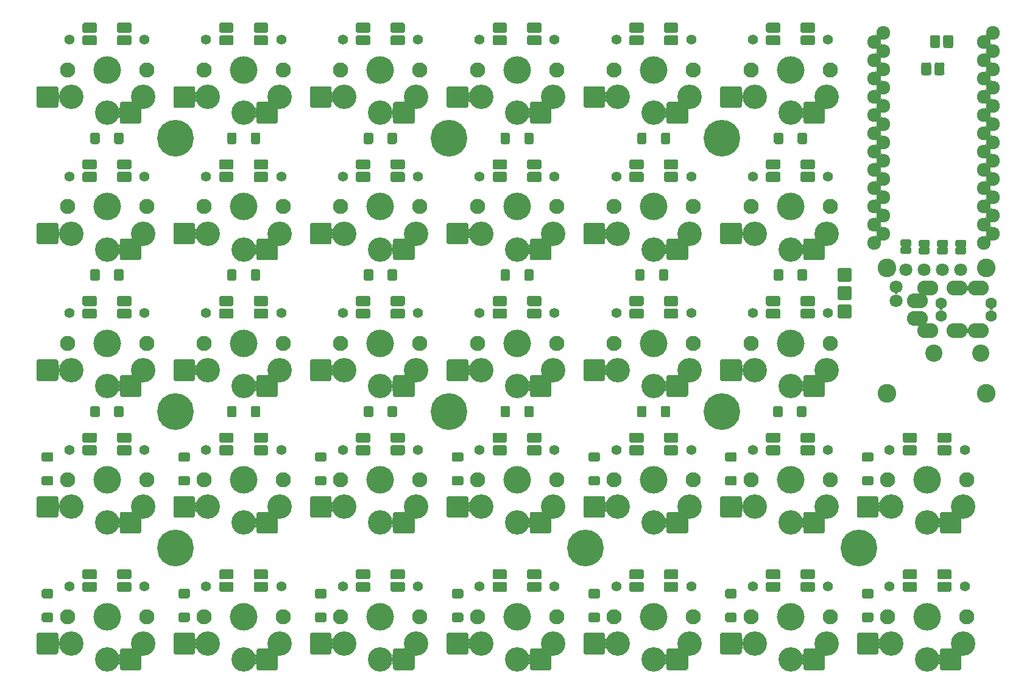
<source format=gbr>
G04 #@! TF.GenerationSoftware,KiCad,Pcbnew,(5.1.10)-1*
G04 #@! TF.CreationDate,2021-12-23T18:39:06+01:00*
G04 #@! TF.ProjectId,helixhschoc,68656c69-7868-4736-9368-6f632e6b6963,rev?*
G04 #@! TF.SameCoordinates,Original*
G04 #@! TF.FileFunction,Soldermask,Bot*
G04 #@! TF.FilePolarity,Negative*
%FSLAX46Y46*%
G04 Gerber Fmt 4.6, Leading zero omitted, Abs format (unit mm)*
G04 Created by KiCad (PCBNEW (5.1.10)-1) date 2021-12-23 18:39:06*
%MOMM*%
%LPD*%
G01*
G04 APERTURE LIST*
%ADD10C,2.600000*%
%ADD11C,5.100400*%
%ADD12C,1.797000*%
%ADD13C,2.400000*%
%ADD14O,2.900000X2.100000*%
%ADD15C,1.600000*%
%ADD16C,2.101800*%
%ADD17C,3.400000*%
%ADD18C,3.829000*%
%ADD19C,1.390600*%
%ADD20C,1.924000*%
%ADD21C,0.100000*%
G04 APERTURE END LIST*
D10*
X195851780Y-83675220D03*
X195854320Y-101178360D03*
X209603340Y-101173280D03*
X209603340Y-83675220D03*
D11*
X96930540Y-65677540D03*
X134930540Y-65677540D03*
X172930540Y-65677540D03*
X96930540Y-103677540D03*
X134930540Y-103677540D03*
X172930540Y-103677540D03*
X96930540Y-122677540D03*
X153930540Y-122677540D03*
X191930540Y-122677540D03*
G36*
G01*
X197902400Y-80727060D02*
X199045400Y-80727060D01*
G75*
G02*
X199245400Y-80927060I0J-200000D01*
G01*
X199245400Y-81562060D01*
G75*
G02*
X199045400Y-81762060I-200000J0D01*
G01*
X197902400Y-81762060D01*
G75*
G02*
X197702400Y-81562060I0J200000D01*
G01*
X197702400Y-80927060D01*
G75*
G02*
X197902400Y-80727060I200000J0D01*
G01*
G37*
G36*
G01*
X197902400Y-79726300D02*
X199045400Y-79726300D01*
G75*
G02*
X199245400Y-79926300I0J-200000D01*
G01*
X199245400Y-80561300D01*
G75*
G02*
X199045400Y-80761300I-200000J0D01*
G01*
X197902400Y-80761300D01*
G75*
G02*
X197702400Y-80561300I0J200000D01*
G01*
X197702400Y-79926300D01*
G75*
G02*
X197902400Y-79726300I200000J0D01*
G01*
G37*
G36*
G01*
X200462720Y-80785420D02*
X201605720Y-80785420D01*
G75*
G02*
X201805720Y-80985420I0J-200000D01*
G01*
X201805720Y-81620420D01*
G75*
G02*
X201605720Y-81820420I-200000J0D01*
G01*
X200462720Y-81820420D01*
G75*
G02*
X200262720Y-81620420I0J200000D01*
G01*
X200262720Y-80985420D01*
G75*
G02*
X200462720Y-80785420I200000J0D01*
G01*
G37*
G36*
G01*
X200462720Y-79784660D02*
X201605720Y-79784660D01*
G75*
G02*
X201805720Y-79984660I0J-200000D01*
G01*
X201805720Y-80619660D01*
G75*
G02*
X201605720Y-80819660I-200000J0D01*
G01*
X200462720Y-80819660D01*
G75*
G02*
X200262720Y-80619660I0J200000D01*
G01*
X200262720Y-79984660D01*
G75*
G02*
X200462720Y-79784660I200000J0D01*
G01*
G37*
G36*
G01*
X203002720Y-80785420D02*
X204145720Y-80785420D01*
G75*
G02*
X204345720Y-80985420I0J-200000D01*
G01*
X204345720Y-81620420D01*
G75*
G02*
X204145720Y-81820420I-200000J0D01*
G01*
X203002720Y-81820420D01*
G75*
G02*
X202802720Y-81620420I0J200000D01*
G01*
X202802720Y-80985420D01*
G75*
G02*
X203002720Y-80785420I200000J0D01*
G01*
G37*
G36*
G01*
X203002720Y-79784660D02*
X204145720Y-79784660D01*
G75*
G02*
X204345720Y-79984660I0J-200000D01*
G01*
X204345720Y-80619660D01*
G75*
G02*
X204145720Y-80819660I-200000J0D01*
G01*
X203002720Y-80819660D01*
G75*
G02*
X202802720Y-80619660I0J200000D01*
G01*
X202802720Y-79984660D01*
G75*
G02*
X203002720Y-79784660I200000J0D01*
G01*
G37*
G36*
G01*
X205540180Y-80785420D02*
X206683180Y-80785420D01*
G75*
G02*
X206883180Y-80985420I0J-200000D01*
G01*
X206883180Y-81620420D01*
G75*
G02*
X206683180Y-81820420I-200000J0D01*
G01*
X205540180Y-81820420D01*
G75*
G02*
X205340180Y-81620420I0J200000D01*
G01*
X205340180Y-80985420D01*
G75*
G02*
X205540180Y-80785420I200000J0D01*
G01*
G37*
G36*
G01*
X205540180Y-79784660D02*
X206683180Y-79784660D01*
G75*
G02*
X206883180Y-79984660I0J-200000D01*
G01*
X206883180Y-80619660D01*
G75*
G02*
X206683180Y-80819660I-200000J0D01*
G01*
X205540180Y-80819660D01*
G75*
G02*
X205340180Y-80619660I0J200000D01*
G01*
X205340180Y-79984660D01*
G75*
G02*
X205540180Y-79784660I200000J0D01*
G01*
G37*
G36*
G01*
X189013080Y-85424860D02*
X189013080Y-83900860D01*
G75*
G02*
X189213080Y-83700860I200000J0D01*
G01*
X190737080Y-83700860D01*
G75*
G02*
X190937080Y-83900860I0J-200000D01*
G01*
X190937080Y-85424860D01*
G75*
G02*
X190737080Y-85624860I-200000J0D01*
G01*
X189213080Y-85624860D01*
G75*
G02*
X189013080Y-85424860I0J200000D01*
G01*
G37*
G36*
G01*
X189013080Y-87964860D02*
X189013080Y-86440860D01*
G75*
G02*
X189213080Y-86240860I200000J0D01*
G01*
X190737080Y-86240860D01*
G75*
G02*
X190937080Y-86440860I0J-200000D01*
G01*
X190937080Y-87964860D01*
G75*
G02*
X190737080Y-88164860I-200000J0D01*
G01*
X189213080Y-88164860D01*
G75*
G02*
X189013080Y-87964860I0J200000D01*
G01*
G37*
G36*
G01*
X189013080Y-90504860D02*
X189013080Y-88980860D01*
G75*
G02*
X189213080Y-88780860I200000J0D01*
G01*
X190737080Y-88780860D01*
G75*
G02*
X190937080Y-88980860I0J-200000D01*
G01*
X190937080Y-90504860D01*
G75*
G02*
X190737080Y-90704860I-200000J0D01*
G01*
X189213080Y-90704860D01*
G75*
G02*
X189013080Y-90504860I0J200000D01*
G01*
G37*
D12*
X198492540Y-83962460D03*
X201032540Y-83962460D03*
X203572540Y-83962460D03*
X206112540Y-83962460D03*
X197099780Y-88238760D03*
X197099780Y-86282960D03*
G36*
G01*
X198030540Y-128552540D02*
X198030540Y-127552540D01*
G75*
G02*
X198230540Y-127352540I200000J0D01*
G01*
X199830540Y-127352540D01*
G75*
G02*
X200030540Y-127552540I0J-200000D01*
G01*
X200030540Y-128552540D01*
G75*
G02*
X199830540Y-128752540I-200000J0D01*
G01*
X198230540Y-128752540D01*
G75*
G02*
X198030540Y-128552540I0J200000D01*
G01*
G37*
G36*
G01*
X198030540Y-126802540D02*
X198030540Y-125802540D01*
G75*
G02*
X198230540Y-125602540I200000J0D01*
G01*
X199830540Y-125602540D01*
G75*
G02*
X200030540Y-125802540I0J-200000D01*
G01*
X200030540Y-126802540D01*
G75*
G02*
X199830540Y-127002540I-200000J0D01*
G01*
X198230540Y-127002540D01*
G75*
G02*
X198030540Y-126802540I0J200000D01*
G01*
G37*
G36*
G01*
X202830540Y-126802540D02*
X202830540Y-125802540D01*
G75*
G02*
X203030540Y-125602540I200000J0D01*
G01*
X204630540Y-125602540D01*
G75*
G02*
X204830540Y-125802540I0J-200000D01*
G01*
X204830540Y-126802540D01*
G75*
G02*
X204630540Y-127002540I-200000J0D01*
G01*
X203030540Y-127002540D01*
G75*
G02*
X202830540Y-126802540I0J200000D01*
G01*
G37*
G36*
G01*
X202830540Y-128552540D02*
X202830540Y-127552540D01*
G75*
G02*
X203030540Y-127352540I200000J0D01*
G01*
X204630540Y-127352540D01*
G75*
G02*
X204830540Y-127552540I0J-200000D01*
G01*
X204830540Y-128552540D01*
G75*
G02*
X204630540Y-128752540I-200000J0D01*
G01*
X203030540Y-128752540D01*
G75*
G02*
X202830540Y-128552540I0J200000D01*
G01*
G37*
G36*
G01*
X179030540Y-128552540D02*
X179030540Y-127552540D01*
G75*
G02*
X179230540Y-127352540I200000J0D01*
G01*
X180830540Y-127352540D01*
G75*
G02*
X181030540Y-127552540I0J-200000D01*
G01*
X181030540Y-128552540D01*
G75*
G02*
X180830540Y-128752540I-200000J0D01*
G01*
X179230540Y-128752540D01*
G75*
G02*
X179030540Y-128552540I0J200000D01*
G01*
G37*
G36*
G01*
X179030540Y-126802540D02*
X179030540Y-125802540D01*
G75*
G02*
X179230540Y-125602540I200000J0D01*
G01*
X180830540Y-125602540D01*
G75*
G02*
X181030540Y-125802540I0J-200000D01*
G01*
X181030540Y-126802540D01*
G75*
G02*
X180830540Y-127002540I-200000J0D01*
G01*
X179230540Y-127002540D01*
G75*
G02*
X179030540Y-126802540I0J200000D01*
G01*
G37*
G36*
G01*
X183830540Y-126802540D02*
X183830540Y-125802540D01*
G75*
G02*
X184030540Y-125602540I200000J0D01*
G01*
X185630540Y-125602540D01*
G75*
G02*
X185830540Y-125802540I0J-200000D01*
G01*
X185830540Y-126802540D01*
G75*
G02*
X185630540Y-127002540I-200000J0D01*
G01*
X184030540Y-127002540D01*
G75*
G02*
X183830540Y-126802540I0J200000D01*
G01*
G37*
G36*
G01*
X183830540Y-128552540D02*
X183830540Y-127552540D01*
G75*
G02*
X184030540Y-127352540I200000J0D01*
G01*
X185630540Y-127352540D01*
G75*
G02*
X185830540Y-127552540I0J-200000D01*
G01*
X185830540Y-128552540D01*
G75*
G02*
X185630540Y-128752540I-200000J0D01*
G01*
X184030540Y-128752540D01*
G75*
G02*
X183830540Y-128552540I0J200000D01*
G01*
G37*
G36*
G01*
X160030540Y-128552540D02*
X160030540Y-127552540D01*
G75*
G02*
X160230540Y-127352540I200000J0D01*
G01*
X161830540Y-127352540D01*
G75*
G02*
X162030540Y-127552540I0J-200000D01*
G01*
X162030540Y-128552540D01*
G75*
G02*
X161830540Y-128752540I-200000J0D01*
G01*
X160230540Y-128752540D01*
G75*
G02*
X160030540Y-128552540I0J200000D01*
G01*
G37*
G36*
G01*
X160030540Y-126802540D02*
X160030540Y-125802540D01*
G75*
G02*
X160230540Y-125602540I200000J0D01*
G01*
X161830540Y-125602540D01*
G75*
G02*
X162030540Y-125802540I0J-200000D01*
G01*
X162030540Y-126802540D01*
G75*
G02*
X161830540Y-127002540I-200000J0D01*
G01*
X160230540Y-127002540D01*
G75*
G02*
X160030540Y-126802540I0J200000D01*
G01*
G37*
G36*
G01*
X164830540Y-126802540D02*
X164830540Y-125802540D01*
G75*
G02*
X165030540Y-125602540I200000J0D01*
G01*
X166630540Y-125602540D01*
G75*
G02*
X166830540Y-125802540I0J-200000D01*
G01*
X166830540Y-126802540D01*
G75*
G02*
X166630540Y-127002540I-200000J0D01*
G01*
X165030540Y-127002540D01*
G75*
G02*
X164830540Y-126802540I0J200000D01*
G01*
G37*
G36*
G01*
X164830540Y-128552540D02*
X164830540Y-127552540D01*
G75*
G02*
X165030540Y-127352540I200000J0D01*
G01*
X166630540Y-127352540D01*
G75*
G02*
X166830540Y-127552540I0J-200000D01*
G01*
X166830540Y-128552540D01*
G75*
G02*
X166630540Y-128752540I-200000J0D01*
G01*
X165030540Y-128752540D01*
G75*
G02*
X164830540Y-128552540I0J200000D01*
G01*
G37*
G36*
G01*
X141030540Y-128552540D02*
X141030540Y-127552540D01*
G75*
G02*
X141230540Y-127352540I200000J0D01*
G01*
X142830540Y-127352540D01*
G75*
G02*
X143030540Y-127552540I0J-200000D01*
G01*
X143030540Y-128552540D01*
G75*
G02*
X142830540Y-128752540I-200000J0D01*
G01*
X141230540Y-128752540D01*
G75*
G02*
X141030540Y-128552540I0J200000D01*
G01*
G37*
G36*
G01*
X141030540Y-126802540D02*
X141030540Y-125802540D01*
G75*
G02*
X141230540Y-125602540I200000J0D01*
G01*
X142830540Y-125602540D01*
G75*
G02*
X143030540Y-125802540I0J-200000D01*
G01*
X143030540Y-126802540D01*
G75*
G02*
X142830540Y-127002540I-200000J0D01*
G01*
X141230540Y-127002540D01*
G75*
G02*
X141030540Y-126802540I0J200000D01*
G01*
G37*
G36*
G01*
X145830540Y-126802540D02*
X145830540Y-125802540D01*
G75*
G02*
X146030540Y-125602540I200000J0D01*
G01*
X147630540Y-125602540D01*
G75*
G02*
X147830540Y-125802540I0J-200000D01*
G01*
X147830540Y-126802540D01*
G75*
G02*
X147630540Y-127002540I-200000J0D01*
G01*
X146030540Y-127002540D01*
G75*
G02*
X145830540Y-126802540I0J200000D01*
G01*
G37*
G36*
G01*
X145830540Y-128552540D02*
X145830540Y-127552540D01*
G75*
G02*
X146030540Y-127352540I200000J0D01*
G01*
X147630540Y-127352540D01*
G75*
G02*
X147830540Y-127552540I0J-200000D01*
G01*
X147830540Y-128552540D01*
G75*
G02*
X147630540Y-128752540I-200000J0D01*
G01*
X146030540Y-128752540D01*
G75*
G02*
X145830540Y-128552540I0J200000D01*
G01*
G37*
G36*
G01*
X122030540Y-128552540D02*
X122030540Y-127552540D01*
G75*
G02*
X122230540Y-127352540I200000J0D01*
G01*
X123830540Y-127352540D01*
G75*
G02*
X124030540Y-127552540I0J-200000D01*
G01*
X124030540Y-128552540D01*
G75*
G02*
X123830540Y-128752540I-200000J0D01*
G01*
X122230540Y-128752540D01*
G75*
G02*
X122030540Y-128552540I0J200000D01*
G01*
G37*
G36*
G01*
X122030540Y-126802540D02*
X122030540Y-125802540D01*
G75*
G02*
X122230540Y-125602540I200000J0D01*
G01*
X123830540Y-125602540D01*
G75*
G02*
X124030540Y-125802540I0J-200000D01*
G01*
X124030540Y-126802540D01*
G75*
G02*
X123830540Y-127002540I-200000J0D01*
G01*
X122230540Y-127002540D01*
G75*
G02*
X122030540Y-126802540I0J200000D01*
G01*
G37*
G36*
G01*
X126830540Y-126802540D02*
X126830540Y-125802540D01*
G75*
G02*
X127030540Y-125602540I200000J0D01*
G01*
X128630540Y-125602540D01*
G75*
G02*
X128830540Y-125802540I0J-200000D01*
G01*
X128830540Y-126802540D01*
G75*
G02*
X128630540Y-127002540I-200000J0D01*
G01*
X127030540Y-127002540D01*
G75*
G02*
X126830540Y-126802540I0J200000D01*
G01*
G37*
G36*
G01*
X126830540Y-128552540D02*
X126830540Y-127552540D01*
G75*
G02*
X127030540Y-127352540I200000J0D01*
G01*
X128630540Y-127352540D01*
G75*
G02*
X128830540Y-127552540I0J-200000D01*
G01*
X128830540Y-128552540D01*
G75*
G02*
X128630540Y-128752540I-200000J0D01*
G01*
X127030540Y-128752540D01*
G75*
G02*
X126830540Y-128552540I0J200000D01*
G01*
G37*
G36*
G01*
X103030540Y-128552540D02*
X103030540Y-127552540D01*
G75*
G02*
X103230540Y-127352540I200000J0D01*
G01*
X104830540Y-127352540D01*
G75*
G02*
X105030540Y-127552540I0J-200000D01*
G01*
X105030540Y-128552540D01*
G75*
G02*
X104830540Y-128752540I-200000J0D01*
G01*
X103230540Y-128752540D01*
G75*
G02*
X103030540Y-128552540I0J200000D01*
G01*
G37*
G36*
G01*
X103030540Y-126802540D02*
X103030540Y-125802540D01*
G75*
G02*
X103230540Y-125602540I200000J0D01*
G01*
X104830540Y-125602540D01*
G75*
G02*
X105030540Y-125802540I0J-200000D01*
G01*
X105030540Y-126802540D01*
G75*
G02*
X104830540Y-127002540I-200000J0D01*
G01*
X103230540Y-127002540D01*
G75*
G02*
X103030540Y-126802540I0J200000D01*
G01*
G37*
G36*
G01*
X107830540Y-126802540D02*
X107830540Y-125802540D01*
G75*
G02*
X108030540Y-125602540I200000J0D01*
G01*
X109630540Y-125602540D01*
G75*
G02*
X109830540Y-125802540I0J-200000D01*
G01*
X109830540Y-126802540D01*
G75*
G02*
X109630540Y-127002540I-200000J0D01*
G01*
X108030540Y-127002540D01*
G75*
G02*
X107830540Y-126802540I0J200000D01*
G01*
G37*
G36*
G01*
X107830540Y-128552540D02*
X107830540Y-127552540D01*
G75*
G02*
X108030540Y-127352540I200000J0D01*
G01*
X109630540Y-127352540D01*
G75*
G02*
X109830540Y-127552540I0J-200000D01*
G01*
X109830540Y-128552540D01*
G75*
G02*
X109630540Y-128752540I-200000J0D01*
G01*
X108030540Y-128752540D01*
G75*
G02*
X107830540Y-128552540I0J200000D01*
G01*
G37*
G36*
G01*
X84030540Y-128552540D02*
X84030540Y-127552540D01*
G75*
G02*
X84230540Y-127352540I200000J0D01*
G01*
X85830540Y-127352540D01*
G75*
G02*
X86030540Y-127552540I0J-200000D01*
G01*
X86030540Y-128552540D01*
G75*
G02*
X85830540Y-128752540I-200000J0D01*
G01*
X84230540Y-128752540D01*
G75*
G02*
X84030540Y-128552540I0J200000D01*
G01*
G37*
G36*
G01*
X84030540Y-126802540D02*
X84030540Y-125802540D01*
G75*
G02*
X84230540Y-125602540I200000J0D01*
G01*
X85830540Y-125602540D01*
G75*
G02*
X86030540Y-125802540I0J-200000D01*
G01*
X86030540Y-126802540D01*
G75*
G02*
X85830540Y-127002540I-200000J0D01*
G01*
X84230540Y-127002540D01*
G75*
G02*
X84030540Y-126802540I0J200000D01*
G01*
G37*
G36*
G01*
X88830540Y-126802540D02*
X88830540Y-125802540D01*
G75*
G02*
X89030540Y-125602540I200000J0D01*
G01*
X90630540Y-125602540D01*
G75*
G02*
X90830540Y-125802540I0J-200000D01*
G01*
X90830540Y-126802540D01*
G75*
G02*
X90630540Y-127002540I-200000J0D01*
G01*
X89030540Y-127002540D01*
G75*
G02*
X88830540Y-126802540I0J200000D01*
G01*
G37*
G36*
G01*
X88830540Y-128552540D02*
X88830540Y-127552540D01*
G75*
G02*
X89030540Y-127352540I200000J0D01*
G01*
X90630540Y-127352540D01*
G75*
G02*
X90830540Y-127552540I0J-200000D01*
G01*
X90830540Y-128552540D01*
G75*
G02*
X90630540Y-128752540I-200000J0D01*
G01*
X89030540Y-128752540D01*
G75*
G02*
X88830540Y-128552540I0J200000D01*
G01*
G37*
G36*
G01*
X204830540Y-106802540D02*
X204830540Y-107802540D01*
G75*
G02*
X204630540Y-108002540I-200000J0D01*
G01*
X203030540Y-108002540D01*
G75*
G02*
X202830540Y-107802540I0J200000D01*
G01*
X202830540Y-106802540D01*
G75*
G02*
X203030540Y-106602540I200000J0D01*
G01*
X204630540Y-106602540D01*
G75*
G02*
X204830540Y-106802540I0J-200000D01*
G01*
G37*
G36*
G01*
X204830540Y-108552540D02*
X204830540Y-109552540D01*
G75*
G02*
X204630540Y-109752540I-200000J0D01*
G01*
X203030540Y-109752540D01*
G75*
G02*
X202830540Y-109552540I0J200000D01*
G01*
X202830540Y-108552540D01*
G75*
G02*
X203030540Y-108352540I200000J0D01*
G01*
X204630540Y-108352540D01*
G75*
G02*
X204830540Y-108552540I0J-200000D01*
G01*
G37*
G36*
G01*
X200030540Y-108552540D02*
X200030540Y-109552540D01*
G75*
G02*
X199830540Y-109752540I-200000J0D01*
G01*
X198230540Y-109752540D01*
G75*
G02*
X198030540Y-109552540I0J200000D01*
G01*
X198030540Y-108552540D01*
G75*
G02*
X198230540Y-108352540I200000J0D01*
G01*
X199830540Y-108352540D01*
G75*
G02*
X200030540Y-108552540I0J-200000D01*
G01*
G37*
G36*
G01*
X200030540Y-106802540D02*
X200030540Y-107802540D01*
G75*
G02*
X199830540Y-108002540I-200000J0D01*
G01*
X198230540Y-108002540D01*
G75*
G02*
X198030540Y-107802540I0J200000D01*
G01*
X198030540Y-106802540D01*
G75*
G02*
X198230540Y-106602540I200000J0D01*
G01*
X199830540Y-106602540D01*
G75*
G02*
X200030540Y-106802540I0J-200000D01*
G01*
G37*
G36*
G01*
X185830540Y-106802540D02*
X185830540Y-107802540D01*
G75*
G02*
X185630540Y-108002540I-200000J0D01*
G01*
X184030540Y-108002540D01*
G75*
G02*
X183830540Y-107802540I0J200000D01*
G01*
X183830540Y-106802540D01*
G75*
G02*
X184030540Y-106602540I200000J0D01*
G01*
X185630540Y-106602540D01*
G75*
G02*
X185830540Y-106802540I0J-200000D01*
G01*
G37*
G36*
G01*
X185830540Y-108552540D02*
X185830540Y-109552540D01*
G75*
G02*
X185630540Y-109752540I-200000J0D01*
G01*
X184030540Y-109752540D01*
G75*
G02*
X183830540Y-109552540I0J200000D01*
G01*
X183830540Y-108552540D01*
G75*
G02*
X184030540Y-108352540I200000J0D01*
G01*
X185630540Y-108352540D01*
G75*
G02*
X185830540Y-108552540I0J-200000D01*
G01*
G37*
G36*
G01*
X181030540Y-108552540D02*
X181030540Y-109552540D01*
G75*
G02*
X180830540Y-109752540I-200000J0D01*
G01*
X179230540Y-109752540D01*
G75*
G02*
X179030540Y-109552540I0J200000D01*
G01*
X179030540Y-108552540D01*
G75*
G02*
X179230540Y-108352540I200000J0D01*
G01*
X180830540Y-108352540D01*
G75*
G02*
X181030540Y-108552540I0J-200000D01*
G01*
G37*
G36*
G01*
X181030540Y-106802540D02*
X181030540Y-107802540D01*
G75*
G02*
X180830540Y-108002540I-200000J0D01*
G01*
X179230540Y-108002540D01*
G75*
G02*
X179030540Y-107802540I0J200000D01*
G01*
X179030540Y-106802540D01*
G75*
G02*
X179230540Y-106602540I200000J0D01*
G01*
X180830540Y-106602540D01*
G75*
G02*
X181030540Y-106802540I0J-200000D01*
G01*
G37*
G36*
G01*
X166830540Y-106802540D02*
X166830540Y-107802540D01*
G75*
G02*
X166630540Y-108002540I-200000J0D01*
G01*
X165030540Y-108002540D01*
G75*
G02*
X164830540Y-107802540I0J200000D01*
G01*
X164830540Y-106802540D01*
G75*
G02*
X165030540Y-106602540I200000J0D01*
G01*
X166630540Y-106602540D01*
G75*
G02*
X166830540Y-106802540I0J-200000D01*
G01*
G37*
G36*
G01*
X166830540Y-108552540D02*
X166830540Y-109552540D01*
G75*
G02*
X166630540Y-109752540I-200000J0D01*
G01*
X165030540Y-109752540D01*
G75*
G02*
X164830540Y-109552540I0J200000D01*
G01*
X164830540Y-108552540D01*
G75*
G02*
X165030540Y-108352540I200000J0D01*
G01*
X166630540Y-108352540D01*
G75*
G02*
X166830540Y-108552540I0J-200000D01*
G01*
G37*
G36*
G01*
X162030540Y-108552540D02*
X162030540Y-109552540D01*
G75*
G02*
X161830540Y-109752540I-200000J0D01*
G01*
X160230540Y-109752540D01*
G75*
G02*
X160030540Y-109552540I0J200000D01*
G01*
X160030540Y-108552540D01*
G75*
G02*
X160230540Y-108352540I200000J0D01*
G01*
X161830540Y-108352540D01*
G75*
G02*
X162030540Y-108552540I0J-200000D01*
G01*
G37*
G36*
G01*
X162030540Y-106802540D02*
X162030540Y-107802540D01*
G75*
G02*
X161830540Y-108002540I-200000J0D01*
G01*
X160230540Y-108002540D01*
G75*
G02*
X160030540Y-107802540I0J200000D01*
G01*
X160030540Y-106802540D01*
G75*
G02*
X160230540Y-106602540I200000J0D01*
G01*
X161830540Y-106602540D01*
G75*
G02*
X162030540Y-106802540I0J-200000D01*
G01*
G37*
G36*
G01*
X147830540Y-106802540D02*
X147830540Y-107802540D01*
G75*
G02*
X147630540Y-108002540I-200000J0D01*
G01*
X146030540Y-108002540D01*
G75*
G02*
X145830540Y-107802540I0J200000D01*
G01*
X145830540Y-106802540D01*
G75*
G02*
X146030540Y-106602540I200000J0D01*
G01*
X147630540Y-106602540D01*
G75*
G02*
X147830540Y-106802540I0J-200000D01*
G01*
G37*
G36*
G01*
X147830540Y-108552540D02*
X147830540Y-109552540D01*
G75*
G02*
X147630540Y-109752540I-200000J0D01*
G01*
X146030540Y-109752540D01*
G75*
G02*
X145830540Y-109552540I0J200000D01*
G01*
X145830540Y-108552540D01*
G75*
G02*
X146030540Y-108352540I200000J0D01*
G01*
X147630540Y-108352540D01*
G75*
G02*
X147830540Y-108552540I0J-200000D01*
G01*
G37*
G36*
G01*
X143030540Y-108552540D02*
X143030540Y-109552540D01*
G75*
G02*
X142830540Y-109752540I-200000J0D01*
G01*
X141230540Y-109752540D01*
G75*
G02*
X141030540Y-109552540I0J200000D01*
G01*
X141030540Y-108552540D01*
G75*
G02*
X141230540Y-108352540I200000J0D01*
G01*
X142830540Y-108352540D01*
G75*
G02*
X143030540Y-108552540I0J-200000D01*
G01*
G37*
G36*
G01*
X143030540Y-106802540D02*
X143030540Y-107802540D01*
G75*
G02*
X142830540Y-108002540I-200000J0D01*
G01*
X141230540Y-108002540D01*
G75*
G02*
X141030540Y-107802540I0J200000D01*
G01*
X141030540Y-106802540D01*
G75*
G02*
X141230540Y-106602540I200000J0D01*
G01*
X142830540Y-106602540D01*
G75*
G02*
X143030540Y-106802540I0J-200000D01*
G01*
G37*
G36*
G01*
X128830540Y-106802540D02*
X128830540Y-107802540D01*
G75*
G02*
X128630540Y-108002540I-200000J0D01*
G01*
X127030540Y-108002540D01*
G75*
G02*
X126830540Y-107802540I0J200000D01*
G01*
X126830540Y-106802540D01*
G75*
G02*
X127030540Y-106602540I200000J0D01*
G01*
X128630540Y-106602540D01*
G75*
G02*
X128830540Y-106802540I0J-200000D01*
G01*
G37*
G36*
G01*
X128830540Y-108552540D02*
X128830540Y-109552540D01*
G75*
G02*
X128630540Y-109752540I-200000J0D01*
G01*
X127030540Y-109752540D01*
G75*
G02*
X126830540Y-109552540I0J200000D01*
G01*
X126830540Y-108552540D01*
G75*
G02*
X127030540Y-108352540I200000J0D01*
G01*
X128630540Y-108352540D01*
G75*
G02*
X128830540Y-108552540I0J-200000D01*
G01*
G37*
G36*
G01*
X124030540Y-108552540D02*
X124030540Y-109552540D01*
G75*
G02*
X123830540Y-109752540I-200000J0D01*
G01*
X122230540Y-109752540D01*
G75*
G02*
X122030540Y-109552540I0J200000D01*
G01*
X122030540Y-108552540D01*
G75*
G02*
X122230540Y-108352540I200000J0D01*
G01*
X123830540Y-108352540D01*
G75*
G02*
X124030540Y-108552540I0J-200000D01*
G01*
G37*
G36*
G01*
X124030540Y-106802540D02*
X124030540Y-107802540D01*
G75*
G02*
X123830540Y-108002540I-200000J0D01*
G01*
X122230540Y-108002540D01*
G75*
G02*
X122030540Y-107802540I0J200000D01*
G01*
X122030540Y-106802540D01*
G75*
G02*
X122230540Y-106602540I200000J0D01*
G01*
X123830540Y-106602540D01*
G75*
G02*
X124030540Y-106802540I0J-200000D01*
G01*
G37*
G36*
G01*
X109830540Y-106802540D02*
X109830540Y-107802540D01*
G75*
G02*
X109630540Y-108002540I-200000J0D01*
G01*
X108030540Y-108002540D01*
G75*
G02*
X107830540Y-107802540I0J200000D01*
G01*
X107830540Y-106802540D01*
G75*
G02*
X108030540Y-106602540I200000J0D01*
G01*
X109630540Y-106602540D01*
G75*
G02*
X109830540Y-106802540I0J-200000D01*
G01*
G37*
G36*
G01*
X109830540Y-108552540D02*
X109830540Y-109552540D01*
G75*
G02*
X109630540Y-109752540I-200000J0D01*
G01*
X108030540Y-109752540D01*
G75*
G02*
X107830540Y-109552540I0J200000D01*
G01*
X107830540Y-108552540D01*
G75*
G02*
X108030540Y-108352540I200000J0D01*
G01*
X109630540Y-108352540D01*
G75*
G02*
X109830540Y-108552540I0J-200000D01*
G01*
G37*
G36*
G01*
X105030540Y-108552540D02*
X105030540Y-109552540D01*
G75*
G02*
X104830540Y-109752540I-200000J0D01*
G01*
X103230540Y-109752540D01*
G75*
G02*
X103030540Y-109552540I0J200000D01*
G01*
X103030540Y-108552540D01*
G75*
G02*
X103230540Y-108352540I200000J0D01*
G01*
X104830540Y-108352540D01*
G75*
G02*
X105030540Y-108552540I0J-200000D01*
G01*
G37*
G36*
G01*
X105030540Y-106802540D02*
X105030540Y-107802540D01*
G75*
G02*
X104830540Y-108002540I-200000J0D01*
G01*
X103230540Y-108002540D01*
G75*
G02*
X103030540Y-107802540I0J200000D01*
G01*
X103030540Y-106802540D01*
G75*
G02*
X103230540Y-106602540I200000J0D01*
G01*
X104830540Y-106602540D01*
G75*
G02*
X105030540Y-106802540I0J-200000D01*
G01*
G37*
G36*
G01*
X90830540Y-106802540D02*
X90830540Y-107802540D01*
G75*
G02*
X90630540Y-108002540I-200000J0D01*
G01*
X89030540Y-108002540D01*
G75*
G02*
X88830540Y-107802540I0J200000D01*
G01*
X88830540Y-106802540D01*
G75*
G02*
X89030540Y-106602540I200000J0D01*
G01*
X90630540Y-106602540D01*
G75*
G02*
X90830540Y-106802540I0J-200000D01*
G01*
G37*
G36*
G01*
X90830540Y-108552540D02*
X90830540Y-109552540D01*
G75*
G02*
X90630540Y-109752540I-200000J0D01*
G01*
X89030540Y-109752540D01*
G75*
G02*
X88830540Y-109552540I0J200000D01*
G01*
X88830540Y-108552540D01*
G75*
G02*
X89030540Y-108352540I200000J0D01*
G01*
X90630540Y-108352540D01*
G75*
G02*
X90830540Y-108552540I0J-200000D01*
G01*
G37*
G36*
G01*
X86030540Y-108552540D02*
X86030540Y-109552540D01*
G75*
G02*
X85830540Y-109752540I-200000J0D01*
G01*
X84230540Y-109752540D01*
G75*
G02*
X84030540Y-109552540I0J200000D01*
G01*
X84030540Y-108552540D01*
G75*
G02*
X84230540Y-108352540I200000J0D01*
G01*
X85830540Y-108352540D01*
G75*
G02*
X86030540Y-108552540I0J-200000D01*
G01*
G37*
G36*
G01*
X86030540Y-106802540D02*
X86030540Y-107802540D01*
G75*
G02*
X85830540Y-108002540I-200000J0D01*
G01*
X84230540Y-108002540D01*
G75*
G02*
X84030540Y-107802540I0J200000D01*
G01*
X84030540Y-106802540D01*
G75*
G02*
X84230540Y-106602540I200000J0D01*
G01*
X85830540Y-106602540D01*
G75*
G02*
X86030540Y-106802540I0J-200000D01*
G01*
G37*
G36*
G01*
X179030540Y-90552540D02*
X179030540Y-89552540D01*
G75*
G02*
X179230540Y-89352540I200000J0D01*
G01*
X180830540Y-89352540D01*
G75*
G02*
X181030540Y-89552540I0J-200000D01*
G01*
X181030540Y-90552540D01*
G75*
G02*
X180830540Y-90752540I-200000J0D01*
G01*
X179230540Y-90752540D01*
G75*
G02*
X179030540Y-90552540I0J200000D01*
G01*
G37*
G36*
G01*
X179030540Y-88802540D02*
X179030540Y-87802540D01*
G75*
G02*
X179230540Y-87602540I200000J0D01*
G01*
X180830540Y-87602540D01*
G75*
G02*
X181030540Y-87802540I0J-200000D01*
G01*
X181030540Y-88802540D01*
G75*
G02*
X180830540Y-89002540I-200000J0D01*
G01*
X179230540Y-89002540D01*
G75*
G02*
X179030540Y-88802540I0J200000D01*
G01*
G37*
G36*
G01*
X183830540Y-88802540D02*
X183830540Y-87802540D01*
G75*
G02*
X184030540Y-87602540I200000J0D01*
G01*
X185630540Y-87602540D01*
G75*
G02*
X185830540Y-87802540I0J-200000D01*
G01*
X185830540Y-88802540D01*
G75*
G02*
X185630540Y-89002540I-200000J0D01*
G01*
X184030540Y-89002540D01*
G75*
G02*
X183830540Y-88802540I0J200000D01*
G01*
G37*
G36*
G01*
X183830540Y-90552540D02*
X183830540Y-89552540D01*
G75*
G02*
X184030540Y-89352540I200000J0D01*
G01*
X185630540Y-89352540D01*
G75*
G02*
X185830540Y-89552540I0J-200000D01*
G01*
X185830540Y-90552540D01*
G75*
G02*
X185630540Y-90752540I-200000J0D01*
G01*
X184030540Y-90752540D01*
G75*
G02*
X183830540Y-90552540I0J200000D01*
G01*
G37*
G36*
G01*
X160030540Y-90552540D02*
X160030540Y-89552540D01*
G75*
G02*
X160230540Y-89352540I200000J0D01*
G01*
X161830540Y-89352540D01*
G75*
G02*
X162030540Y-89552540I0J-200000D01*
G01*
X162030540Y-90552540D01*
G75*
G02*
X161830540Y-90752540I-200000J0D01*
G01*
X160230540Y-90752540D01*
G75*
G02*
X160030540Y-90552540I0J200000D01*
G01*
G37*
G36*
G01*
X160030540Y-88802540D02*
X160030540Y-87802540D01*
G75*
G02*
X160230540Y-87602540I200000J0D01*
G01*
X161830540Y-87602540D01*
G75*
G02*
X162030540Y-87802540I0J-200000D01*
G01*
X162030540Y-88802540D01*
G75*
G02*
X161830540Y-89002540I-200000J0D01*
G01*
X160230540Y-89002540D01*
G75*
G02*
X160030540Y-88802540I0J200000D01*
G01*
G37*
G36*
G01*
X164830540Y-88802540D02*
X164830540Y-87802540D01*
G75*
G02*
X165030540Y-87602540I200000J0D01*
G01*
X166630540Y-87602540D01*
G75*
G02*
X166830540Y-87802540I0J-200000D01*
G01*
X166830540Y-88802540D01*
G75*
G02*
X166630540Y-89002540I-200000J0D01*
G01*
X165030540Y-89002540D01*
G75*
G02*
X164830540Y-88802540I0J200000D01*
G01*
G37*
G36*
G01*
X164830540Y-90552540D02*
X164830540Y-89552540D01*
G75*
G02*
X165030540Y-89352540I200000J0D01*
G01*
X166630540Y-89352540D01*
G75*
G02*
X166830540Y-89552540I0J-200000D01*
G01*
X166830540Y-90552540D01*
G75*
G02*
X166630540Y-90752540I-200000J0D01*
G01*
X165030540Y-90752540D01*
G75*
G02*
X164830540Y-90552540I0J200000D01*
G01*
G37*
G36*
G01*
X141030540Y-90552540D02*
X141030540Y-89552540D01*
G75*
G02*
X141230540Y-89352540I200000J0D01*
G01*
X142830540Y-89352540D01*
G75*
G02*
X143030540Y-89552540I0J-200000D01*
G01*
X143030540Y-90552540D01*
G75*
G02*
X142830540Y-90752540I-200000J0D01*
G01*
X141230540Y-90752540D01*
G75*
G02*
X141030540Y-90552540I0J200000D01*
G01*
G37*
G36*
G01*
X141030540Y-88802540D02*
X141030540Y-87802540D01*
G75*
G02*
X141230540Y-87602540I200000J0D01*
G01*
X142830540Y-87602540D01*
G75*
G02*
X143030540Y-87802540I0J-200000D01*
G01*
X143030540Y-88802540D01*
G75*
G02*
X142830540Y-89002540I-200000J0D01*
G01*
X141230540Y-89002540D01*
G75*
G02*
X141030540Y-88802540I0J200000D01*
G01*
G37*
G36*
G01*
X145830540Y-88802540D02*
X145830540Y-87802540D01*
G75*
G02*
X146030540Y-87602540I200000J0D01*
G01*
X147630540Y-87602540D01*
G75*
G02*
X147830540Y-87802540I0J-200000D01*
G01*
X147830540Y-88802540D01*
G75*
G02*
X147630540Y-89002540I-200000J0D01*
G01*
X146030540Y-89002540D01*
G75*
G02*
X145830540Y-88802540I0J200000D01*
G01*
G37*
G36*
G01*
X145830540Y-90552540D02*
X145830540Y-89552540D01*
G75*
G02*
X146030540Y-89352540I200000J0D01*
G01*
X147630540Y-89352540D01*
G75*
G02*
X147830540Y-89552540I0J-200000D01*
G01*
X147830540Y-90552540D01*
G75*
G02*
X147630540Y-90752540I-200000J0D01*
G01*
X146030540Y-90752540D01*
G75*
G02*
X145830540Y-90552540I0J200000D01*
G01*
G37*
G36*
G01*
X122030540Y-90552540D02*
X122030540Y-89552540D01*
G75*
G02*
X122230540Y-89352540I200000J0D01*
G01*
X123830540Y-89352540D01*
G75*
G02*
X124030540Y-89552540I0J-200000D01*
G01*
X124030540Y-90552540D01*
G75*
G02*
X123830540Y-90752540I-200000J0D01*
G01*
X122230540Y-90752540D01*
G75*
G02*
X122030540Y-90552540I0J200000D01*
G01*
G37*
G36*
G01*
X122030540Y-88802540D02*
X122030540Y-87802540D01*
G75*
G02*
X122230540Y-87602540I200000J0D01*
G01*
X123830540Y-87602540D01*
G75*
G02*
X124030540Y-87802540I0J-200000D01*
G01*
X124030540Y-88802540D01*
G75*
G02*
X123830540Y-89002540I-200000J0D01*
G01*
X122230540Y-89002540D01*
G75*
G02*
X122030540Y-88802540I0J200000D01*
G01*
G37*
G36*
G01*
X126830540Y-88802540D02*
X126830540Y-87802540D01*
G75*
G02*
X127030540Y-87602540I200000J0D01*
G01*
X128630540Y-87602540D01*
G75*
G02*
X128830540Y-87802540I0J-200000D01*
G01*
X128830540Y-88802540D01*
G75*
G02*
X128630540Y-89002540I-200000J0D01*
G01*
X127030540Y-89002540D01*
G75*
G02*
X126830540Y-88802540I0J200000D01*
G01*
G37*
G36*
G01*
X126830540Y-90552540D02*
X126830540Y-89552540D01*
G75*
G02*
X127030540Y-89352540I200000J0D01*
G01*
X128630540Y-89352540D01*
G75*
G02*
X128830540Y-89552540I0J-200000D01*
G01*
X128830540Y-90552540D01*
G75*
G02*
X128630540Y-90752540I-200000J0D01*
G01*
X127030540Y-90752540D01*
G75*
G02*
X126830540Y-90552540I0J200000D01*
G01*
G37*
G36*
G01*
X103030540Y-90552540D02*
X103030540Y-89552540D01*
G75*
G02*
X103230540Y-89352540I200000J0D01*
G01*
X104830540Y-89352540D01*
G75*
G02*
X105030540Y-89552540I0J-200000D01*
G01*
X105030540Y-90552540D01*
G75*
G02*
X104830540Y-90752540I-200000J0D01*
G01*
X103230540Y-90752540D01*
G75*
G02*
X103030540Y-90552540I0J200000D01*
G01*
G37*
G36*
G01*
X103030540Y-88802540D02*
X103030540Y-87802540D01*
G75*
G02*
X103230540Y-87602540I200000J0D01*
G01*
X104830540Y-87602540D01*
G75*
G02*
X105030540Y-87802540I0J-200000D01*
G01*
X105030540Y-88802540D01*
G75*
G02*
X104830540Y-89002540I-200000J0D01*
G01*
X103230540Y-89002540D01*
G75*
G02*
X103030540Y-88802540I0J200000D01*
G01*
G37*
G36*
G01*
X107830540Y-88802540D02*
X107830540Y-87802540D01*
G75*
G02*
X108030540Y-87602540I200000J0D01*
G01*
X109630540Y-87602540D01*
G75*
G02*
X109830540Y-87802540I0J-200000D01*
G01*
X109830540Y-88802540D01*
G75*
G02*
X109630540Y-89002540I-200000J0D01*
G01*
X108030540Y-89002540D01*
G75*
G02*
X107830540Y-88802540I0J200000D01*
G01*
G37*
G36*
G01*
X107830540Y-90552540D02*
X107830540Y-89552540D01*
G75*
G02*
X108030540Y-89352540I200000J0D01*
G01*
X109630540Y-89352540D01*
G75*
G02*
X109830540Y-89552540I0J-200000D01*
G01*
X109830540Y-90552540D01*
G75*
G02*
X109630540Y-90752540I-200000J0D01*
G01*
X108030540Y-90752540D01*
G75*
G02*
X107830540Y-90552540I0J200000D01*
G01*
G37*
G36*
G01*
X84030540Y-90552540D02*
X84030540Y-89552540D01*
G75*
G02*
X84230540Y-89352540I200000J0D01*
G01*
X85830540Y-89352540D01*
G75*
G02*
X86030540Y-89552540I0J-200000D01*
G01*
X86030540Y-90552540D01*
G75*
G02*
X85830540Y-90752540I-200000J0D01*
G01*
X84230540Y-90752540D01*
G75*
G02*
X84030540Y-90552540I0J200000D01*
G01*
G37*
G36*
G01*
X84030540Y-88802540D02*
X84030540Y-87802540D01*
G75*
G02*
X84230540Y-87602540I200000J0D01*
G01*
X85830540Y-87602540D01*
G75*
G02*
X86030540Y-87802540I0J-200000D01*
G01*
X86030540Y-88802540D01*
G75*
G02*
X85830540Y-89002540I-200000J0D01*
G01*
X84230540Y-89002540D01*
G75*
G02*
X84030540Y-88802540I0J200000D01*
G01*
G37*
G36*
G01*
X88830540Y-88802540D02*
X88830540Y-87802540D01*
G75*
G02*
X89030540Y-87602540I200000J0D01*
G01*
X90630540Y-87602540D01*
G75*
G02*
X90830540Y-87802540I0J-200000D01*
G01*
X90830540Y-88802540D01*
G75*
G02*
X90630540Y-89002540I-200000J0D01*
G01*
X89030540Y-89002540D01*
G75*
G02*
X88830540Y-88802540I0J200000D01*
G01*
G37*
G36*
G01*
X88830540Y-90552540D02*
X88830540Y-89552540D01*
G75*
G02*
X89030540Y-89352540I200000J0D01*
G01*
X90630540Y-89352540D01*
G75*
G02*
X90830540Y-89552540I0J-200000D01*
G01*
X90830540Y-90552540D01*
G75*
G02*
X90630540Y-90752540I-200000J0D01*
G01*
X89030540Y-90752540D01*
G75*
G02*
X88830540Y-90552540I0J200000D01*
G01*
G37*
G36*
G01*
X185830540Y-68802540D02*
X185830540Y-69802540D01*
G75*
G02*
X185630540Y-70002540I-200000J0D01*
G01*
X184030540Y-70002540D01*
G75*
G02*
X183830540Y-69802540I0J200000D01*
G01*
X183830540Y-68802540D01*
G75*
G02*
X184030540Y-68602540I200000J0D01*
G01*
X185630540Y-68602540D01*
G75*
G02*
X185830540Y-68802540I0J-200000D01*
G01*
G37*
G36*
G01*
X185830540Y-70552540D02*
X185830540Y-71552540D01*
G75*
G02*
X185630540Y-71752540I-200000J0D01*
G01*
X184030540Y-71752540D01*
G75*
G02*
X183830540Y-71552540I0J200000D01*
G01*
X183830540Y-70552540D01*
G75*
G02*
X184030540Y-70352540I200000J0D01*
G01*
X185630540Y-70352540D01*
G75*
G02*
X185830540Y-70552540I0J-200000D01*
G01*
G37*
G36*
G01*
X181030540Y-70552540D02*
X181030540Y-71552540D01*
G75*
G02*
X180830540Y-71752540I-200000J0D01*
G01*
X179230540Y-71752540D01*
G75*
G02*
X179030540Y-71552540I0J200000D01*
G01*
X179030540Y-70552540D01*
G75*
G02*
X179230540Y-70352540I200000J0D01*
G01*
X180830540Y-70352540D01*
G75*
G02*
X181030540Y-70552540I0J-200000D01*
G01*
G37*
G36*
G01*
X181030540Y-68802540D02*
X181030540Y-69802540D01*
G75*
G02*
X180830540Y-70002540I-200000J0D01*
G01*
X179230540Y-70002540D01*
G75*
G02*
X179030540Y-69802540I0J200000D01*
G01*
X179030540Y-68802540D01*
G75*
G02*
X179230540Y-68602540I200000J0D01*
G01*
X180830540Y-68602540D01*
G75*
G02*
X181030540Y-68802540I0J-200000D01*
G01*
G37*
G36*
G01*
X166830540Y-68802540D02*
X166830540Y-69802540D01*
G75*
G02*
X166630540Y-70002540I-200000J0D01*
G01*
X165030540Y-70002540D01*
G75*
G02*
X164830540Y-69802540I0J200000D01*
G01*
X164830540Y-68802540D01*
G75*
G02*
X165030540Y-68602540I200000J0D01*
G01*
X166630540Y-68602540D01*
G75*
G02*
X166830540Y-68802540I0J-200000D01*
G01*
G37*
G36*
G01*
X166830540Y-70552540D02*
X166830540Y-71552540D01*
G75*
G02*
X166630540Y-71752540I-200000J0D01*
G01*
X165030540Y-71752540D01*
G75*
G02*
X164830540Y-71552540I0J200000D01*
G01*
X164830540Y-70552540D01*
G75*
G02*
X165030540Y-70352540I200000J0D01*
G01*
X166630540Y-70352540D01*
G75*
G02*
X166830540Y-70552540I0J-200000D01*
G01*
G37*
G36*
G01*
X162030540Y-70552540D02*
X162030540Y-71552540D01*
G75*
G02*
X161830540Y-71752540I-200000J0D01*
G01*
X160230540Y-71752540D01*
G75*
G02*
X160030540Y-71552540I0J200000D01*
G01*
X160030540Y-70552540D01*
G75*
G02*
X160230540Y-70352540I200000J0D01*
G01*
X161830540Y-70352540D01*
G75*
G02*
X162030540Y-70552540I0J-200000D01*
G01*
G37*
G36*
G01*
X162030540Y-68802540D02*
X162030540Y-69802540D01*
G75*
G02*
X161830540Y-70002540I-200000J0D01*
G01*
X160230540Y-70002540D01*
G75*
G02*
X160030540Y-69802540I0J200000D01*
G01*
X160030540Y-68802540D01*
G75*
G02*
X160230540Y-68602540I200000J0D01*
G01*
X161830540Y-68602540D01*
G75*
G02*
X162030540Y-68802540I0J-200000D01*
G01*
G37*
G36*
G01*
X147830540Y-68802540D02*
X147830540Y-69802540D01*
G75*
G02*
X147630540Y-70002540I-200000J0D01*
G01*
X146030540Y-70002540D01*
G75*
G02*
X145830540Y-69802540I0J200000D01*
G01*
X145830540Y-68802540D01*
G75*
G02*
X146030540Y-68602540I200000J0D01*
G01*
X147630540Y-68602540D01*
G75*
G02*
X147830540Y-68802540I0J-200000D01*
G01*
G37*
G36*
G01*
X147830540Y-70552540D02*
X147830540Y-71552540D01*
G75*
G02*
X147630540Y-71752540I-200000J0D01*
G01*
X146030540Y-71752540D01*
G75*
G02*
X145830540Y-71552540I0J200000D01*
G01*
X145830540Y-70552540D01*
G75*
G02*
X146030540Y-70352540I200000J0D01*
G01*
X147630540Y-70352540D01*
G75*
G02*
X147830540Y-70552540I0J-200000D01*
G01*
G37*
G36*
G01*
X143030540Y-70552540D02*
X143030540Y-71552540D01*
G75*
G02*
X142830540Y-71752540I-200000J0D01*
G01*
X141230540Y-71752540D01*
G75*
G02*
X141030540Y-71552540I0J200000D01*
G01*
X141030540Y-70552540D01*
G75*
G02*
X141230540Y-70352540I200000J0D01*
G01*
X142830540Y-70352540D01*
G75*
G02*
X143030540Y-70552540I0J-200000D01*
G01*
G37*
G36*
G01*
X143030540Y-68802540D02*
X143030540Y-69802540D01*
G75*
G02*
X142830540Y-70002540I-200000J0D01*
G01*
X141230540Y-70002540D01*
G75*
G02*
X141030540Y-69802540I0J200000D01*
G01*
X141030540Y-68802540D01*
G75*
G02*
X141230540Y-68602540I200000J0D01*
G01*
X142830540Y-68602540D01*
G75*
G02*
X143030540Y-68802540I0J-200000D01*
G01*
G37*
G36*
G01*
X128830540Y-68802540D02*
X128830540Y-69802540D01*
G75*
G02*
X128630540Y-70002540I-200000J0D01*
G01*
X127030540Y-70002540D01*
G75*
G02*
X126830540Y-69802540I0J200000D01*
G01*
X126830540Y-68802540D01*
G75*
G02*
X127030540Y-68602540I200000J0D01*
G01*
X128630540Y-68602540D01*
G75*
G02*
X128830540Y-68802540I0J-200000D01*
G01*
G37*
G36*
G01*
X128830540Y-70552540D02*
X128830540Y-71552540D01*
G75*
G02*
X128630540Y-71752540I-200000J0D01*
G01*
X127030540Y-71752540D01*
G75*
G02*
X126830540Y-71552540I0J200000D01*
G01*
X126830540Y-70552540D01*
G75*
G02*
X127030540Y-70352540I200000J0D01*
G01*
X128630540Y-70352540D01*
G75*
G02*
X128830540Y-70552540I0J-200000D01*
G01*
G37*
G36*
G01*
X124030540Y-70552540D02*
X124030540Y-71552540D01*
G75*
G02*
X123830540Y-71752540I-200000J0D01*
G01*
X122230540Y-71752540D01*
G75*
G02*
X122030540Y-71552540I0J200000D01*
G01*
X122030540Y-70552540D01*
G75*
G02*
X122230540Y-70352540I200000J0D01*
G01*
X123830540Y-70352540D01*
G75*
G02*
X124030540Y-70552540I0J-200000D01*
G01*
G37*
G36*
G01*
X124030540Y-68802540D02*
X124030540Y-69802540D01*
G75*
G02*
X123830540Y-70002540I-200000J0D01*
G01*
X122230540Y-70002540D01*
G75*
G02*
X122030540Y-69802540I0J200000D01*
G01*
X122030540Y-68802540D01*
G75*
G02*
X122230540Y-68602540I200000J0D01*
G01*
X123830540Y-68602540D01*
G75*
G02*
X124030540Y-68802540I0J-200000D01*
G01*
G37*
G36*
G01*
X109830540Y-68802540D02*
X109830540Y-69802540D01*
G75*
G02*
X109630540Y-70002540I-200000J0D01*
G01*
X108030540Y-70002540D01*
G75*
G02*
X107830540Y-69802540I0J200000D01*
G01*
X107830540Y-68802540D01*
G75*
G02*
X108030540Y-68602540I200000J0D01*
G01*
X109630540Y-68602540D01*
G75*
G02*
X109830540Y-68802540I0J-200000D01*
G01*
G37*
G36*
G01*
X109830540Y-70552540D02*
X109830540Y-71552540D01*
G75*
G02*
X109630540Y-71752540I-200000J0D01*
G01*
X108030540Y-71752540D01*
G75*
G02*
X107830540Y-71552540I0J200000D01*
G01*
X107830540Y-70552540D01*
G75*
G02*
X108030540Y-70352540I200000J0D01*
G01*
X109630540Y-70352540D01*
G75*
G02*
X109830540Y-70552540I0J-200000D01*
G01*
G37*
G36*
G01*
X105030540Y-70552540D02*
X105030540Y-71552540D01*
G75*
G02*
X104830540Y-71752540I-200000J0D01*
G01*
X103230540Y-71752540D01*
G75*
G02*
X103030540Y-71552540I0J200000D01*
G01*
X103030540Y-70552540D01*
G75*
G02*
X103230540Y-70352540I200000J0D01*
G01*
X104830540Y-70352540D01*
G75*
G02*
X105030540Y-70552540I0J-200000D01*
G01*
G37*
G36*
G01*
X105030540Y-68802540D02*
X105030540Y-69802540D01*
G75*
G02*
X104830540Y-70002540I-200000J0D01*
G01*
X103230540Y-70002540D01*
G75*
G02*
X103030540Y-69802540I0J200000D01*
G01*
X103030540Y-68802540D01*
G75*
G02*
X103230540Y-68602540I200000J0D01*
G01*
X104830540Y-68602540D01*
G75*
G02*
X105030540Y-68802540I0J-200000D01*
G01*
G37*
G36*
G01*
X90830540Y-68802540D02*
X90830540Y-69802540D01*
G75*
G02*
X90630540Y-70002540I-200000J0D01*
G01*
X89030540Y-70002540D01*
G75*
G02*
X88830540Y-69802540I0J200000D01*
G01*
X88830540Y-68802540D01*
G75*
G02*
X89030540Y-68602540I200000J0D01*
G01*
X90630540Y-68602540D01*
G75*
G02*
X90830540Y-68802540I0J-200000D01*
G01*
G37*
G36*
G01*
X90830540Y-70552540D02*
X90830540Y-71552540D01*
G75*
G02*
X90630540Y-71752540I-200000J0D01*
G01*
X89030540Y-71752540D01*
G75*
G02*
X88830540Y-71552540I0J200000D01*
G01*
X88830540Y-70552540D01*
G75*
G02*
X89030540Y-70352540I200000J0D01*
G01*
X90630540Y-70352540D01*
G75*
G02*
X90830540Y-70552540I0J-200000D01*
G01*
G37*
G36*
G01*
X86030540Y-70552540D02*
X86030540Y-71552540D01*
G75*
G02*
X85830540Y-71752540I-200000J0D01*
G01*
X84230540Y-71752540D01*
G75*
G02*
X84030540Y-71552540I0J200000D01*
G01*
X84030540Y-70552540D01*
G75*
G02*
X84230540Y-70352540I200000J0D01*
G01*
X85830540Y-70352540D01*
G75*
G02*
X86030540Y-70552540I0J-200000D01*
G01*
G37*
G36*
G01*
X86030540Y-68802540D02*
X86030540Y-69802540D01*
G75*
G02*
X85830540Y-70002540I-200000J0D01*
G01*
X84230540Y-70002540D01*
G75*
G02*
X84030540Y-69802540I0J200000D01*
G01*
X84030540Y-68802540D01*
G75*
G02*
X84230540Y-68602540I200000J0D01*
G01*
X85830540Y-68602540D01*
G75*
G02*
X86030540Y-68802540I0J-200000D01*
G01*
G37*
G36*
G01*
X179030540Y-52552540D02*
X179030540Y-51552540D01*
G75*
G02*
X179230540Y-51352540I200000J0D01*
G01*
X180830540Y-51352540D01*
G75*
G02*
X181030540Y-51552540I0J-200000D01*
G01*
X181030540Y-52552540D01*
G75*
G02*
X180830540Y-52752540I-200000J0D01*
G01*
X179230540Y-52752540D01*
G75*
G02*
X179030540Y-52552540I0J200000D01*
G01*
G37*
G36*
G01*
X179030540Y-50802540D02*
X179030540Y-49802540D01*
G75*
G02*
X179230540Y-49602540I200000J0D01*
G01*
X180830540Y-49602540D01*
G75*
G02*
X181030540Y-49802540I0J-200000D01*
G01*
X181030540Y-50802540D01*
G75*
G02*
X180830540Y-51002540I-200000J0D01*
G01*
X179230540Y-51002540D01*
G75*
G02*
X179030540Y-50802540I0J200000D01*
G01*
G37*
G36*
G01*
X183830540Y-50802540D02*
X183830540Y-49802540D01*
G75*
G02*
X184030540Y-49602540I200000J0D01*
G01*
X185630540Y-49602540D01*
G75*
G02*
X185830540Y-49802540I0J-200000D01*
G01*
X185830540Y-50802540D01*
G75*
G02*
X185630540Y-51002540I-200000J0D01*
G01*
X184030540Y-51002540D01*
G75*
G02*
X183830540Y-50802540I0J200000D01*
G01*
G37*
G36*
G01*
X183830540Y-52552540D02*
X183830540Y-51552540D01*
G75*
G02*
X184030540Y-51352540I200000J0D01*
G01*
X185630540Y-51352540D01*
G75*
G02*
X185830540Y-51552540I0J-200000D01*
G01*
X185830540Y-52552540D01*
G75*
G02*
X185630540Y-52752540I-200000J0D01*
G01*
X184030540Y-52752540D01*
G75*
G02*
X183830540Y-52552540I0J200000D01*
G01*
G37*
G36*
G01*
X160030540Y-52552540D02*
X160030540Y-51552540D01*
G75*
G02*
X160230540Y-51352540I200000J0D01*
G01*
X161830540Y-51352540D01*
G75*
G02*
X162030540Y-51552540I0J-200000D01*
G01*
X162030540Y-52552540D01*
G75*
G02*
X161830540Y-52752540I-200000J0D01*
G01*
X160230540Y-52752540D01*
G75*
G02*
X160030540Y-52552540I0J200000D01*
G01*
G37*
G36*
G01*
X160030540Y-50802540D02*
X160030540Y-49802540D01*
G75*
G02*
X160230540Y-49602540I200000J0D01*
G01*
X161830540Y-49602540D01*
G75*
G02*
X162030540Y-49802540I0J-200000D01*
G01*
X162030540Y-50802540D01*
G75*
G02*
X161830540Y-51002540I-200000J0D01*
G01*
X160230540Y-51002540D01*
G75*
G02*
X160030540Y-50802540I0J200000D01*
G01*
G37*
G36*
G01*
X164830540Y-50802540D02*
X164830540Y-49802540D01*
G75*
G02*
X165030540Y-49602540I200000J0D01*
G01*
X166630540Y-49602540D01*
G75*
G02*
X166830540Y-49802540I0J-200000D01*
G01*
X166830540Y-50802540D01*
G75*
G02*
X166630540Y-51002540I-200000J0D01*
G01*
X165030540Y-51002540D01*
G75*
G02*
X164830540Y-50802540I0J200000D01*
G01*
G37*
G36*
G01*
X164830540Y-52552540D02*
X164830540Y-51552540D01*
G75*
G02*
X165030540Y-51352540I200000J0D01*
G01*
X166630540Y-51352540D01*
G75*
G02*
X166830540Y-51552540I0J-200000D01*
G01*
X166830540Y-52552540D01*
G75*
G02*
X166630540Y-52752540I-200000J0D01*
G01*
X165030540Y-52752540D01*
G75*
G02*
X164830540Y-52552540I0J200000D01*
G01*
G37*
G36*
G01*
X141030540Y-52552540D02*
X141030540Y-51552540D01*
G75*
G02*
X141230540Y-51352540I200000J0D01*
G01*
X142830540Y-51352540D01*
G75*
G02*
X143030540Y-51552540I0J-200000D01*
G01*
X143030540Y-52552540D01*
G75*
G02*
X142830540Y-52752540I-200000J0D01*
G01*
X141230540Y-52752540D01*
G75*
G02*
X141030540Y-52552540I0J200000D01*
G01*
G37*
G36*
G01*
X141030540Y-50802540D02*
X141030540Y-49802540D01*
G75*
G02*
X141230540Y-49602540I200000J0D01*
G01*
X142830540Y-49602540D01*
G75*
G02*
X143030540Y-49802540I0J-200000D01*
G01*
X143030540Y-50802540D01*
G75*
G02*
X142830540Y-51002540I-200000J0D01*
G01*
X141230540Y-51002540D01*
G75*
G02*
X141030540Y-50802540I0J200000D01*
G01*
G37*
G36*
G01*
X145830540Y-50802540D02*
X145830540Y-49802540D01*
G75*
G02*
X146030540Y-49602540I200000J0D01*
G01*
X147630540Y-49602540D01*
G75*
G02*
X147830540Y-49802540I0J-200000D01*
G01*
X147830540Y-50802540D01*
G75*
G02*
X147630540Y-51002540I-200000J0D01*
G01*
X146030540Y-51002540D01*
G75*
G02*
X145830540Y-50802540I0J200000D01*
G01*
G37*
G36*
G01*
X145830540Y-52552540D02*
X145830540Y-51552540D01*
G75*
G02*
X146030540Y-51352540I200000J0D01*
G01*
X147630540Y-51352540D01*
G75*
G02*
X147830540Y-51552540I0J-200000D01*
G01*
X147830540Y-52552540D01*
G75*
G02*
X147630540Y-52752540I-200000J0D01*
G01*
X146030540Y-52752540D01*
G75*
G02*
X145830540Y-52552540I0J200000D01*
G01*
G37*
G36*
G01*
X122030540Y-52552540D02*
X122030540Y-51552540D01*
G75*
G02*
X122230540Y-51352540I200000J0D01*
G01*
X123830540Y-51352540D01*
G75*
G02*
X124030540Y-51552540I0J-200000D01*
G01*
X124030540Y-52552540D01*
G75*
G02*
X123830540Y-52752540I-200000J0D01*
G01*
X122230540Y-52752540D01*
G75*
G02*
X122030540Y-52552540I0J200000D01*
G01*
G37*
G36*
G01*
X122030540Y-50802540D02*
X122030540Y-49802540D01*
G75*
G02*
X122230540Y-49602540I200000J0D01*
G01*
X123830540Y-49602540D01*
G75*
G02*
X124030540Y-49802540I0J-200000D01*
G01*
X124030540Y-50802540D01*
G75*
G02*
X123830540Y-51002540I-200000J0D01*
G01*
X122230540Y-51002540D01*
G75*
G02*
X122030540Y-50802540I0J200000D01*
G01*
G37*
G36*
G01*
X126830540Y-50802540D02*
X126830540Y-49802540D01*
G75*
G02*
X127030540Y-49602540I200000J0D01*
G01*
X128630540Y-49602540D01*
G75*
G02*
X128830540Y-49802540I0J-200000D01*
G01*
X128830540Y-50802540D01*
G75*
G02*
X128630540Y-51002540I-200000J0D01*
G01*
X127030540Y-51002540D01*
G75*
G02*
X126830540Y-50802540I0J200000D01*
G01*
G37*
G36*
G01*
X126830540Y-52552540D02*
X126830540Y-51552540D01*
G75*
G02*
X127030540Y-51352540I200000J0D01*
G01*
X128630540Y-51352540D01*
G75*
G02*
X128830540Y-51552540I0J-200000D01*
G01*
X128830540Y-52552540D01*
G75*
G02*
X128630540Y-52752540I-200000J0D01*
G01*
X127030540Y-52752540D01*
G75*
G02*
X126830540Y-52552540I0J200000D01*
G01*
G37*
G36*
G01*
X103030540Y-52552540D02*
X103030540Y-51552540D01*
G75*
G02*
X103230540Y-51352540I200000J0D01*
G01*
X104830540Y-51352540D01*
G75*
G02*
X105030540Y-51552540I0J-200000D01*
G01*
X105030540Y-52552540D01*
G75*
G02*
X104830540Y-52752540I-200000J0D01*
G01*
X103230540Y-52752540D01*
G75*
G02*
X103030540Y-52552540I0J200000D01*
G01*
G37*
G36*
G01*
X103030540Y-50802540D02*
X103030540Y-49802540D01*
G75*
G02*
X103230540Y-49602540I200000J0D01*
G01*
X104830540Y-49602540D01*
G75*
G02*
X105030540Y-49802540I0J-200000D01*
G01*
X105030540Y-50802540D01*
G75*
G02*
X104830540Y-51002540I-200000J0D01*
G01*
X103230540Y-51002540D01*
G75*
G02*
X103030540Y-50802540I0J200000D01*
G01*
G37*
G36*
G01*
X107830540Y-50802540D02*
X107830540Y-49802540D01*
G75*
G02*
X108030540Y-49602540I200000J0D01*
G01*
X109630540Y-49602540D01*
G75*
G02*
X109830540Y-49802540I0J-200000D01*
G01*
X109830540Y-50802540D01*
G75*
G02*
X109630540Y-51002540I-200000J0D01*
G01*
X108030540Y-51002540D01*
G75*
G02*
X107830540Y-50802540I0J200000D01*
G01*
G37*
G36*
G01*
X107830540Y-52552540D02*
X107830540Y-51552540D01*
G75*
G02*
X108030540Y-51352540I200000J0D01*
G01*
X109630540Y-51352540D01*
G75*
G02*
X109830540Y-51552540I0J-200000D01*
G01*
X109830540Y-52552540D01*
G75*
G02*
X109630540Y-52752540I-200000J0D01*
G01*
X108030540Y-52752540D01*
G75*
G02*
X107830540Y-52552540I0J200000D01*
G01*
G37*
G36*
G01*
X84030540Y-52552540D02*
X84030540Y-51552540D01*
G75*
G02*
X84230540Y-51352540I200000J0D01*
G01*
X85830540Y-51352540D01*
G75*
G02*
X86030540Y-51552540I0J-200000D01*
G01*
X86030540Y-52552540D01*
G75*
G02*
X85830540Y-52752540I-200000J0D01*
G01*
X84230540Y-52752540D01*
G75*
G02*
X84030540Y-52552540I0J200000D01*
G01*
G37*
G36*
G01*
X84030540Y-50802540D02*
X84030540Y-49802540D01*
G75*
G02*
X84230540Y-49602540I200000J0D01*
G01*
X85830540Y-49602540D01*
G75*
G02*
X86030540Y-49802540I0J-200000D01*
G01*
X86030540Y-50802540D01*
G75*
G02*
X85830540Y-51002540I-200000J0D01*
G01*
X84230540Y-51002540D01*
G75*
G02*
X84030540Y-50802540I0J200000D01*
G01*
G37*
G36*
G01*
X88830540Y-50802540D02*
X88830540Y-49802540D01*
G75*
G02*
X89030540Y-49602540I200000J0D01*
G01*
X90630540Y-49602540D01*
G75*
G02*
X90830540Y-49802540I0J-200000D01*
G01*
X90830540Y-50802540D01*
G75*
G02*
X90630540Y-51002540I-200000J0D01*
G01*
X89030540Y-51002540D01*
G75*
G02*
X88830540Y-50802540I0J200000D01*
G01*
G37*
G36*
G01*
X88830540Y-52552540D02*
X88830540Y-51552540D01*
G75*
G02*
X89030540Y-51352540I200000J0D01*
G01*
X90630540Y-51352540D01*
G75*
G02*
X90830540Y-51552540I0J-200000D01*
G01*
X90830540Y-52552540D01*
G75*
G02*
X90630540Y-52752540I-200000J0D01*
G01*
X89030540Y-52752540D01*
G75*
G02*
X88830540Y-52552540I0J200000D01*
G01*
G37*
D13*
X202353580Y-95531700D03*
X208853580Y-95531700D03*
D14*
X200052940Y-88257540D03*
X201552940Y-92457540D03*
X205552940Y-92457540D03*
X208552940Y-92457540D03*
D15*
X203352940Y-90357540D03*
X210352940Y-90357540D03*
D14*
X205552940Y-86507540D03*
X208552940Y-86507540D03*
X200052940Y-90707540D03*
X201552940Y-86507540D03*
D15*
X210352940Y-88607540D03*
X203352940Y-88607540D03*
D16*
X138930540Y-113177540D03*
X149930540Y-113177540D03*
D17*
X149430540Y-116927540D03*
D18*
X144430540Y-113177540D03*
D17*
X144430540Y-119127540D03*
X139430540Y-116927540D03*
G36*
G01*
X146205540Y-120427540D02*
X146205540Y-117827540D01*
G75*
G02*
X146405540Y-117627540I200000J0D01*
G01*
X149005540Y-117627540D01*
G75*
G02*
X149205540Y-117827540I0J-200000D01*
G01*
X149205540Y-120427540D01*
G75*
G02*
X149005540Y-120627540I-200000J0D01*
G01*
X146405540Y-120627540D01*
G75*
G02*
X146205540Y-120427540I0J200000D01*
G01*
G37*
G36*
G01*
X134655540Y-118227540D02*
X134655540Y-115627540D01*
G75*
G02*
X134855540Y-115427540I200000J0D01*
G01*
X137455540Y-115427540D01*
G75*
G02*
X137655540Y-115627540I0J-200000D01*
G01*
X137655540Y-118227540D01*
G75*
G02*
X137455540Y-118427540I-200000J0D01*
G01*
X134855540Y-118427540D01*
G75*
G02*
X134655540Y-118227540I0J200000D01*
G01*
G37*
D19*
X139210540Y-108977540D03*
X149650540Y-108977540D03*
D16*
X138930540Y-75177540D03*
X149930540Y-75177540D03*
D17*
X149430540Y-78927540D03*
D18*
X144430540Y-75177540D03*
D17*
X144430540Y-81127540D03*
X139430540Y-78927540D03*
G36*
G01*
X146205540Y-82427540D02*
X146205540Y-79827540D01*
G75*
G02*
X146405540Y-79627540I200000J0D01*
G01*
X149005540Y-79627540D01*
G75*
G02*
X149205540Y-79827540I0J-200000D01*
G01*
X149205540Y-82427540D01*
G75*
G02*
X149005540Y-82627540I-200000J0D01*
G01*
X146405540Y-82627540D01*
G75*
G02*
X146205540Y-82427540I0J200000D01*
G01*
G37*
G36*
G01*
X134655540Y-80227540D02*
X134655540Y-77627540D01*
G75*
G02*
X134855540Y-77427540I200000J0D01*
G01*
X137455540Y-77427540D01*
G75*
G02*
X137655540Y-77627540I0J-200000D01*
G01*
X137655540Y-80227540D01*
G75*
G02*
X137455540Y-80427540I-200000J0D01*
G01*
X134855540Y-80427540D01*
G75*
G02*
X134655540Y-80227540I0J200000D01*
G01*
G37*
D19*
X139210540Y-70977540D03*
X149650540Y-70977540D03*
D16*
X157930540Y-75177540D03*
X168930540Y-75177540D03*
D17*
X168430540Y-78927540D03*
D18*
X163430540Y-75177540D03*
D17*
X163430540Y-81127540D03*
X158430540Y-78927540D03*
G36*
G01*
X165205540Y-82427540D02*
X165205540Y-79827540D01*
G75*
G02*
X165405540Y-79627540I200000J0D01*
G01*
X168005540Y-79627540D01*
G75*
G02*
X168205540Y-79827540I0J-200000D01*
G01*
X168205540Y-82427540D01*
G75*
G02*
X168005540Y-82627540I-200000J0D01*
G01*
X165405540Y-82627540D01*
G75*
G02*
X165205540Y-82427540I0J200000D01*
G01*
G37*
G36*
G01*
X153655540Y-80227540D02*
X153655540Y-77627540D01*
G75*
G02*
X153855540Y-77427540I200000J0D01*
G01*
X156455540Y-77427540D01*
G75*
G02*
X156655540Y-77627540I0J-200000D01*
G01*
X156655540Y-80227540D01*
G75*
G02*
X156455540Y-80427540I-200000J0D01*
G01*
X153855540Y-80427540D01*
G75*
G02*
X153655540Y-80227540I0J200000D01*
G01*
G37*
D19*
X158210540Y-70977540D03*
X168650540Y-70977540D03*
D16*
X157930540Y-94177540D03*
X168930540Y-94177540D03*
D17*
X168430540Y-97927540D03*
D18*
X163430540Y-94177540D03*
D17*
X163430540Y-100127540D03*
X158430540Y-97927540D03*
G36*
G01*
X165205540Y-101427540D02*
X165205540Y-98827540D01*
G75*
G02*
X165405540Y-98627540I200000J0D01*
G01*
X168005540Y-98627540D01*
G75*
G02*
X168205540Y-98827540I0J-200000D01*
G01*
X168205540Y-101427540D01*
G75*
G02*
X168005540Y-101627540I-200000J0D01*
G01*
X165405540Y-101627540D01*
G75*
G02*
X165205540Y-101427540I0J200000D01*
G01*
G37*
G36*
G01*
X153655540Y-99227540D02*
X153655540Y-96627540D01*
G75*
G02*
X153855540Y-96427540I200000J0D01*
G01*
X156455540Y-96427540D01*
G75*
G02*
X156655540Y-96627540I0J-200000D01*
G01*
X156655540Y-99227540D01*
G75*
G02*
X156455540Y-99427540I-200000J0D01*
G01*
X153855540Y-99427540D01*
G75*
G02*
X153655540Y-99227540I0J200000D01*
G01*
G37*
D19*
X158210540Y-89977540D03*
X168650540Y-89977540D03*
D16*
X119930540Y-113177540D03*
X130930540Y-113177540D03*
D17*
X130430540Y-116927540D03*
D18*
X125430540Y-113177540D03*
D17*
X125430540Y-119127540D03*
X120430540Y-116927540D03*
G36*
G01*
X127205540Y-120427540D02*
X127205540Y-117827540D01*
G75*
G02*
X127405540Y-117627540I200000J0D01*
G01*
X130005540Y-117627540D01*
G75*
G02*
X130205540Y-117827540I0J-200000D01*
G01*
X130205540Y-120427540D01*
G75*
G02*
X130005540Y-120627540I-200000J0D01*
G01*
X127405540Y-120627540D01*
G75*
G02*
X127205540Y-120427540I0J200000D01*
G01*
G37*
G36*
G01*
X115655540Y-118227540D02*
X115655540Y-115627540D01*
G75*
G02*
X115855540Y-115427540I200000J0D01*
G01*
X118455540Y-115427540D01*
G75*
G02*
X118655540Y-115627540I0J-200000D01*
G01*
X118655540Y-118227540D01*
G75*
G02*
X118455540Y-118427540I-200000J0D01*
G01*
X115855540Y-118427540D01*
G75*
G02*
X115655540Y-118227540I0J200000D01*
G01*
G37*
D19*
X120210540Y-108977540D03*
X130650540Y-108977540D03*
D16*
X119930540Y-94177540D03*
X130930540Y-94177540D03*
D17*
X130430540Y-97927540D03*
D18*
X125430540Y-94177540D03*
D17*
X125430540Y-100127540D03*
X120430540Y-97927540D03*
G36*
G01*
X127205540Y-101427540D02*
X127205540Y-98827540D01*
G75*
G02*
X127405540Y-98627540I200000J0D01*
G01*
X130005540Y-98627540D01*
G75*
G02*
X130205540Y-98827540I0J-200000D01*
G01*
X130205540Y-101427540D01*
G75*
G02*
X130005540Y-101627540I-200000J0D01*
G01*
X127405540Y-101627540D01*
G75*
G02*
X127205540Y-101427540I0J200000D01*
G01*
G37*
G36*
G01*
X115655540Y-99227540D02*
X115655540Y-96627540D01*
G75*
G02*
X115855540Y-96427540I200000J0D01*
G01*
X118455540Y-96427540D01*
G75*
G02*
X118655540Y-96627540I0J-200000D01*
G01*
X118655540Y-99227540D01*
G75*
G02*
X118455540Y-99427540I-200000J0D01*
G01*
X115855540Y-99427540D01*
G75*
G02*
X115655540Y-99227540I0J200000D01*
G01*
G37*
D19*
X120210540Y-89977540D03*
X130650540Y-89977540D03*
D16*
X176930540Y-94177540D03*
X187930540Y-94177540D03*
D17*
X187430540Y-97927540D03*
D18*
X182430540Y-94177540D03*
D17*
X182430540Y-100127540D03*
X177430540Y-97927540D03*
G36*
G01*
X184205540Y-101427540D02*
X184205540Y-98827540D01*
G75*
G02*
X184405540Y-98627540I200000J0D01*
G01*
X187005540Y-98627540D01*
G75*
G02*
X187205540Y-98827540I0J-200000D01*
G01*
X187205540Y-101427540D01*
G75*
G02*
X187005540Y-101627540I-200000J0D01*
G01*
X184405540Y-101627540D01*
G75*
G02*
X184205540Y-101427540I0J200000D01*
G01*
G37*
G36*
G01*
X172655540Y-99227540D02*
X172655540Y-96627540D01*
G75*
G02*
X172855540Y-96427540I200000J0D01*
G01*
X175455540Y-96427540D01*
G75*
G02*
X175655540Y-96627540I0J-200000D01*
G01*
X175655540Y-99227540D01*
G75*
G02*
X175455540Y-99427540I-200000J0D01*
G01*
X172855540Y-99427540D01*
G75*
G02*
X172655540Y-99227540I0J200000D01*
G01*
G37*
D19*
X177210540Y-89977540D03*
X187650540Y-89977540D03*
D16*
X157930540Y-113177540D03*
X168930540Y-113177540D03*
D17*
X168430540Y-116927540D03*
D18*
X163430540Y-113177540D03*
D17*
X163430540Y-119127540D03*
X158430540Y-116927540D03*
G36*
G01*
X165205540Y-120427540D02*
X165205540Y-117827540D01*
G75*
G02*
X165405540Y-117627540I200000J0D01*
G01*
X168005540Y-117627540D01*
G75*
G02*
X168205540Y-117827540I0J-200000D01*
G01*
X168205540Y-120427540D01*
G75*
G02*
X168005540Y-120627540I-200000J0D01*
G01*
X165405540Y-120627540D01*
G75*
G02*
X165205540Y-120427540I0J200000D01*
G01*
G37*
G36*
G01*
X153655540Y-118227540D02*
X153655540Y-115627540D01*
G75*
G02*
X153855540Y-115427540I200000J0D01*
G01*
X156455540Y-115427540D01*
G75*
G02*
X156655540Y-115627540I0J-200000D01*
G01*
X156655540Y-118227540D01*
G75*
G02*
X156455540Y-118427540I-200000J0D01*
G01*
X153855540Y-118427540D01*
G75*
G02*
X153655540Y-118227540I0J200000D01*
G01*
G37*
D19*
X158210540Y-108977540D03*
X168650540Y-108977540D03*
D16*
X81930540Y-113177540D03*
X92930540Y-113177540D03*
D17*
X92430540Y-116927540D03*
D18*
X87430540Y-113177540D03*
D17*
X87430540Y-119127540D03*
X82430540Y-116927540D03*
G36*
G01*
X89205540Y-120427540D02*
X89205540Y-117827540D01*
G75*
G02*
X89405540Y-117627540I200000J0D01*
G01*
X92005540Y-117627540D01*
G75*
G02*
X92205540Y-117827540I0J-200000D01*
G01*
X92205540Y-120427540D01*
G75*
G02*
X92005540Y-120627540I-200000J0D01*
G01*
X89405540Y-120627540D01*
G75*
G02*
X89205540Y-120427540I0J200000D01*
G01*
G37*
G36*
G01*
X77655540Y-118227540D02*
X77655540Y-115627540D01*
G75*
G02*
X77855540Y-115427540I200000J0D01*
G01*
X80455540Y-115427540D01*
G75*
G02*
X80655540Y-115627540I0J-200000D01*
G01*
X80655540Y-118227540D01*
G75*
G02*
X80455540Y-118427540I-200000J0D01*
G01*
X77855540Y-118427540D01*
G75*
G02*
X77655540Y-118227540I0J200000D01*
G01*
G37*
D19*
X82210540Y-108977540D03*
X92650540Y-108977540D03*
D16*
X100930540Y-113177540D03*
X111930540Y-113177540D03*
D17*
X111430540Y-116927540D03*
D18*
X106430540Y-113177540D03*
D17*
X106430540Y-119127540D03*
X101430540Y-116927540D03*
G36*
G01*
X108205540Y-120427540D02*
X108205540Y-117827540D01*
G75*
G02*
X108405540Y-117627540I200000J0D01*
G01*
X111005540Y-117627540D01*
G75*
G02*
X111205540Y-117827540I0J-200000D01*
G01*
X111205540Y-120427540D01*
G75*
G02*
X111005540Y-120627540I-200000J0D01*
G01*
X108405540Y-120627540D01*
G75*
G02*
X108205540Y-120427540I0J200000D01*
G01*
G37*
G36*
G01*
X96655540Y-118227540D02*
X96655540Y-115627540D01*
G75*
G02*
X96855540Y-115427540I200000J0D01*
G01*
X99455540Y-115427540D01*
G75*
G02*
X99655540Y-115627540I0J-200000D01*
G01*
X99655540Y-118227540D01*
G75*
G02*
X99455540Y-118427540I-200000J0D01*
G01*
X96855540Y-118427540D01*
G75*
G02*
X96655540Y-118227540I0J200000D01*
G01*
G37*
D19*
X101210540Y-108977540D03*
X111650540Y-108977540D03*
D16*
X176930540Y-75177540D03*
X187930540Y-75177540D03*
D17*
X187430540Y-78927540D03*
D18*
X182430540Y-75177540D03*
D17*
X182430540Y-81127540D03*
X177430540Y-78927540D03*
G36*
G01*
X184205540Y-82427540D02*
X184205540Y-79827540D01*
G75*
G02*
X184405540Y-79627540I200000J0D01*
G01*
X187005540Y-79627540D01*
G75*
G02*
X187205540Y-79827540I0J-200000D01*
G01*
X187205540Y-82427540D01*
G75*
G02*
X187005540Y-82627540I-200000J0D01*
G01*
X184405540Y-82627540D01*
G75*
G02*
X184205540Y-82427540I0J200000D01*
G01*
G37*
G36*
G01*
X172655540Y-80227540D02*
X172655540Y-77627540D01*
G75*
G02*
X172855540Y-77427540I200000J0D01*
G01*
X175455540Y-77427540D01*
G75*
G02*
X175655540Y-77627540I0J-200000D01*
G01*
X175655540Y-80227540D01*
G75*
G02*
X175455540Y-80427540I-200000J0D01*
G01*
X172855540Y-80427540D01*
G75*
G02*
X172655540Y-80227540I0J200000D01*
G01*
G37*
D19*
X177210540Y-70977540D03*
X187650540Y-70977540D03*
D16*
X176930540Y-56177540D03*
X187930540Y-56177540D03*
D17*
X187430540Y-59927540D03*
D18*
X182430540Y-56177540D03*
D17*
X182430540Y-62127540D03*
X177430540Y-59927540D03*
G36*
G01*
X184205540Y-63427540D02*
X184205540Y-60827540D01*
G75*
G02*
X184405540Y-60627540I200000J0D01*
G01*
X187005540Y-60627540D01*
G75*
G02*
X187205540Y-60827540I0J-200000D01*
G01*
X187205540Y-63427540D01*
G75*
G02*
X187005540Y-63627540I-200000J0D01*
G01*
X184405540Y-63627540D01*
G75*
G02*
X184205540Y-63427540I0J200000D01*
G01*
G37*
G36*
G01*
X172655540Y-61227540D02*
X172655540Y-58627540D01*
G75*
G02*
X172855540Y-58427540I200000J0D01*
G01*
X175455540Y-58427540D01*
G75*
G02*
X175655540Y-58627540I0J-200000D01*
G01*
X175655540Y-61227540D01*
G75*
G02*
X175455540Y-61427540I-200000J0D01*
G01*
X172855540Y-61427540D01*
G75*
G02*
X172655540Y-61227540I0J200000D01*
G01*
G37*
D19*
X177210540Y-51977540D03*
X187650540Y-51977540D03*
D16*
X81930540Y-75177540D03*
X92930540Y-75177540D03*
D17*
X92430540Y-78927540D03*
D18*
X87430540Y-75177540D03*
D17*
X87430540Y-81127540D03*
X82430540Y-78927540D03*
G36*
G01*
X89205540Y-82427540D02*
X89205540Y-79827540D01*
G75*
G02*
X89405540Y-79627540I200000J0D01*
G01*
X92005540Y-79627540D01*
G75*
G02*
X92205540Y-79827540I0J-200000D01*
G01*
X92205540Y-82427540D01*
G75*
G02*
X92005540Y-82627540I-200000J0D01*
G01*
X89405540Y-82627540D01*
G75*
G02*
X89205540Y-82427540I0J200000D01*
G01*
G37*
G36*
G01*
X77655540Y-80227540D02*
X77655540Y-77627540D01*
G75*
G02*
X77855540Y-77427540I200000J0D01*
G01*
X80455540Y-77427540D01*
G75*
G02*
X80655540Y-77627540I0J-200000D01*
G01*
X80655540Y-80227540D01*
G75*
G02*
X80455540Y-80427540I-200000J0D01*
G01*
X77855540Y-80427540D01*
G75*
G02*
X77655540Y-80227540I0J200000D01*
G01*
G37*
D19*
X82210540Y-70977540D03*
X92650540Y-70977540D03*
D16*
X100930540Y-75177540D03*
X111930540Y-75177540D03*
D17*
X111430540Y-78927540D03*
D18*
X106430540Y-75177540D03*
D17*
X106430540Y-81127540D03*
X101430540Y-78927540D03*
G36*
G01*
X108205540Y-82427540D02*
X108205540Y-79827540D01*
G75*
G02*
X108405540Y-79627540I200000J0D01*
G01*
X111005540Y-79627540D01*
G75*
G02*
X111205540Y-79827540I0J-200000D01*
G01*
X111205540Y-82427540D01*
G75*
G02*
X111005540Y-82627540I-200000J0D01*
G01*
X108405540Y-82627540D01*
G75*
G02*
X108205540Y-82427540I0J200000D01*
G01*
G37*
G36*
G01*
X96655540Y-80227540D02*
X96655540Y-77627540D01*
G75*
G02*
X96855540Y-77427540I200000J0D01*
G01*
X99455540Y-77427540D01*
G75*
G02*
X99655540Y-77627540I0J-200000D01*
G01*
X99655540Y-80227540D01*
G75*
G02*
X99455540Y-80427540I-200000J0D01*
G01*
X96855540Y-80427540D01*
G75*
G02*
X96655540Y-80227540I0J200000D01*
G01*
G37*
D19*
X101210540Y-70977540D03*
X111650540Y-70977540D03*
D16*
X100930540Y-94177540D03*
X111930540Y-94177540D03*
D17*
X111430540Y-97927540D03*
D18*
X106430540Y-94177540D03*
D17*
X106430540Y-100127540D03*
X101430540Y-97927540D03*
G36*
G01*
X108205540Y-101427540D02*
X108205540Y-98827540D01*
G75*
G02*
X108405540Y-98627540I200000J0D01*
G01*
X111005540Y-98627540D01*
G75*
G02*
X111205540Y-98827540I0J-200000D01*
G01*
X111205540Y-101427540D01*
G75*
G02*
X111005540Y-101627540I-200000J0D01*
G01*
X108405540Y-101627540D01*
G75*
G02*
X108205540Y-101427540I0J200000D01*
G01*
G37*
G36*
G01*
X96655540Y-99227540D02*
X96655540Y-96627540D01*
G75*
G02*
X96855540Y-96427540I200000J0D01*
G01*
X99455540Y-96427540D01*
G75*
G02*
X99655540Y-96627540I0J-200000D01*
G01*
X99655540Y-99227540D01*
G75*
G02*
X99455540Y-99427540I-200000J0D01*
G01*
X96855540Y-99427540D01*
G75*
G02*
X96655540Y-99227540I0J200000D01*
G01*
G37*
D19*
X101210540Y-89977540D03*
X111650540Y-89977540D03*
D16*
X81930540Y-94177540D03*
X92930540Y-94177540D03*
D17*
X92430540Y-97927540D03*
D18*
X87430540Y-94177540D03*
D17*
X87430540Y-100127540D03*
X82430540Y-97927540D03*
G36*
G01*
X89205540Y-101427540D02*
X89205540Y-98827540D01*
G75*
G02*
X89405540Y-98627540I200000J0D01*
G01*
X92005540Y-98627540D01*
G75*
G02*
X92205540Y-98827540I0J-200000D01*
G01*
X92205540Y-101427540D01*
G75*
G02*
X92005540Y-101627540I-200000J0D01*
G01*
X89405540Y-101627540D01*
G75*
G02*
X89205540Y-101427540I0J200000D01*
G01*
G37*
G36*
G01*
X77655540Y-99227540D02*
X77655540Y-96627540D01*
G75*
G02*
X77855540Y-96427540I200000J0D01*
G01*
X80455540Y-96427540D01*
G75*
G02*
X80655540Y-96627540I0J-200000D01*
G01*
X80655540Y-99227540D01*
G75*
G02*
X80455540Y-99427540I-200000J0D01*
G01*
X77855540Y-99427540D01*
G75*
G02*
X77655540Y-99227540I0J200000D01*
G01*
G37*
D19*
X82210540Y-89977540D03*
X92650540Y-89977540D03*
D16*
X138930540Y-94177540D03*
X149930540Y-94177540D03*
D17*
X149430540Y-97927540D03*
D18*
X144430540Y-94177540D03*
D17*
X144430540Y-100127540D03*
X139430540Y-97927540D03*
G36*
G01*
X146205540Y-101427540D02*
X146205540Y-98827540D01*
G75*
G02*
X146405540Y-98627540I200000J0D01*
G01*
X149005540Y-98627540D01*
G75*
G02*
X149205540Y-98827540I0J-200000D01*
G01*
X149205540Y-101427540D01*
G75*
G02*
X149005540Y-101627540I-200000J0D01*
G01*
X146405540Y-101627540D01*
G75*
G02*
X146205540Y-101427540I0J200000D01*
G01*
G37*
G36*
G01*
X134655540Y-99227540D02*
X134655540Y-96627540D01*
G75*
G02*
X134855540Y-96427540I200000J0D01*
G01*
X137455540Y-96427540D01*
G75*
G02*
X137655540Y-96627540I0J-200000D01*
G01*
X137655540Y-99227540D01*
G75*
G02*
X137455540Y-99427540I-200000J0D01*
G01*
X134855540Y-99427540D01*
G75*
G02*
X134655540Y-99227540I0J200000D01*
G01*
G37*
D19*
X139210540Y-89977540D03*
X149650540Y-89977540D03*
D16*
X119930540Y-75177540D03*
X130930540Y-75177540D03*
D17*
X130430540Y-78927540D03*
D18*
X125430540Y-75177540D03*
D17*
X125430540Y-81127540D03*
X120430540Y-78927540D03*
G36*
G01*
X127205540Y-82427540D02*
X127205540Y-79827540D01*
G75*
G02*
X127405540Y-79627540I200000J0D01*
G01*
X130005540Y-79627540D01*
G75*
G02*
X130205540Y-79827540I0J-200000D01*
G01*
X130205540Y-82427540D01*
G75*
G02*
X130005540Y-82627540I-200000J0D01*
G01*
X127405540Y-82627540D01*
G75*
G02*
X127205540Y-82427540I0J200000D01*
G01*
G37*
G36*
G01*
X115655540Y-80227540D02*
X115655540Y-77627540D01*
G75*
G02*
X115855540Y-77427540I200000J0D01*
G01*
X118455540Y-77427540D01*
G75*
G02*
X118655540Y-77627540I0J-200000D01*
G01*
X118655540Y-80227540D01*
G75*
G02*
X118455540Y-80427540I-200000J0D01*
G01*
X115855540Y-80427540D01*
G75*
G02*
X115655540Y-80227540I0J200000D01*
G01*
G37*
D19*
X120210540Y-70977540D03*
X130650540Y-70977540D03*
G36*
G01*
X116555540Y-131641940D02*
X117755540Y-131641940D01*
G75*
G02*
X117955540Y-131841940I0J-200000D01*
G01*
X117955540Y-132741940D01*
G75*
G02*
X117755540Y-132941940I-200000J0D01*
G01*
X116555540Y-132941940D01*
G75*
G02*
X116355540Y-132741940I0J200000D01*
G01*
X116355540Y-131841940D01*
G75*
G02*
X116555540Y-131641940I200000J0D01*
G01*
G37*
G36*
G01*
X116555540Y-128341940D02*
X117755540Y-128341940D01*
G75*
G02*
X117955540Y-128541940I0J-200000D01*
G01*
X117955540Y-129441940D01*
G75*
G02*
X117755540Y-129641940I-200000J0D01*
G01*
X116555540Y-129641940D01*
G75*
G02*
X116355540Y-129441940I0J200000D01*
G01*
X116355540Y-128541940D01*
G75*
G02*
X116555540Y-128341940I200000J0D01*
G01*
G37*
G36*
G01*
X143430540Y-103077540D02*
X143430540Y-104277540D01*
G75*
G02*
X143230540Y-104477540I-200000J0D01*
G01*
X142330540Y-104477540D01*
G75*
G02*
X142130540Y-104277540I0J200000D01*
G01*
X142130540Y-103077540D01*
G75*
G02*
X142330540Y-102877540I200000J0D01*
G01*
X143230540Y-102877540D01*
G75*
G02*
X143430540Y-103077540I0J-200000D01*
G01*
G37*
G36*
G01*
X146730540Y-103077540D02*
X146730540Y-104277540D01*
G75*
G02*
X146530540Y-104477540I-200000J0D01*
G01*
X145630540Y-104477540D01*
G75*
G02*
X145430540Y-104277540I0J200000D01*
G01*
X145430540Y-103077540D01*
G75*
G02*
X145630540Y-102877540I200000J0D01*
G01*
X146530540Y-102877540D01*
G75*
G02*
X146730540Y-103077540I0J-200000D01*
G01*
G37*
G36*
G01*
X162430540Y-103077540D02*
X162430540Y-104277540D01*
G75*
G02*
X162230540Y-104477540I-200000J0D01*
G01*
X161330540Y-104477540D01*
G75*
G02*
X161130540Y-104277540I0J200000D01*
G01*
X161130540Y-103077540D01*
G75*
G02*
X161330540Y-102877540I200000J0D01*
G01*
X162230540Y-102877540D01*
G75*
G02*
X162430540Y-103077540I0J-200000D01*
G01*
G37*
G36*
G01*
X165730540Y-103077540D02*
X165730540Y-104277540D01*
G75*
G02*
X165530540Y-104477540I-200000J0D01*
G01*
X164630540Y-104477540D01*
G75*
G02*
X164430540Y-104277540I0J200000D01*
G01*
X164430540Y-103077540D01*
G75*
G02*
X164630540Y-102877540I200000J0D01*
G01*
X165530540Y-102877540D01*
G75*
G02*
X165730540Y-103077540I0J-200000D01*
G01*
G37*
G36*
G01*
X78555540Y-112641940D02*
X79755540Y-112641940D01*
G75*
G02*
X79955540Y-112841940I0J-200000D01*
G01*
X79955540Y-113741940D01*
G75*
G02*
X79755540Y-113941940I-200000J0D01*
G01*
X78555540Y-113941940D01*
G75*
G02*
X78355540Y-113741940I0J200000D01*
G01*
X78355540Y-112841940D01*
G75*
G02*
X78555540Y-112641940I200000J0D01*
G01*
G37*
G36*
G01*
X78555540Y-109341940D02*
X79755540Y-109341940D01*
G75*
G02*
X79955540Y-109541940I0J-200000D01*
G01*
X79955540Y-110441940D01*
G75*
G02*
X79755540Y-110641940I-200000J0D01*
G01*
X78555540Y-110641940D01*
G75*
G02*
X78355540Y-110441940I0J200000D01*
G01*
X78355540Y-109541940D01*
G75*
G02*
X78555540Y-109341940I200000J0D01*
G01*
G37*
G36*
G01*
X154555540Y-112641940D02*
X155755540Y-112641940D01*
G75*
G02*
X155955540Y-112841940I0J-200000D01*
G01*
X155955540Y-113741940D01*
G75*
G02*
X155755540Y-113941940I-200000J0D01*
G01*
X154555540Y-113941940D01*
G75*
G02*
X154355540Y-113741940I0J200000D01*
G01*
X154355540Y-112841940D01*
G75*
G02*
X154555540Y-112641940I200000J0D01*
G01*
G37*
G36*
G01*
X154555540Y-109341940D02*
X155755540Y-109341940D01*
G75*
G02*
X155955540Y-109541940I0J-200000D01*
G01*
X155955540Y-110441940D01*
G75*
G02*
X155755540Y-110641940I-200000J0D01*
G01*
X154555540Y-110641940D01*
G75*
G02*
X154355540Y-110441940I0J200000D01*
G01*
X154355540Y-109541940D01*
G75*
G02*
X154555540Y-109341940I200000J0D01*
G01*
G37*
G36*
G01*
X181328940Y-103077540D02*
X181328940Y-104277540D01*
G75*
G02*
X181128940Y-104477540I-200000J0D01*
G01*
X180228940Y-104477540D01*
G75*
G02*
X180028940Y-104277540I0J200000D01*
G01*
X180028940Y-103077540D01*
G75*
G02*
X180228940Y-102877540I200000J0D01*
G01*
X181128940Y-102877540D01*
G75*
G02*
X181328940Y-103077540I0J-200000D01*
G01*
G37*
G36*
G01*
X184628940Y-103077540D02*
X184628940Y-104277540D01*
G75*
G02*
X184428940Y-104477540I-200000J0D01*
G01*
X183528940Y-104477540D01*
G75*
G02*
X183328940Y-104277540I0J200000D01*
G01*
X183328940Y-103077540D01*
G75*
G02*
X183528940Y-102877540I200000J0D01*
G01*
X184428940Y-102877540D01*
G75*
G02*
X184628940Y-103077540I0J-200000D01*
G01*
G37*
G36*
G01*
X97555540Y-112641940D02*
X98755540Y-112641940D01*
G75*
G02*
X98955540Y-112841940I0J-200000D01*
G01*
X98955540Y-113741940D01*
G75*
G02*
X98755540Y-113941940I-200000J0D01*
G01*
X97555540Y-113941940D01*
G75*
G02*
X97355540Y-113741940I0J200000D01*
G01*
X97355540Y-112841940D01*
G75*
G02*
X97555540Y-112641940I200000J0D01*
G01*
G37*
G36*
G01*
X97555540Y-109341940D02*
X98755540Y-109341940D01*
G75*
G02*
X98955540Y-109541940I0J-200000D01*
G01*
X98955540Y-110441940D01*
G75*
G02*
X98755540Y-110641940I-200000J0D01*
G01*
X97555540Y-110641940D01*
G75*
G02*
X97355540Y-110441940I0J200000D01*
G01*
X97355540Y-109541940D01*
G75*
G02*
X97555540Y-109341940I200000J0D01*
G01*
G37*
G36*
G01*
X116555540Y-112641940D02*
X117755540Y-112641940D01*
G75*
G02*
X117955540Y-112841940I0J-200000D01*
G01*
X117955540Y-113741940D01*
G75*
G02*
X117755540Y-113941940I-200000J0D01*
G01*
X116555540Y-113941940D01*
G75*
G02*
X116355540Y-113741940I0J200000D01*
G01*
X116355540Y-112841940D01*
G75*
G02*
X116555540Y-112641940I200000J0D01*
G01*
G37*
G36*
G01*
X116555540Y-109341940D02*
X117755540Y-109341940D01*
G75*
G02*
X117955540Y-109541940I0J-200000D01*
G01*
X117955540Y-110441940D01*
G75*
G02*
X117755540Y-110641940I-200000J0D01*
G01*
X116555540Y-110641940D01*
G75*
G02*
X116355540Y-110441940I0J200000D01*
G01*
X116355540Y-109541940D01*
G75*
G02*
X116555540Y-109341940I200000J0D01*
G01*
G37*
G36*
G01*
X135555540Y-112641940D02*
X136755540Y-112641940D01*
G75*
G02*
X136955540Y-112841940I0J-200000D01*
G01*
X136955540Y-113741940D01*
G75*
G02*
X136755540Y-113941940I-200000J0D01*
G01*
X135555540Y-113941940D01*
G75*
G02*
X135355540Y-113741940I0J200000D01*
G01*
X135355540Y-112841940D01*
G75*
G02*
X135555540Y-112641940I200000J0D01*
G01*
G37*
G36*
G01*
X135555540Y-109341940D02*
X136755540Y-109341940D01*
G75*
G02*
X136955540Y-109541940I0J-200000D01*
G01*
X136955540Y-110441940D01*
G75*
G02*
X136755540Y-110641940I-200000J0D01*
G01*
X135555540Y-110641940D01*
G75*
G02*
X135355540Y-110441940I0J200000D01*
G01*
X135355540Y-109541940D01*
G75*
G02*
X135555540Y-109341940I200000J0D01*
G01*
G37*
G36*
G01*
X173555540Y-112641940D02*
X174755540Y-112641940D01*
G75*
G02*
X174955540Y-112841940I0J-200000D01*
G01*
X174955540Y-113741940D01*
G75*
G02*
X174755540Y-113941940I-200000J0D01*
G01*
X173555540Y-113941940D01*
G75*
G02*
X173355540Y-113741940I0J200000D01*
G01*
X173355540Y-112841940D01*
G75*
G02*
X173555540Y-112641940I200000J0D01*
G01*
G37*
G36*
G01*
X173555540Y-109341940D02*
X174755540Y-109341940D01*
G75*
G02*
X174955540Y-109541940I0J-200000D01*
G01*
X174955540Y-110441940D01*
G75*
G02*
X174755540Y-110641940I-200000J0D01*
G01*
X173555540Y-110641940D01*
G75*
G02*
X173355540Y-110441940I0J200000D01*
G01*
X173355540Y-109541940D01*
G75*
G02*
X173555540Y-109341940I200000J0D01*
G01*
G37*
G36*
G01*
X154555540Y-131641940D02*
X155755540Y-131641940D01*
G75*
G02*
X155955540Y-131841940I0J-200000D01*
G01*
X155955540Y-132741940D01*
G75*
G02*
X155755540Y-132941940I-200000J0D01*
G01*
X154555540Y-132941940D01*
G75*
G02*
X154355540Y-132741940I0J200000D01*
G01*
X154355540Y-131841940D01*
G75*
G02*
X154555540Y-131641940I200000J0D01*
G01*
G37*
G36*
G01*
X154555540Y-128341940D02*
X155755540Y-128341940D01*
G75*
G02*
X155955540Y-128541940I0J-200000D01*
G01*
X155955540Y-129441940D01*
G75*
G02*
X155755540Y-129641940I-200000J0D01*
G01*
X154555540Y-129641940D01*
G75*
G02*
X154355540Y-129441940I0J200000D01*
G01*
X154355540Y-128541940D01*
G75*
G02*
X154555540Y-128341940I200000J0D01*
G01*
G37*
G36*
G01*
X173555540Y-131641940D02*
X174755540Y-131641940D01*
G75*
G02*
X174955540Y-131841940I0J-200000D01*
G01*
X174955540Y-132741940D01*
G75*
G02*
X174755540Y-132941940I-200000J0D01*
G01*
X173555540Y-132941940D01*
G75*
G02*
X173355540Y-132741940I0J200000D01*
G01*
X173355540Y-131841940D01*
G75*
G02*
X173555540Y-131641940I200000J0D01*
G01*
G37*
G36*
G01*
X173555540Y-128341940D02*
X174755540Y-128341940D01*
G75*
G02*
X174955540Y-128541940I0J-200000D01*
G01*
X174955540Y-129441940D01*
G75*
G02*
X174755540Y-129641940I-200000J0D01*
G01*
X173555540Y-129641940D01*
G75*
G02*
X173355540Y-129441940I0J200000D01*
G01*
X173355540Y-128541940D01*
G75*
G02*
X173555540Y-128341940I200000J0D01*
G01*
G37*
G36*
G01*
X97555540Y-131641940D02*
X98755540Y-131641940D01*
G75*
G02*
X98955540Y-131841940I0J-200000D01*
G01*
X98955540Y-132741940D01*
G75*
G02*
X98755540Y-132941940I-200000J0D01*
G01*
X97555540Y-132941940D01*
G75*
G02*
X97355540Y-132741940I0J200000D01*
G01*
X97355540Y-131841940D01*
G75*
G02*
X97555540Y-131641940I200000J0D01*
G01*
G37*
G36*
G01*
X97555540Y-128341940D02*
X98755540Y-128341940D01*
G75*
G02*
X98955540Y-128541940I0J-200000D01*
G01*
X98955540Y-129441940D01*
G75*
G02*
X98755540Y-129641940I-200000J0D01*
G01*
X97555540Y-129641940D01*
G75*
G02*
X97355540Y-129441940I0J200000D01*
G01*
X97355540Y-128541940D01*
G75*
G02*
X97555540Y-128341940I200000J0D01*
G01*
G37*
G36*
G01*
X135555540Y-131641940D02*
X136755540Y-131641940D01*
G75*
G02*
X136955540Y-131841940I0J-200000D01*
G01*
X136955540Y-132741940D01*
G75*
G02*
X136755540Y-132941940I-200000J0D01*
G01*
X135555540Y-132941940D01*
G75*
G02*
X135355540Y-132741940I0J200000D01*
G01*
X135355540Y-131841940D01*
G75*
G02*
X135555540Y-131641940I200000J0D01*
G01*
G37*
G36*
G01*
X135555540Y-128341940D02*
X136755540Y-128341940D01*
G75*
G02*
X136955540Y-128541940I0J-200000D01*
G01*
X136955540Y-129441940D01*
G75*
G02*
X136755540Y-129641940I-200000J0D01*
G01*
X135555540Y-129641940D01*
G75*
G02*
X135355540Y-129441940I0J200000D01*
G01*
X135355540Y-128541940D01*
G75*
G02*
X135555540Y-128341940I200000J0D01*
G01*
G37*
G36*
G01*
X124430540Y-103077540D02*
X124430540Y-104277540D01*
G75*
G02*
X124230540Y-104477540I-200000J0D01*
G01*
X123330540Y-104477540D01*
G75*
G02*
X123130540Y-104277540I0J200000D01*
G01*
X123130540Y-103077540D01*
G75*
G02*
X123330540Y-102877540I200000J0D01*
G01*
X124230540Y-102877540D01*
G75*
G02*
X124430540Y-103077540I0J-200000D01*
G01*
G37*
G36*
G01*
X127730540Y-103077540D02*
X127730540Y-104277540D01*
G75*
G02*
X127530540Y-104477540I-200000J0D01*
G01*
X126630540Y-104477540D01*
G75*
G02*
X126430540Y-104277540I0J200000D01*
G01*
X126430540Y-103077540D01*
G75*
G02*
X126630540Y-102877540I200000J0D01*
G01*
X127530540Y-102877540D01*
G75*
G02*
X127730540Y-103077540I0J-200000D01*
G01*
G37*
G36*
G01*
X192555540Y-131641940D02*
X193755540Y-131641940D01*
G75*
G02*
X193955540Y-131841940I0J-200000D01*
G01*
X193955540Y-132741940D01*
G75*
G02*
X193755540Y-132941940I-200000J0D01*
G01*
X192555540Y-132941940D01*
G75*
G02*
X192355540Y-132741940I0J200000D01*
G01*
X192355540Y-131841940D01*
G75*
G02*
X192555540Y-131641940I200000J0D01*
G01*
G37*
G36*
G01*
X192555540Y-128341940D02*
X193755540Y-128341940D01*
G75*
G02*
X193955540Y-128541940I0J-200000D01*
G01*
X193955540Y-129441940D01*
G75*
G02*
X193755540Y-129641940I-200000J0D01*
G01*
X192555540Y-129641940D01*
G75*
G02*
X192355540Y-129441940I0J200000D01*
G01*
X192355540Y-128541940D01*
G75*
G02*
X192555540Y-128341940I200000J0D01*
G01*
G37*
G36*
G01*
X78555540Y-128341940D02*
X79755540Y-128341940D01*
G75*
G02*
X79955540Y-128541940I0J-200000D01*
G01*
X79955540Y-129441940D01*
G75*
G02*
X79755540Y-129641940I-200000J0D01*
G01*
X78555540Y-129641940D01*
G75*
G02*
X78355540Y-129441940I0J200000D01*
G01*
X78355540Y-128541940D01*
G75*
G02*
X78555540Y-128341940I200000J0D01*
G01*
G37*
G36*
G01*
X78555540Y-131641940D02*
X79755540Y-131641940D01*
G75*
G02*
X79955540Y-131841940I0J-200000D01*
G01*
X79955540Y-132741940D01*
G75*
G02*
X79755540Y-132941940I-200000J0D01*
G01*
X78555540Y-132941940D01*
G75*
G02*
X78355540Y-132741940I0J200000D01*
G01*
X78355540Y-131841940D01*
G75*
G02*
X78555540Y-131641940I200000J0D01*
G01*
G37*
G36*
G01*
X124430540Y-84077540D02*
X124430540Y-85277540D01*
G75*
G02*
X124230540Y-85477540I-200000J0D01*
G01*
X123330540Y-85477540D01*
G75*
G02*
X123130540Y-85277540I0J200000D01*
G01*
X123130540Y-84077540D01*
G75*
G02*
X123330540Y-83877540I200000J0D01*
G01*
X124230540Y-83877540D01*
G75*
G02*
X124430540Y-84077540I0J-200000D01*
G01*
G37*
G36*
G01*
X127730540Y-84077540D02*
X127730540Y-85277540D01*
G75*
G02*
X127530540Y-85477540I-200000J0D01*
G01*
X126630540Y-85477540D01*
G75*
G02*
X126430540Y-85277540I0J200000D01*
G01*
X126430540Y-84077540D01*
G75*
G02*
X126630540Y-83877540I200000J0D01*
G01*
X127530540Y-83877540D01*
G75*
G02*
X127730540Y-84077540I0J-200000D01*
G01*
G37*
G36*
G01*
X184730540Y-65077540D02*
X184730540Y-66277540D01*
G75*
G02*
X184530540Y-66477540I-200000J0D01*
G01*
X183630540Y-66477540D01*
G75*
G02*
X183430540Y-66277540I0J200000D01*
G01*
X183430540Y-65077540D01*
G75*
G02*
X183630540Y-64877540I200000J0D01*
G01*
X184530540Y-64877540D01*
G75*
G02*
X184730540Y-65077540I0J-200000D01*
G01*
G37*
G36*
G01*
X181430540Y-65077540D02*
X181430540Y-66277540D01*
G75*
G02*
X181230540Y-66477540I-200000J0D01*
G01*
X180330540Y-66477540D01*
G75*
G02*
X180130540Y-66277540I0J200000D01*
G01*
X180130540Y-65077540D01*
G75*
G02*
X180330540Y-64877540I200000J0D01*
G01*
X181230540Y-64877540D01*
G75*
G02*
X181430540Y-65077540I0J-200000D01*
G01*
G37*
G36*
G01*
X86430540Y-65077540D02*
X86430540Y-66277540D01*
G75*
G02*
X86230540Y-66477540I-200000J0D01*
G01*
X85330540Y-66477540D01*
G75*
G02*
X85130540Y-66277540I0J200000D01*
G01*
X85130540Y-65077540D01*
G75*
G02*
X85330540Y-64877540I200000J0D01*
G01*
X86230540Y-64877540D01*
G75*
G02*
X86430540Y-65077540I0J-200000D01*
G01*
G37*
G36*
G01*
X89730540Y-65077540D02*
X89730540Y-66277540D01*
G75*
G02*
X89530540Y-66477540I-200000J0D01*
G01*
X88630540Y-66477540D01*
G75*
G02*
X88430540Y-66277540I0J200000D01*
G01*
X88430540Y-65077540D01*
G75*
G02*
X88630540Y-64877540I200000J0D01*
G01*
X89530540Y-64877540D01*
G75*
G02*
X89730540Y-65077540I0J-200000D01*
G01*
G37*
G36*
G01*
X86430540Y-84077540D02*
X86430540Y-85277540D01*
G75*
G02*
X86230540Y-85477540I-200000J0D01*
G01*
X85330540Y-85477540D01*
G75*
G02*
X85130540Y-85277540I0J200000D01*
G01*
X85130540Y-84077540D01*
G75*
G02*
X85330540Y-83877540I200000J0D01*
G01*
X86230540Y-83877540D01*
G75*
G02*
X86430540Y-84077540I0J-200000D01*
G01*
G37*
G36*
G01*
X89730540Y-84077540D02*
X89730540Y-85277540D01*
G75*
G02*
X89530540Y-85477540I-200000J0D01*
G01*
X88630540Y-85477540D01*
G75*
G02*
X88430540Y-85277540I0J200000D01*
G01*
X88430540Y-84077540D01*
G75*
G02*
X88630540Y-83877540I200000J0D01*
G01*
X89530540Y-83877540D01*
G75*
G02*
X89730540Y-84077540I0J-200000D01*
G01*
G37*
G36*
G01*
X105430540Y-103077540D02*
X105430540Y-104277540D01*
G75*
G02*
X105230540Y-104477540I-200000J0D01*
G01*
X104330540Y-104477540D01*
G75*
G02*
X104130540Y-104277540I0J200000D01*
G01*
X104130540Y-103077540D01*
G75*
G02*
X104330540Y-102877540I200000J0D01*
G01*
X105230540Y-102877540D01*
G75*
G02*
X105430540Y-103077540I0J-200000D01*
G01*
G37*
G36*
G01*
X108730540Y-103077540D02*
X108730540Y-104277540D01*
G75*
G02*
X108530540Y-104477540I-200000J0D01*
G01*
X107630540Y-104477540D01*
G75*
G02*
X107430540Y-104277540I0J200000D01*
G01*
X107430540Y-103077540D01*
G75*
G02*
X107630540Y-102877540I200000J0D01*
G01*
X108530540Y-102877540D01*
G75*
G02*
X108730540Y-103077540I0J-200000D01*
G01*
G37*
G36*
G01*
X105430540Y-65077540D02*
X105430540Y-66277540D01*
G75*
G02*
X105230540Y-66477540I-200000J0D01*
G01*
X104330540Y-66477540D01*
G75*
G02*
X104130540Y-66277540I0J200000D01*
G01*
X104130540Y-65077540D01*
G75*
G02*
X104330540Y-64877540I200000J0D01*
G01*
X105230540Y-64877540D01*
G75*
G02*
X105430540Y-65077540I0J-200000D01*
G01*
G37*
G36*
G01*
X108730540Y-65077540D02*
X108730540Y-66277540D01*
G75*
G02*
X108530540Y-66477540I-200000J0D01*
G01*
X107630540Y-66477540D01*
G75*
G02*
X107430540Y-66277540I0J200000D01*
G01*
X107430540Y-65077540D01*
G75*
G02*
X107630540Y-64877540I200000J0D01*
G01*
X108530540Y-64877540D01*
G75*
G02*
X108730540Y-65077540I0J-200000D01*
G01*
G37*
G36*
G01*
X146730540Y-65077540D02*
X146730540Y-66277540D01*
G75*
G02*
X146530540Y-66477540I-200000J0D01*
G01*
X145630540Y-66477540D01*
G75*
G02*
X145430540Y-66277540I0J200000D01*
G01*
X145430540Y-65077540D01*
G75*
G02*
X145630540Y-64877540I200000J0D01*
G01*
X146530540Y-64877540D01*
G75*
G02*
X146730540Y-65077540I0J-200000D01*
G01*
G37*
G36*
G01*
X143430540Y-65077540D02*
X143430540Y-66277540D01*
G75*
G02*
X143230540Y-66477540I-200000J0D01*
G01*
X142330540Y-66477540D01*
G75*
G02*
X142130540Y-66277540I0J200000D01*
G01*
X142130540Y-65077540D01*
G75*
G02*
X142330540Y-64877540I200000J0D01*
G01*
X143230540Y-64877540D01*
G75*
G02*
X143430540Y-65077540I0J-200000D01*
G01*
G37*
G36*
G01*
X165730540Y-65077540D02*
X165730540Y-66277540D01*
G75*
G02*
X165530540Y-66477540I-200000J0D01*
G01*
X164630540Y-66477540D01*
G75*
G02*
X164430540Y-66277540I0J200000D01*
G01*
X164430540Y-65077540D01*
G75*
G02*
X164630540Y-64877540I200000J0D01*
G01*
X165530540Y-64877540D01*
G75*
G02*
X165730540Y-65077540I0J-200000D01*
G01*
G37*
G36*
G01*
X162430540Y-65077540D02*
X162430540Y-66277540D01*
G75*
G02*
X162230540Y-66477540I-200000J0D01*
G01*
X161330540Y-66477540D01*
G75*
G02*
X161130540Y-66277540I0J200000D01*
G01*
X161130540Y-65077540D01*
G75*
G02*
X161330540Y-64877540I200000J0D01*
G01*
X162230540Y-64877540D01*
G75*
G02*
X162430540Y-65077540I0J-200000D01*
G01*
G37*
G36*
G01*
X105430540Y-84077540D02*
X105430540Y-85277540D01*
G75*
G02*
X105230540Y-85477540I-200000J0D01*
G01*
X104330540Y-85477540D01*
G75*
G02*
X104130540Y-85277540I0J200000D01*
G01*
X104130540Y-84077540D01*
G75*
G02*
X104330540Y-83877540I200000J0D01*
G01*
X105230540Y-83877540D01*
G75*
G02*
X105430540Y-84077540I0J-200000D01*
G01*
G37*
G36*
G01*
X108730540Y-84077540D02*
X108730540Y-85277540D01*
G75*
G02*
X108530540Y-85477540I-200000J0D01*
G01*
X107630540Y-85477540D01*
G75*
G02*
X107430540Y-85277540I0J200000D01*
G01*
X107430540Y-84077540D01*
G75*
G02*
X107630540Y-83877540I200000J0D01*
G01*
X108530540Y-83877540D01*
G75*
G02*
X108730540Y-84077540I0J-200000D01*
G01*
G37*
G36*
G01*
X162161140Y-84077540D02*
X162161140Y-85277540D01*
G75*
G02*
X161961140Y-85477540I-200000J0D01*
G01*
X161061140Y-85477540D01*
G75*
G02*
X160861140Y-85277540I0J200000D01*
G01*
X160861140Y-84077540D01*
G75*
G02*
X161061140Y-83877540I200000J0D01*
G01*
X161961140Y-83877540D01*
G75*
G02*
X162161140Y-84077540I0J-200000D01*
G01*
G37*
G36*
G01*
X165461140Y-84077540D02*
X165461140Y-85277540D01*
G75*
G02*
X165261140Y-85477540I-200000J0D01*
G01*
X164361140Y-85477540D01*
G75*
G02*
X164161140Y-85277540I0J200000D01*
G01*
X164161140Y-84077540D01*
G75*
G02*
X164361140Y-83877540I200000J0D01*
G01*
X165261140Y-83877540D01*
G75*
G02*
X165461140Y-84077540I0J-200000D01*
G01*
G37*
G36*
G01*
X181430540Y-84077540D02*
X181430540Y-85277540D01*
G75*
G02*
X181230540Y-85477540I-200000J0D01*
G01*
X180330540Y-85477540D01*
G75*
G02*
X180130540Y-85277540I0J200000D01*
G01*
X180130540Y-84077540D01*
G75*
G02*
X180330540Y-83877540I200000J0D01*
G01*
X181230540Y-83877540D01*
G75*
G02*
X181430540Y-84077540I0J-200000D01*
G01*
G37*
G36*
G01*
X184730540Y-84077540D02*
X184730540Y-85277540D01*
G75*
G02*
X184530540Y-85477540I-200000J0D01*
G01*
X183630540Y-85477540D01*
G75*
G02*
X183430540Y-85277540I0J200000D01*
G01*
X183430540Y-84077540D01*
G75*
G02*
X183630540Y-83877540I200000J0D01*
G01*
X184530540Y-83877540D01*
G75*
G02*
X184730540Y-84077540I0J-200000D01*
G01*
G37*
G36*
G01*
X143430540Y-84077540D02*
X143430540Y-85277540D01*
G75*
G02*
X143230540Y-85477540I-200000J0D01*
G01*
X142330540Y-85477540D01*
G75*
G02*
X142130540Y-85277540I0J200000D01*
G01*
X142130540Y-84077540D01*
G75*
G02*
X142330540Y-83877540I200000J0D01*
G01*
X143230540Y-83877540D01*
G75*
G02*
X143430540Y-84077540I0J-200000D01*
G01*
G37*
G36*
G01*
X146730540Y-84077540D02*
X146730540Y-85277540D01*
G75*
G02*
X146530540Y-85477540I-200000J0D01*
G01*
X145630540Y-85477540D01*
G75*
G02*
X145430540Y-85277540I0J200000D01*
G01*
X145430540Y-84077540D01*
G75*
G02*
X145630540Y-83877540I200000J0D01*
G01*
X146530540Y-83877540D01*
G75*
G02*
X146730540Y-84077540I0J-200000D01*
G01*
G37*
G36*
G01*
X86430540Y-103077540D02*
X86430540Y-104277540D01*
G75*
G02*
X86230540Y-104477540I-200000J0D01*
G01*
X85330540Y-104477540D01*
G75*
G02*
X85130540Y-104277540I0J200000D01*
G01*
X85130540Y-103077540D01*
G75*
G02*
X85330540Y-102877540I200000J0D01*
G01*
X86230540Y-102877540D01*
G75*
G02*
X86430540Y-103077540I0J-200000D01*
G01*
G37*
G36*
G01*
X89730540Y-103077540D02*
X89730540Y-104277540D01*
G75*
G02*
X89530540Y-104477540I-200000J0D01*
G01*
X88630540Y-104477540D01*
G75*
G02*
X88430540Y-104277540I0J200000D01*
G01*
X88430540Y-103077540D01*
G75*
G02*
X88630540Y-102877540I200000J0D01*
G01*
X89530540Y-102877540D01*
G75*
G02*
X89730540Y-103077540I0J-200000D01*
G01*
G37*
D16*
X195930540Y-132177540D03*
X206930540Y-132177540D03*
D17*
X206430540Y-135927540D03*
D18*
X201430540Y-132177540D03*
D17*
X201430540Y-138127540D03*
X196430540Y-135927540D03*
G36*
G01*
X203205540Y-139427540D02*
X203205540Y-136827540D01*
G75*
G02*
X203405540Y-136627540I200000J0D01*
G01*
X206005540Y-136627540D01*
G75*
G02*
X206205540Y-136827540I0J-200000D01*
G01*
X206205540Y-139427540D01*
G75*
G02*
X206005540Y-139627540I-200000J0D01*
G01*
X203405540Y-139627540D01*
G75*
G02*
X203205540Y-139427540I0J200000D01*
G01*
G37*
G36*
G01*
X191655540Y-137227540D02*
X191655540Y-134627540D01*
G75*
G02*
X191855540Y-134427540I200000J0D01*
G01*
X194455540Y-134427540D01*
G75*
G02*
X194655540Y-134627540I0J-200000D01*
G01*
X194655540Y-137227540D01*
G75*
G02*
X194455540Y-137427540I-200000J0D01*
G01*
X191855540Y-137427540D01*
G75*
G02*
X191655540Y-137227540I0J200000D01*
G01*
G37*
D19*
X196210540Y-127977540D03*
X206650540Y-127977540D03*
D16*
X176930540Y-113177540D03*
X187930540Y-113177540D03*
D17*
X187430540Y-116927540D03*
D18*
X182430540Y-113177540D03*
D17*
X182430540Y-119127540D03*
X177430540Y-116927540D03*
G36*
G01*
X184205540Y-120427540D02*
X184205540Y-117827540D01*
G75*
G02*
X184405540Y-117627540I200000J0D01*
G01*
X187005540Y-117627540D01*
G75*
G02*
X187205540Y-117827540I0J-200000D01*
G01*
X187205540Y-120427540D01*
G75*
G02*
X187005540Y-120627540I-200000J0D01*
G01*
X184405540Y-120627540D01*
G75*
G02*
X184205540Y-120427540I0J200000D01*
G01*
G37*
G36*
G01*
X172655540Y-118227540D02*
X172655540Y-115627540D01*
G75*
G02*
X172855540Y-115427540I200000J0D01*
G01*
X175455540Y-115427540D01*
G75*
G02*
X175655540Y-115627540I0J-200000D01*
G01*
X175655540Y-118227540D01*
G75*
G02*
X175455540Y-118427540I-200000J0D01*
G01*
X172855540Y-118427540D01*
G75*
G02*
X172655540Y-118227540I0J200000D01*
G01*
G37*
D19*
X177210540Y-108977540D03*
X187650540Y-108977540D03*
D16*
X100930540Y-132177540D03*
X111930540Y-132177540D03*
D17*
X111430540Y-135927540D03*
D18*
X106430540Y-132177540D03*
D17*
X106430540Y-138127540D03*
X101430540Y-135927540D03*
G36*
G01*
X108205540Y-139427540D02*
X108205540Y-136827540D01*
G75*
G02*
X108405540Y-136627540I200000J0D01*
G01*
X111005540Y-136627540D01*
G75*
G02*
X111205540Y-136827540I0J-200000D01*
G01*
X111205540Y-139427540D01*
G75*
G02*
X111005540Y-139627540I-200000J0D01*
G01*
X108405540Y-139627540D01*
G75*
G02*
X108205540Y-139427540I0J200000D01*
G01*
G37*
G36*
G01*
X96655540Y-137227540D02*
X96655540Y-134627540D01*
G75*
G02*
X96855540Y-134427540I200000J0D01*
G01*
X99455540Y-134427540D01*
G75*
G02*
X99655540Y-134627540I0J-200000D01*
G01*
X99655540Y-137227540D01*
G75*
G02*
X99455540Y-137427540I-200000J0D01*
G01*
X96855540Y-137427540D01*
G75*
G02*
X96655540Y-137227540I0J200000D01*
G01*
G37*
D19*
X101210540Y-127977540D03*
X111650540Y-127977540D03*
D16*
X195930540Y-113177540D03*
X206930540Y-113177540D03*
D17*
X206430540Y-116927540D03*
D18*
X201430540Y-113177540D03*
D17*
X201430540Y-119127540D03*
X196430540Y-116927540D03*
G36*
G01*
X203205540Y-120427540D02*
X203205540Y-117827540D01*
G75*
G02*
X203405540Y-117627540I200000J0D01*
G01*
X206005540Y-117627540D01*
G75*
G02*
X206205540Y-117827540I0J-200000D01*
G01*
X206205540Y-120427540D01*
G75*
G02*
X206005540Y-120627540I-200000J0D01*
G01*
X203405540Y-120627540D01*
G75*
G02*
X203205540Y-120427540I0J200000D01*
G01*
G37*
G36*
G01*
X191655540Y-118227540D02*
X191655540Y-115627540D01*
G75*
G02*
X191855540Y-115427540I200000J0D01*
G01*
X194455540Y-115427540D01*
G75*
G02*
X194655540Y-115627540I0J-200000D01*
G01*
X194655540Y-118227540D01*
G75*
G02*
X194455540Y-118427540I-200000J0D01*
G01*
X191855540Y-118427540D01*
G75*
G02*
X191655540Y-118227540I0J200000D01*
G01*
G37*
D19*
X196210540Y-108977540D03*
X206650540Y-108977540D03*
D16*
X119930540Y-132177540D03*
X130930540Y-132177540D03*
D17*
X130430540Y-135927540D03*
D18*
X125430540Y-132177540D03*
D17*
X125430540Y-138127540D03*
X120430540Y-135927540D03*
G36*
G01*
X127205540Y-139427540D02*
X127205540Y-136827540D01*
G75*
G02*
X127405540Y-136627540I200000J0D01*
G01*
X130005540Y-136627540D01*
G75*
G02*
X130205540Y-136827540I0J-200000D01*
G01*
X130205540Y-139427540D01*
G75*
G02*
X130005540Y-139627540I-200000J0D01*
G01*
X127405540Y-139627540D01*
G75*
G02*
X127205540Y-139427540I0J200000D01*
G01*
G37*
G36*
G01*
X115655540Y-137227540D02*
X115655540Y-134627540D01*
G75*
G02*
X115855540Y-134427540I200000J0D01*
G01*
X118455540Y-134427540D01*
G75*
G02*
X118655540Y-134627540I0J-200000D01*
G01*
X118655540Y-137227540D01*
G75*
G02*
X118455540Y-137427540I-200000J0D01*
G01*
X115855540Y-137427540D01*
G75*
G02*
X115655540Y-137227540I0J200000D01*
G01*
G37*
D19*
X120210540Y-127977540D03*
X130650540Y-127977540D03*
D16*
X81930540Y-132177540D03*
X92930540Y-132177540D03*
D17*
X92430540Y-135927540D03*
D18*
X87430540Y-132177540D03*
D17*
X87430540Y-138127540D03*
X82430540Y-135927540D03*
G36*
G01*
X89205540Y-139427540D02*
X89205540Y-136827540D01*
G75*
G02*
X89405540Y-136627540I200000J0D01*
G01*
X92005540Y-136627540D01*
G75*
G02*
X92205540Y-136827540I0J-200000D01*
G01*
X92205540Y-139427540D01*
G75*
G02*
X92005540Y-139627540I-200000J0D01*
G01*
X89405540Y-139627540D01*
G75*
G02*
X89205540Y-139427540I0J200000D01*
G01*
G37*
G36*
G01*
X77655540Y-137227540D02*
X77655540Y-134627540D01*
G75*
G02*
X77855540Y-134427540I200000J0D01*
G01*
X80455540Y-134427540D01*
G75*
G02*
X80655540Y-134627540I0J-200000D01*
G01*
X80655540Y-137227540D01*
G75*
G02*
X80455540Y-137427540I-200000J0D01*
G01*
X77855540Y-137427540D01*
G75*
G02*
X77655540Y-137227540I0J200000D01*
G01*
G37*
D19*
X82210540Y-127977540D03*
X92650540Y-127977540D03*
D16*
X138930540Y-132177540D03*
X149930540Y-132177540D03*
D17*
X149430540Y-135927540D03*
D18*
X144430540Y-132177540D03*
D17*
X144430540Y-138127540D03*
X139430540Y-135927540D03*
G36*
G01*
X146205540Y-139427540D02*
X146205540Y-136827540D01*
G75*
G02*
X146405540Y-136627540I200000J0D01*
G01*
X149005540Y-136627540D01*
G75*
G02*
X149205540Y-136827540I0J-200000D01*
G01*
X149205540Y-139427540D01*
G75*
G02*
X149005540Y-139627540I-200000J0D01*
G01*
X146405540Y-139627540D01*
G75*
G02*
X146205540Y-139427540I0J200000D01*
G01*
G37*
G36*
G01*
X134655540Y-137227540D02*
X134655540Y-134627540D01*
G75*
G02*
X134855540Y-134427540I200000J0D01*
G01*
X137455540Y-134427540D01*
G75*
G02*
X137655540Y-134627540I0J-200000D01*
G01*
X137655540Y-137227540D01*
G75*
G02*
X137455540Y-137427540I-200000J0D01*
G01*
X134855540Y-137427540D01*
G75*
G02*
X134655540Y-137227540I0J200000D01*
G01*
G37*
D19*
X139210540Y-127977540D03*
X149650540Y-127977540D03*
D16*
X157930540Y-132177540D03*
X168930540Y-132177540D03*
D17*
X168430540Y-135927540D03*
D18*
X163430540Y-132177540D03*
D17*
X163430540Y-138127540D03*
X158430540Y-135927540D03*
G36*
G01*
X165205540Y-139427540D02*
X165205540Y-136827540D01*
G75*
G02*
X165405540Y-136627540I200000J0D01*
G01*
X168005540Y-136627540D01*
G75*
G02*
X168205540Y-136827540I0J-200000D01*
G01*
X168205540Y-139427540D01*
G75*
G02*
X168005540Y-139627540I-200000J0D01*
G01*
X165405540Y-139627540D01*
G75*
G02*
X165205540Y-139427540I0J200000D01*
G01*
G37*
G36*
G01*
X153655540Y-137227540D02*
X153655540Y-134627540D01*
G75*
G02*
X153855540Y-134427540I200000J0D01*
G01*
X156455540Y-134427540D01*
G75*
G02*
X156655540Y-134627540I0J-200000D01*
G01*
X156655540Y-137227540D01*
G75*
G02*
X156455540Y-137427540I-200000J0D01*
G01*
X153855540Y-137427540D01*
G75*
G02*
X153655540Y-137227540I0J200000D01*
G01*
G37*
D19*
X158210540Y-127977540D03*
X168650540Y-127977540D03*
D16*
X176930540Y-132177540D03*
X187930540Y-132177540D03*
D17*
X187430540Y-135927540D03*
D18*
X182430540Y-132177540D03*
D17*
X182430540Y-138127540D03*
X177430540Y-135927540D03*
G36*
G01*
X184205540Y-139427540D02*
X184205540Y-136827540D01*
G75*
G02*
X184405540Y-136627540I200000J0D01*
G01*
X187005540Y-136627540D01*
G75*
G02*
X187205540Y-136827540I0J-200000D01*
G01*
X187205540Y-139427540D01*
G75*
G02*
X187005540Y-139627540I-200000J0D01*
G01*
X184405540Y-139627540D01*
G75*
G02*
X184205540Y-139427540I0J200000D01*
G01*
G37*
G36*
G01*
X172655540Y-137227540D02*
X172655540Y-134627540D01*
G75*
G02*
X172855540Y-134427540I200000J0D01*
G01*
X175455540Y-134427540D01*
G75*
G02*
X175655540Y-134627540I0J-200000D01*
G01*
X175655540Y-137227540D01*
G75*
G02*
X175455540Y-137427540I-200000J0D01*
G01*
X172855540Y-137427540D01*
G75*
G02*
X172655540Y-137227540I0J200000D01*
G01*
G37*
D19*
X177210540Y-127977540D03*
X187650540Y-127977540D03*
G36*
G01*
X202415650Y-56577080D02*
X202415650Y-55472480D01*
G75*
G02*
X202763350Y-55124780I347700J0D01*
G01*
X203492950Y-55124780D01*
G75*
G02*
X203840650Y-55472480I0J-347700D01*
G01*
X203840650Y-56577080D01*
G75*
G02*
X203492950Y-56924780I-347700J0D01*
G01*
X202763350Y-56924780D01*
G75*
G02*
X202415650Y-56577080I0J347700D01*
G01*
G37*
G36*
G01*
X200590650Y-56577080D02*
X200590650Y-55472480D01*
G75*
G02*
X200938350Y-55124780I347700J0D01*
G01*
X201667950Y-55124780D01*
G75*
G02*
X202015650Y-55472480I0J-347700D01*
G01*
X202015650Y-56577080D01*
G75*
G02*
X201667950Y-56924780I-347700J0D01*
G01*
X200938350Y-56924780D01*
G75*
G02*
X200590650Y-56577080I0J347700D01*
G01*
G37*
D16*
X157930540Y-56177540D03*
X168930540Y-56177540D03*
D17*
X168430540Y-59927540D03*
D18*
X163430540Y-56177540D03*
D17*
X163430540Y-62127540D03*
X158430540Y-59927540D03*
G36*
G01*
X165205540Y-63427540D02*
X165205540Y-60827540D01*
G75*
G02*
X165405540Y-60627540I200000J0D01*
G01*
X168005540Y-60627540D01*
G75*
G02*
X168205540Y-60827540I0J-200000D01*
G01*
X168205540Y-63427540D01*
G75*
G02*
X168005540Y-63627540I-200000J0D01*
G01*
X165405540Y-63627540D01*
G75*
G02*
X165205540Y-63427540I0J200000D01*
G01*
G37*
G36*
G01*
X153655540Y-61227540D02*
X153655540Y-58627540D01*
G75*
G02*
X153855540Y-58427540I200000J0D01*
G01*
X156455540Y-58427540D01*
G75*
G02*
X156655540Y-58627540I0J-200000D01*
G01*
X156655540Y-61227540D01*
G75*
G02*
X156455540Y-61427540I-200000J0D01*
G01*
X153855540Y-61427540D01*
G75*
G02*
X153655540Y-61227540I0J200000D01*
G01*
G37*
D19*
X158210540Y-51977540D03*
X168650540Y-51977540D03*
G36*
G01*
X203643840Y-52769620D02*
X203643840Y-51665020D01*
G75*
G02*
X203991540Y-51317320I347700J0D01*
G01*
X204721140Y-51317320D01*
G75*
G02*
X205068840Y-51665020I0J-347700D01*
G01*
X205068840Y-52769620D01*
G75*
G02*
X204721140Y-53117320I-347700J0D01*
G01*
X203991540Y-53117320D01*
G75*
G02*
X203643840Y-52769620I0J347700D01*
G01*
G37*
G36*
G01*
X201818840Y-52769620D02*
X201818840Y-51665020D01*
G75*
G02*
X202166540Y-51317320I347700J0D01*
G01*
X202896140Y-51317320D01*
G75*
G02*
X203243840Y-51665020I0J-347700D01*
G01*
X203243840Y-52769620D01*
G75*
G02*
X202896140Y-53117320I-347700J0D01*
G01*
X202166540Y-53117320D01*
G75*
G02*
X201818840Y-52769620I0J347700D01*
G01*
G37*
G36*
G01*
X192555540Y-112641940D02*
X193755540Y-112641940D01*
G75*
G02*
X193955540Y-112841940I0J-200000D01*
G01*
X193955540Y-113741940D01*
G75*
G02*
X193755540Y-113941940I-200000J0D01*
G01*
X192555540Y-113941940D01*
G75*
G02*
X192355540Y-113741940I0J200000D01*
G01*
X192355540Y-112841940D01*
G75*
G02*
X192555540Y-112641940I200000J0D01*
G01*
G37*
G36*
G01*
X192555540Y-109341940D02*
X193755540Y-109341940D01*
G75*
G02*
X193955540Y-109541940I0J-200000D01*
G01*
X193955540Y-110441940D01*
G75*
G02*
X193755540Y-110641940I-200000J0D01*
G01*
X192555540Y-110641940D01*
G75*
G02*
X192355540Y-110441940I0J200000D01*
G01*
X192355540Y-109541940D01*
G75*
G02*
X192555540Y-109341940I200000J0D01*
G01*
G37*
D20*
X209312940Y-52254340D03*
X209312940Y-70034340D03*
X209312940Y-72574340D03*
X209312940Y-59874340D03*
X209312940Y-62414340D03*
X209312940Y-64954340D03*
X209312940Y-75114340D03*
X209312940Y-80194340D03*
X209312940Y-54794340D03*
X209312940Y-57334340D03*
X209312940Y-77654340D03*
X209312940Y-67494340D03*
X194072940Y-54794340D03*
X194072940Y-67494340D03*
X194072940Y-75114340D03*
X194072940Y-72574340D03*
X194072940Y-64954340D03*
X194072940Y-70034340D03*
X194072940Y-62414340D03*
X194072940Y-52254340D03*
X194072940Y-77654340D03*
X194072940Y-59874340D03*
X194072940Y-57334340D03*
X194072940Y-80194340D03*
X210582940Y-50984340D03*
X210582940Y-53524340D03*
X210582940Y-56064340D03*
X210582940Y-58604340D03*
X210582940Y-61144340D03*
X210582940Y-63684340D03*
X210582940Y-66224340D03*
X210582940Y-68764340D03*
X210582940Y-71304340D03*
X210582940Y-73844340D03*
X210582940Y-76384340D03*
X210582940Y-78924340D03*
X195342940Y-78924340D03*
X195342940Y-76384340D03*
X195342940Y-73844340D03*
X195342940Y-71304340D03*
X195342940Y-68764340D03*
X195342940Y-66224340D03*
X195342940Y-63684340D03*
X195342940Y-61144340D03*
X195342940Y-58604340D03*
X195342940Y-56064340D03*
X195342940Y-53524340D03*
X195342940Y-50984340D03*
D16*
X100930540Y-56177540D03*
X111930540Y-56177540D03*
D17*
X111430540Y-59927540D03*
D18*
X106430540Y-56177540D03*
D17*
X106430540Y-62127540D03*
X101430540Y-59927540D03*
G36*
G01*
X108205540Y-63427540D02*
X108205540Y-60827540D01*
G75*
G02*
X108405540Y-60627540I200000J0D01*
G01*
X111005540Y-60627540D01*
G75*
G02*
X111205540Y-60827540I0J-200000D01*
G01*
X111205540Y-63427540D01*
G75*
G02*
X111005540Y-63627540I-200000J0D01*
G01*
X108405540Y-63627540D01*
G75*
G02*
X108205540Y-63427540I0J200000D01*
G01*
G37*
G36*
G01*
X96655540Y-61227540D02*
X96655540Y-58627540D01*
G75*
G02*
X96855540Y-58427540I200000J0D01*
G01*
X99455540Y-58427540D01*
G75*
G02*
X99655540Y-58627540I0J-200000D01*
G01*
X99655540Y-61227540D01*
G75*
G02*
X99455540Y-61427540I-200000J0D01*
G01*
X96855540Y-61427540D01*
G75*
G02*
X96655540Y-61227540I0J200000D01*
G01*
G37*
D19*
X101210540Y-51977540D03*
X111650540Y-51977540D03*
D16*
X119930540Y-56177540D03*
X130930540Y-56177540D03*
D17*
X130430540Y-59927540D03*
D18*
X125430540Y-56177540D03*
D17*
X125430540Y-62127540D03*
X120430540Y-59927540D03*
G36*
G01*
X127205540Y-63427540D02*
X127205540Y-60827540D01*
G75*
G02*
X127405540Y-60627540I200000J0D01*
G01*
X130005540Y-60627540D01*
G75*
G02*
X130205540Y-60827540I0J-200000D01*
G01*
X130205540Y-63427540D01*
G75*
G02*
X130005540Y-63627540I-200000J0D01*
G01*
X127405540Y-63627540D01*
G75*
G02*
X127205540Y-63427540I0J200000D01*
G01*
G37*
G36*
G01*
X115655540Y-61227540D02*
X115655540Y-58627540D01*
G75*
G02*
X115855540Y-58427540I200000J0D01*
G01*
X118455540Y-58427540D01*
G75*
G02*
X118655540Y-58627540I0J-200000D01*
G01*
X118655540Y-61227540D01*
G75*
G02*
X118455540Y-61427540I-200000J0D01*
G01*
X115855540Y-61427540D01*
G75*
G02*
X115655540Y-61227540I0J200000D01*
G01*
G37*
D19*
X120210540Y-51977540D03*
X130650540Y-51977540D03*
D16*
X138930540Y-56177540D03*
X149930540Y-56177540D03*
D17*
X149430540Y-59927540D03*
D18*
X144430540Y-56177540D03*
D17*
X144430540Y-62127540D03*
X139430540Y-59927540D03*
G36*
G01*
X146205540Y-63427540D02*
X146205540Y-60827540D01*
G75*
G02*
X146405540Y-60627540I200000J0D01*
G01*
X149005540Y-60627540D01*
G75*
G02*
X149205540Y-60827540I0J-200000D01*
G01*
X149205540Y-63427540D01*
G75*
G02*
X149005540Y-63627540I-200000J0D01*
G01*
X146405540Y-63627540D01*
G75*
G02*
X146205540Y-63427540I0J200000D01*
G01*
G37*
G36*
G01*
X134655540Y-61227540D02*
X134655540Y-58627540D01*
G75*
G02*
X134855540Y-58427540I200000J0D01*
G01*
X137455540Y-58427540D01*
G75*
G02*
X137655540Y-58627540I0J-200000D01*
G01*
X137655540Y-61227540D01*
G75*
G02*
X137455540Y-61427540I-200000J0D01*
G01*
X134855540Y-61427540D01*
G75*
G02*
X134655540Y-61227540I0J200000D01*
G01*
G37*
D19*
X139210540Y-51977540D03*
X149650540Y-51977540D03*
G36*
G01*
X124430540Y-65077540D02*
X124430540Y-66277540D01*
G75*
G02*
X124230540Y-66477540I-200000J0D01*
G01*
X123330540Y-66477540D01*
G75*
G02*
X123130540Y-66277540I0J200000D01*
G01*
X123130540Y-65077540D01*
G75*
G02*
X123330540Y-64877540I200000J0D01*
G01*
X124230540Y-64877540D01*
G75*
G02*
X124430540Y-65077540I0J-200000D01*
G01*
G37*
G36*
G01*
X127730540Y-65077540D02*
X127730540Y-66277540D01*
G75*
G02*
X127530540Y-66477540I-200000J0D01*
G01*
X126630540Y-66477540D01*
G75*
G02*
X126430540Y-66277540I0J200000D01*
G01*
X126430540Y-65077540D01*
G75*
G02*
X126630540Y-64877540I200000J0D01*
G01*
X127530540Y-64877540D01*
G75*
G02*
X127730540Y-65077540I0J-200000D01*
G01*
G37*
D16*
X81930540Y-56177540D03*
X92930540Y-56177540D03*
D17*
X92430540Y-59927540D03*
D18*
X87430540Y-56177540D03*
D17*
X87430540Y-62127540D03*
X82430540Y-59927540D03*
G36*
G01*
X89205540Y-63427540D02*
X89205540Y-60827540D01*
G75*
G02*
X89405540Y-60627540I200000J0D01*
G01*
X92005540Y-60627540D01*
G75*
G02*
X92205540Y-60827540I0J-200000D01*
G01*
X92205540Y-63427540D01*
G75*
G02*
X92005540Y-63627540I-200000J0D01*
G01*
X89405540Y-63627540D01*
G75*
G02*
X89205540Y-63427540I0J200000D01*
G01*
G37*
G36*
G01*
X77655540Y-61227540D02*
X77655540Y-58627540D01*
G75*
G02*
X77855540Y-58427540I200000J0D01*
G01*
X80455540Y-58427540D01*
G75*
G02*
X80655540Y-58627540I0J-200000D01*
G01*
X80655540Y-61227540D01*
G75*
G02*
X80455540Y-61427540I-200000J0D01*
G01*
X77855540Y-61427540D01*
G75*
G02*
X77655540Y-61227540I0J200000D01*
G01*
G37*
D19*
X82210540Y-51977540D03*
X92650540Y-51977540D03*
D21*
G36*
X184206705Y-137363381D02*
G01*
X184207540Y-137365007D01*
X184207540Y-138890073D01*
X184206540Y-138891805D01*
X184204540Y-138891805D01*
X184203550Y-138890269D01*
X184201168Y-138866082D01*
X184194168Y-138843007D01*
X184182803Y-138821743D01*
X184167508Y-138803106D01*
X184148871Y-138787811D01*
X184127607Y-138776446D01*
X184104532Y-138769446D01*
X184080541Y-138767083D01*
X184056550Y-138769446D01*
X184033475Y-138776446D01*
X184012211Y-138787811D01*
X183993574Y-138803106D01*
X183978279Y-138821743D01*
X183969717Y-138837764D01*
X183968019Y-138838820D01*
X183966255Y-138837877D01*
X183966105Y-138836056D01*
X184055415Y-138620442D01*
X184120354Y-138293970D01*
X184120354Y-137961110D01*
X184055415Y-137634638D01*
X183966105Y-137419024D01*
X183966366Y-137417041D01*
X183968214Y-137416276D01*
X183969717Y-137417316D01*
X183978279Y-137433337D01*
X183993574Y-137451974D01*
X184012211Y-137467269D01*
X184033475Y-137478634D01*
X184056550Y-137485634D01*
X184080541Y-137487997D01*
X184104532Y-137485634D01*
X184127607Y-137478634D01*
X184148871Y-137467269D01*
X184167508Y-137451974D01*
X184182803Y-137433337D01*
X184194168Y-137412073D01*
X184201168Y-137388998D01*
X184203550Y-137364811D01*
X184204715Y-137363185D01*
X184206705Y-137363381D01*
G37*
G36*
X203206705Y-137363381D02*
G01*
X203207540Y-137365007D01*
X203207540Y-138890073D01*
X203206540Y-138891805D01*
X203204540Y-138891805D01*
X203203550Y-138890269D01*
X203201168Y-138866082D01*
X203194168Y-138843007D01*
X203182803Y-138821743D01*
X203167508Y-138803106D01*
X203148871Y-138787811D01*
X203127607Y-138776446D01*
X203104532Y-138769446D01*
X203080541Y-138767083D01*
X203056550Y-138769446D01*
X203033475Y-138776446D01*
X203012211Y-138787811D01*
X202993574Y-138803106D01*
X202978279Y-138821743D01*
X202969717Y-138837764D01*
X202968019Y-138838820D01*
X202966255Y-138837877D01*
X202966105Y-138836056D01*
X203055415Y-138620442D01*
X203120354Y-138293970D01*
X203120354Y-137961110D01*
X203055415Y-137634638D01*
X202966105Y-137419024D01*
X202966366Y-137417041D01*
X202968214Y-137416276D01*
X202969717Y-137417316D01*
X202978279Y-137433337D01*
X202993574Y-137451974D01*
X203012211Y-137467269D01*
X203033475Y-137478634D01*
X203056550Y-137485634D01*
X203080541Y-137487997D01*
X203104532Y-137485634D01*
X203127607Y-137478634D01*
X203148871Y-137467269D01*
X203167508Y-137451974D01*
X203182803Y-137433337D01*
X203194168Y-137412073D01*
X203201168Y-137388998D01*
X203203550Y-137364811D01*
X203204715Y-137363185D01*
X203206705Y-137363381D01*
G37*
G36*
X165206705Y-137363381D02*
G01*
X165207540Y-137365007D01*
X165207540Y-138890073D01*
X165206540Y-138891805D01*
X165204540Y-138891805D01*
X165203550Y-138890269D01*
X165201168Y-138866082D01*
X165194168Y-138843007D01*
X165182803Y-138821743D01*
X165167508Y-138803106D01*
X165148871Y-138787811D01*
X165127607Y-138776446D01*
X165104532Y-138769446D01*
X165080541Y-138767083D01*
X165056550Y-138769446D01*
X165033475Y-138776446D01*
X165012211Y-138787811D01*
X164993574Y-138803106D01*
X164978279Y-138821743D01*
X164969717Y-138837764D01*
X164968019Y-138838820D01*
X164966255Y-138837877D01*
X164966105Y-138836056D01*
X165055415Y-138620442D01*
X165120354Y-138293970D01*
X165120354Y-137961110D01*
X165055415Y-137634638D01*
X164966105Y-137419024D01*
X164966366Y-137417041D01*
X164968214Y-137416276D01*
X164969717Y-137417316D01*
X164978279Y-137433337D01*
X164993574Y-137451974D01*
X165012211Y-137467269D01*
X165033475Y-137478634D01*
X165056550Y-137485634D01*
X165080541Y-137487997D01*
X165104532Y-137485634D01*
X165127607Y-137478634D01*
X165148871Y-137467269D01*
X165167508Y-137451974D01*
X165182803Y-137433337D01*
X165194168Y-137412073D01*
X165201168Y-137388998D01*
X165203550Y-137364811D01*
X165204715Y-137363185D01*
X165206705Y-137363381D01*
G37*
G36*
X146206705Y-137363381D02*
G01*
X146207540Y-137365007D01*
X146207540Y-138890073D01*
X146206540Y-138891805D01*
X146204540Y-138891805D01*
X146203550Y-138890269D01*
X146201168Y-138866082D01*
X146194168Y-138843007D01*
X146182803Y-138821743D01*
X146167508Y-138803106D01*
X146148871Y-138787811D01*
X146127607Y-138776446D01*
X146104532Y-138769446D01*
X146080541Y-138767083D01*
X146056550Y-138769446D01*
X146033475Y-138776446D01*
X146012211Y-138787811D01*
X145993574Y-138803106D01*
X145978279Y-138821743D01*
X145969717Y-138837764D01*
X145968019Y-138838820D01*
X145966255Y-138837877D01*
X145966105Y-138836056D01*
X146055415Y-138620442D01*
X146120354Y-138293970D01*
X146120354Y-137961110D01*
X146055415Y-137634638D01*
X145966105Y-137419024D01*
X145966366Y-137417041D01*
X145968214Y-137416276D01*
X145969717Y-137417316D01*
X145978279Y-137433337D01*
X145993574Y-137451974D01*
X146012211Y-137467269D01*
X146033475Y-137478634D01*
X146056550Y-137485634D01*
X146080541Y-137487997D01*
X146104532Y-137485634D01*
X146127607Y-137478634D01*
X146148871Y-137467269D01*
X146167508Y-137451974D01*
X146182803Y-137433337D01*
X146194168Y-137412073D01*
X146201168Y-137388998D01*
X146203550Y-137364811D01*
X146204715Y-137363185D01*
X146206705Y-137363381D01*
G37*
G36*
X127206705Y-137363381D02*
G01*
X127207540Y-137365007D01*
X127207540Y-138890073D01*
X127206540Y-138891805D01*
X127204540Y-138891805D01*
X127203550Y-138890269D01*
X127201168Y-138866082D01*
X127194168Y-138843007D01*
X127182803Y-138821743D01*
X127167508Y-138803106D01*
X127148871Y-138787811D01*
X127127607Y-138776446D01*
X127104532Y-138769446D01*
X127080541Y-138767083D01*
X127056550Y-138769446D01*
X127033475Y-138776446D01*
X127012211Y-138787811D01*
X126993574Y-138803106D01*
X126978279Y-138821743D01*
X126969717Y-138837764D01*
X126968019Y-138838820D01*
X126966255Y-138837877D01*
X126966105Y-138836056D01*
X127055415Y-138620442D01*
X127120354Y-138293970D01*
X127120354Y-137961110D01*
X127055415Y-137634638D01*
X126966105Y-137419024D01*
X126966366Y-137417041D01*
X126968214Y-137416276D01*
X126969717Y-137417316D01*
X126978279Y-137433337D01*
X126993574Y-137451974D01*
X127012211Y-137467269D01*
X127033475Y-137478634D01*
X127056550Y-137485634D01*
X127080541Y-137487997D01*
X127104532Y-137485634D01*
X127127607Y-137478634D01*
X127148871Y-137467269D01*
X127167508Y-137451974D01*
X127182803Y-137433337D01*
X127194168Y-137412073D01*
X127201168Y-137388998D01*
X127203550Y-137364811D01*
X127204715Y-137363185D01*
X127206705Y-137363381D01*
G37*
G36*
X89206705Y-137363381D02*
G01*
X89207540Y-137365007D01*
X89207540Y-138890073D01*
X89206540Y-138891805D01*
X89204540Y-138891805D01*
X89203550Y-138890269D01*
X89201168Y-138866082D01*
X89194168Y-138843007D01*
X89182803Y-138821743D01*
X89167508Y-138803106D01*
X89148871Y-138787811D01*
X89127607Y-138776446D01*
X89104532Y-138769446D01*
X89080541Y-138767083D01*
X89056550Y-138769446D01*
X89033475Y-138776446D01*
X89012211Y-138787811D01*
X88993574Y-138803106D01*
X88978279Y-138821743D01*
X88969717Y-138837764D01*
X88968019Y-138838820D01*
X88966255Y-138837877D01*
X88966105Y-138836056D01*
X89055415Y-138620442D01*
X89120354Y-138293970D01*
X89120354Y-137961110D01*
X89055415Y-137634638D01*
X88966105Y-137419024D01*
X88966366Y-137417041D01*
X88968214Y-137416276D01*
X88969717Y-137417316D01*
X88978279Y-137433337D01*
X88993574Y-137451974D01*
X89012211Y-137467269D01*
X89033475Y-137478634D01*
X89056550Y-137485634D01*
X89080541Y-137487997D01*
X89104532Y-137485634D01*
X89127607Y-137478634D01*
X89148871Y-137467269D01*
X89167508Y-137451974D01*
X89182803Y-137433337D01*
X89194168Y-137412073D01*
X89201168Y-137388998D01*
X89203550Y-137364811D01*
X89204715Y-137363185D01*
X89206705Y-137363381D01*
G37*
G36*
X108206705Y-137363381D02*
G01*
X108207540Y-137365007D01*
X108207540Y-138890073D01*
X108206540Y-138891805D01*
X108204540Y-138891805D01*
X108203550Y-138890269D01*
X108201168Y-138866082D01*
X108194168Y-138843007D01*
X108182803Y-138821743D01*
X108167508Y-138803106D01*
X108148871Y-138787811D01*
X108127607Y-138776446D01*
X108104532Y-138769446D01*
X108080541Y-138767083D01*
X108056550Y-138769446D01*
X108033475Y-138776446D01*
X108012211Y-138787811D01*
X107993574Y-138803106D01*
X107978279Y-138821743D01*
X107969717Y-138837764D01*
X107968019Y-138838820D01*
X107966255Y-138837877D01*
X107966105Y-138836056D01*
X108055415Y-138620442D01*
X108120354Y-138293970D01*
X108120354Y-137961110D01*
X108055415Y-137634638D01*
X107966105Y-137419024D01*
X107966366Y-137417041D01*
X107968214Y-137416276D01*
X107969717Y-137417316D01*
X107978279Y-137433337D01*
X107993574Y-137451974D01*
X108012211Y-137467269D01*
X108033475Y-137478634D01*
X108056550Y-137485634D01*
X108080541Y-137487997D01*
X108104532Y-137485634D01*
X108127607Y-137478634D01*
X108148871Y-137467269D01*
X108167508Y-137451974D01*
X108182803Y-137433337D01*
X108194168Y-137412073D01*
X108201168Y-137388998D01*
X108203550Y-137364811D01*
X108204715Y-137363185D01*
X108206705Y-137363381D01*
G37*
G36*
X80657530Y-135164811D02*
G01*
X80659912Y-135188998D01*
X80666912Y-135212073D01*
X80678277Y-135233337D01*
X80693572Y-135251974D01*
X80712209Y-135267269D01*
X80733473Y-135278634D01*
X80756548Y-135285634D01*
X80780539Y-135287997D01*
X80804530Y-135285634D01*
X80827605Y-135278634D01*
X80848869Y-135267269D01*
X80867506Y-135251974D01*
X80882801Y-135233337D01*
X80891363Y-135217316D01*
X80893061Y-135216260D01*
X80894825Y-135217203D01*
X80894975Y-135219024D01*
X80805665Y-135434638D01*
X80740726Y-135761110D01*
X80740726Y-136093970D01*
X80805665Y-136420442D01*
X80894975Y-136636056D01*
X80894714Y-136638039D01*
X80892866Y-136638804D01*
X80891363Y-136637764D01*
X80882801Y-136621743D01*
X80867506Y-136603106D01*
X80848869Y-136587811D01*
X80827605Y-136576446D01*
X80804530Y-136569446D01*
X80780539Y-136567083D01*
X80756548Y-136569446D01*
X80733473Y-136576446D01*
X80712209Y-136587811D01*
X80693572Y-136603106D01*
X80678277Y-136621743D01*
X80666912Y-136643007D01*
X80659912Y-136666082D01*
X80657530Y-136690269D01*
X80656365Y-136691895D01*
X80654375Y-136691699D01*
X80653540Y-136690073D01*
X80653540Y-135165007D01*
X80654540Y-135163275D01*
X80656540Y-135163275D01*
X80657530Y-135164811D01*
G37*
G36*
X118657530Y-135164811D02*
G01*
X118659912Y-135188998D01*
X118666912Y-135212073D01*
X118678277Y-135233337D01*
X118693572Y-135251974D01*
X118712209Y-135267269D01*
X118733473Y-135278634D01*
X118756548Y-135285634D01*
X118780539Y-135287997D01*
X118804530Y-135285634D01*
X118827605Y-135278634D01*
X118848869Y-135267269D01*
X118867506Y-135251974D01*
X118882801Y-135233337D01*
X118891363Y-135217316D01*
X118893061Y-135216260D01*
X118894825Y-135217203D01*
X118894975Y-135219024D01*
X118805665Y-135434638D01*
X118740726Y-135761110D01*
X118740726Y-136093970D01*
X118805665Y-136420442D01*
X118894975Y-136636056D01*
X118894714Y-136638039D01*
X118892866Y-136638804D01*
X118891363Y-136637764D01*
X118882801Y-136621743D01*
X118867506Y-136603106D01*
X118848869Y-136587811D01*
X118827605Y-136576446D01*
X118804530Y-136569446D01*
X118780539Y-136567083D01*
X118756548Y-136569446D01*
X118733473Y-136576446D01*
X118712209Y-136587811D01*
X118693572Y-136603106D01*
X118678277Y-136621743D01*
X118666912Y-136643007D01*
X118659912Y-136666082D01*
X118657530Y-136690269D01*
X118656365Y-136691895D01*
X118654375Y-136691699D01*
X118653540Y-136690073D01*
X118653540Y-135165007D01*
X118654540Y-135163275D01*
X118656540Y-135163275D01*
X118657530Y-135164811D01*
G37*
G36*
X156657530Y-135164811D02*
G01*
X156659912Y-135188998D01*
X156666912Y-135212073D01*
X156678277Y-135233337D01*
X156693572Y-135251974D01*
X156712209Y-135267269D01*
X156733473Y-135278634D01*
X156756548Y-135285634D01*
X156780539Y-135287997D01*
X156804530Y-135285634D01*
X156827605Y-135278634D01*
X156848869Y-135267269D01*
X156867506Y-135251974D01*
X156882801Y-135233337D01*
X156891363Y-135217316D01*
X156893061Y-135216260D01*
X156894825Y-135217203D01*
X156894975Y-135219024D01*
X156805665Y-135434638D01*
X156740726Y-135761110D01*
X156740726Y-136093970D01*
X156805665Y-136420442D01*
X156894975Y-136636056D01*
X156894714Y-136638039D01*
X156892866Y-136638804D01*
X156891363Y-136637764D01*
X156882801Y-136621743D01*
X156867506Y-136603106D01*
X156848869Y-136587811D01*
X156827605Y-136576446D01*
X156804530Y-136569446D01*
X156780539Y-136567083D01*
X156756548Y-136569446D01*
X156733473Y-136576446D01*
X156712209Y-136587811D01*
X156693572Y-136603106D01*
X156678277Y-136621743D01*
X156666912Y-136643007D01*
X156659912Y-136666082D01*
X156657530Y-136690269D01*
X156656365Y-136691895D01*
X156654375Y-136691699D01*
X156653540Y-136690073D01*
X156653540Y-135165007D01*
X156654540Y-135163275D01*
X156656540Y-135163275D01*
X156657530Y-135164811D01*
G37*
G36*
X175657530Y-135164811D02*
G01*
X175659912Y-135188998D01*
X175666912Y-135212073D01*
X175678277Y-135233337D01*
X175693572Y-135251974D01*
X175712209Y-135267269D01*
X175733473Y-135278634D01*
X175756548Y-135285634D01*
X175780539Y-135287997D01*
X175804530Y-135285634D01*
X175827605Y-135278634D01*
X175848869Y-135267269D01*
X175867506Y-135251974D01*
X175882801Y-135233337D01*
X175891363Y-135217316D01*
X175893061Y-135216260D01*
X175894825Y-135217203D01*
X175894975Y-135219024D01*
X175805665Y-135434638D01*
X175740726Y-135761110D01*
X175740726Y-136093970D01*
X175805665Y-136420442D01*
X175894975Y-136636056D01*
X175894714Y-136638039D01*
X175892866Y-136638804D01*
X175891363Y-136637764D01*
X175882801Y-136621743D01*
X175867506Y-136603106D01*
X175848869Y-136587811D01*
X175827605Y-136576446D01*
X175804530Y-136569446D01*
X175780539Y-136567083D01*
X175756548Y-136569446D01*
X175733473Y-136576446D01*
X175712209Y-136587811D01*
X175693572Y-136603106D01*
X175678277Y-136621743D01*
X175666912Y-136643007D01*
X175659912Y-136666082D01*
X175657530Y-136690269D01*
X175656365Y-136691895D01*
X175654375Y-136691699D01*
X175653540Y-136690073D01*
X175653540Y-135165007D01*
X175654540Y-135163275D01*
X175656540Y-135163275D01*
X175657530Y-135164811D01*
G37*
G36*
X99657530Y-135164811D02*
G01*
X99659912Y-135188998D01*
X99666912Y-135212073D01*
X99678277Y-135233337D01*
X99693572Y-135251974D01*
X99712209Y-135267269D01*
X99733473Y-135278634D01*
X99756548Y-135285634D01*
X99780539Y-135287997D01*
X99804530Y-135285634D01*
X99827605Y-135278634D01*
X99848869Y-135267269D01*
X99867506Y-135251974D01*
X99882801Y-135233337D01*
X99891363Y-135217316D01*
X99893061Y-135216260D01*
X99894825Y-135217203D01*
X99894975Y-135219024D01*
X99805665Y-135434638D01*
X99740726Y-135761110D01*
X99740726Y-136093970D01*
X99805665Y-136420442D01*
X99894975Y-136636056D01*
X99894714Y-136638039D01*
X99892866Y-136638804D01*
X99891363Y-136637764D01*
X99882801Y-136621743D01*
X99867506Y-136603106D01*
X99848869Y-136587811D01*
X99827605Y-136576446D01*
X99804530Y-136569446D01*
X99780539Y-136567083D01*
X99756548Y-136569446D01*
X99733473Y-136576446D01*
X99712209Y-136587811D01*
X99693572Y-136603106D01*
X99678277Y-136621743D01*
X99666912Y-136643007D01*
X99659912Y-136666082D01*
X99657530Y-136690269D01*
X99656365Y-136691895D01*
X99654375Y-136691699D01*
X99653540Y-136690073D01*
X99653540Y-135165007D01*
X99654540Y-135163275D01*
X99656540Y-135163275D01*
X99657530Y-135164811D01*
G37*
G36*
X194657530Y-135164811D02*
G01*
X194659912Y-135188998D01*
X194666912Y-135212073D01*
X194678277Y-135233337D01*
X194693572Y-135251974D01*
X194712209Y-135267269D01*
X194733473Y-135278634D01*
X194756548Y-135285634D01*
X194780539Y-135287997D01*
X194804530Y-135285634D01*
X194827605Y-135278634D01*
X194848869Y-135267269D01*
X194867506Y-135251974D01*
X194882801Y-135233337D01*
X194891363Y-135217316D01*
X194893061Y-135216260D01*
X194894825Y-135217203D01*
X194894975Y-135219024D01*
X194805665Y-135434638D01*
X194740726Y-135761110D01*
X194740726Y-136093970D01*
X194805665Y-136420442D01*
X194894975Y-136636056D01*
X194894714Y-136638039D01*
X194892866Y-136638804D01*
X194891363Y-136637764D01*
X194882801Y-136621743D01*
X194867506Y-136603106D01*
X194848869Y-136587811D01*
X194827605Y-136576446D01*
X194804530Y-136569446D01*
X194780539Y-136567083D01*
X194756548Y-136569446D01*
X194733473Y-136576446D01*
X194712209Y-136587811D01*
X194693572Y-136603106D01*
X194678277Y-136621743D01*
X194666912Y-136643007D01*
X194659912Y-136666082D01*
X194657530Y-136690269D01*
X194656365Y-136691895D01*
X194654375Y-136691699D01*
X194653540Y-136690073D01*
X194653540Y-135165007D01*
X194654540Y-135163275D01*
X194656540Y-135163275D01*
X194657530Y-135164811D01*
G37*
G36*
X137657530Y-135164811D02*
G01*
X137659912Y-135188998D01*
X137666912Y-135212073D01*
X137678277Y-135233337D01*
X137693572Y-135251974D01*
X137712209Y-135267269D01*
X137733473Y-135278634D01*
X137756548Y-135285634D01*
X137780539Y-135287997D01*
X137804530Y-135285634D01*
X137827605Y-135278634D01*
X137848869Y-135267269D01*
X137867506Y-135251974D01*
X137882801Y-135233337D01*
X137891363Y-135217316D01*
X137893061Y-135216260D01*
X137894825Y-135217203D01*
X137894975Y-135219024D01*
X137805665Y-135434638D01*
X137740726Y-135761110D01*
X137740726Y-136093970D01*
X137805665Y-136420442D01*
X137894975Y-136636056D01*
X137894714Y-136638039D01*
X137892866Y-136638804D01*
X137891363Y-136637764D01*
X137882801Y-136621743D01*
X137867506Y-136603106D01*
X137848869Y-136587811D01*
X137827605Y-136576446D01*
X137804530Y-136569446D01*
X137780539Y-136567083D01*
X137756548Y-136569446D01*
X137733473Y-136576446D01*
X137712209Y-136587811D01*
X137693572Y-136603106D01*
X137678277Y-136621743D01*
X137666912Y-136643007D01*
X137659912Y-136666082D01*
X137657530Y-136690269D01*
X137656365Y-136691895D01*
X137654375Y-136691699D01*
X137653540Y-136690073D01*
X137653540Y-135165007D01*
X137654540Y-135163275D01*
X137656540Y-135163275D01*
X137657530Y-135164811D01*
G37*
G36*
X108206705Y-118363381D02*
G01*
X108207540Y-118365007D01*
X108207540Y-119890073D01*
X108206540Y-119891805D01*
X108204540Y-119891805D01*
X108203550Y-119890269D01*
X108201168Y-119866082D01*
X108194168Y-119843007D01*
X108182803Y-119821743D01*
X108167508Y-119803106D01*
X108148871Y-119787811D01*
X108127607Y-119776446D01*
X108104532Y-119769446D01*
X108080541Y-119767083D01*
X108056550Y-119769446D01*
X108033475Y-119776446D01*
X108012211Y-119787811D01*
X107993574Y-119803106D01*
X107978279Y-119821743D01*
X107969717Y-119837764D01*
X107968019Y-119838820D01*
X107966255Y-119837877D01*
X107966105Y-119836056D01*
X108055415Y-119620442D01*
X108120354Y-119293970D01*
X108120354Y-118961110D01*
X108055415Y-118634638D01*
X107966105Y-118419024D01*
X107966366Y-118417041D01*
X107968214Y-118416276D01*
X107969717Y-118417316D01*
X107978279Y-118433337D01*
X107993574Y-118451974D01*
X108012211Y-118467269D01*
X108033475Y-118478634D01*
X108056550Y-118485634D01*
X108080541Y-118487997D01*
X108104532Y-118485634D01*
X108127607Y-118478634D01*
X108148871Y-118467269D01*
X108167508Y-118451974D01*
X108182803Y-118433337D01*
X108194168Y-118412073D01*
X108201168Y-118388998D01*
X108203550Y-118364811D01*
X108204715Y-118363185D01*
X108206705Y-118363381D01*
G37*
G36*
X203206705Y-118363381D02*
G01*
X203207540Y-118365007D01*
X203207540Y-119890073D01*
X203206540Y-119891805D01*
X203204540Y-119891805D01*
X203203550Y-119890269D01*
X203201168Y-119866082D01*
X203194168Y-119843007D01*
X203182803Y-119821743D01*
X203167508Y-119803106D01*
X203148871Y-119787811D01*
X203127607Y-119776446D01*
X203104532Y-119769446D01*
X203080541Y-119767083D01*
X203056550Y-119769446D01*
X203033475Y-119776446D01*
X203012211Y-119787811D01*
X202993574Y-119803106D01*
X202978279Y-119821743D01*
X202969717Y-119837764D01*
X202968019Y-119838820D01*
X202966255Y-119837877D01*
X202966105Y-119836056D01*
X203055415Y-119620442D01*
X203120354Y-119293970D01*
X203120354Y-118961110D01*
X203055415Y-118634638D01*
X202966105Y-118419024D01*
X202966366Y-118417041D01*
X202968214Y-118416276D01*
X202969717Y-118417316D01*
X202978279Y-118433337D01*
X202993574Y-118451974D01*
X203012211Y-118467269D01*
X203033475Y-118478634D01*
X203056550Y-118485634D01*
X203080541Y-118487997D01*
X203104532Y-118485634D01*
X203127607Y-118478634D01*
X203148871Y-118467269D01*
X203167508Y-118451974D01*
X203182803Y-118433337D01*
X203194168Y-118412073D01*
X203201168Y-118388998D01*
X203203550Y-118364811D01*
X203204715Y-118363185D01*
X203206705Y-118363381D01*
G37*
G36*
X127206705Y-118363381D02*
G01*
X127207540Y-118365007D01*
X127207540Y-119890073D01*
X127206540Y-119891805D01*
X127204540Y-119891805D01*
X127203550Y-119890269D01*
X127201168Y-119866082D01*
X127194168Y-119843007D01*
X127182803Y-119821743D01*
X127167508Y-119803106D01*
X127148871Y-119787811D01*
X127127607Y-119776446D01*
X127104532Y-119769446D01*
X127080541Y-119767083D01*
X127056550Y-119769446D01*
X127033475Y-119776446D01*
X127012211Y-119787811D01*
X126993574Y-119803106D01*
X126978279Y-119821743D01*
X126969717Y-119837764D01*
X126968019Y-119838820D01*
X126966255Y-119837877D01*
X126966105Y-119836056D01*
X127055415Y-119620442D01*
X127120354Y-119293970D01*
X127120354Y-118961110D01*
X127055415Y-118634638D01*
X126966105Y-118419024D01*
X126966366Y-118417041D01*
X126968214Y-118416276D01*
X126969717Y-118417316D01*
X126978279Y-118433337D01*
X126993574Y-118451974D01*
X127012211Y-118467269D01*
X127033475Y-118478634D01*
X127056550Y-118485634D01*
X127080541Y-118487997D01*
X127104532Y-118485634D01*
X127127607Y-118478634D01*
X127148871Y-118467269D01*
X127167508Y-118451974D01*
X127182803Y-118433337D01*
X127194168Y-118412073D01*
X127201168Y-118388998D01*
X127203550Y-118364811D01*
X127204715Y-118363185D01*
X127206705Y-118363381D01*
G37*
G36*
X146206705Y-118363381D02*
G01*
X146207540Y-118365007D01*
X146207540Y-119890073D01*
X146206540Y-119891805D01*
X146204540Y-119891805D01*
X146203550Y-119890269D01*
X146201168Y-119866082D01*
X146194168Y-119843007D01*
X146182803Y-119821743D01*
X146167508Y-119803106D01*
X146148871Y-119787811D01*
X146127607Y-119776446D01*
X146104532Y-119769446D01*
X146080541Y-119767083D01*
X146056550Y-119769446D01*
X146033475Y-119776446D01*
X146012211Y-119787811D01*
X145993574Y-119803106D01*
X145978279Y-119821743D01*
X145969717Y-119837764D01*
X145968019Y-119838820D01*
X145966255Y-119837877D01*
X145966105Y-119836056D01*
X146055415Y-119620442D01*
X146120354Y-119293970D01*
X146120354Y-118961110D01*
X146055415Y-118634638D01*
X145966105Y-118419024D01*
X145966366Y-118417041D01*
X145968214Y-118416276D01*
X145969717Y-118417316D01*
X145978279Y-118433337D01*
X145993574Y-118451974D01*
X146012211Y-118467269D01*
X146033475Y-118478634D01*
X146056550Y-118485634D01*
X146080541Y-118487997D01*
X146104532Y-118485634D01*
X146127607Y-118478634D01*
X146148871Y-118467269D01*
X146167508Y-118451974D01*
X146182803Y-118433337D01*
X146194168Y-118412073D01*
X146201168Y-118388998D01*
X146203550Y-118364811D01*
X146204715Y-118363185D01*
X146206705Y-118363381D01*
G37*
G36*
X165206705Y-118363381D02*
G01*
X165207540Y-118365007D01*
X165207540Y-119890073D01*
X165206540Y-119891805D01*
X165204540Y-119891805D01*
X165203550Y-119890269D01*
X165201168Y-119866082D01*
X165194168Y-119843007D01*
X165182803Y-119821743D01*
X165167508Y-119803106D01*
X165148871Y-119787811D01*
X165127607Y-119776446D01*
X165104532Y-119769446D01*
X165080541Y-119767083D01*
X165056550Y-119769446D01*
X165033475Y-119776446D01*
X165012211Y-119787811D01*
X164993574Y-119803106D01*
X164978279Y-119821743D01*
X164969717Y-119837764D01*
X164968019Y-119838820D01*
X164966255Y-119837877D01*
X164966105Y-119836056D01*
X165055415Y-119620442D01*
X165120354Y-119293970D01*
X165120354Y-118961110D01*
X165055415Y-118634638D01*
X164966105Y-118419024D01*
X164966366Y-118417041D01*
X164968214Y-118416276D01*
X164969717Y-118417316D01*
X164978279Y-118433337D01*
X164993574Y-118451974D01*
X165012211Y-118467269D01*
X165033475Y-118478634D01*
X165056550Y-118485634D01*
X165080541Y-118487997D01*
X165104532Y-118485634D01*
X165127607Y-118478634D01*
X165148871Y-118467269D01*
X165167508Y-118451974D01*
X165182803Y-118433337D01*
X165194168Y-118412073D01*
X165201168Y-118388998D01*
X165203550Y-118364811D01*
X165204715Y-118363185D01*
X165206705Y-118363381D01*
G37*
G36*
X184206705Y-118363381D02*
G01*
X184207540Y-118365007D01*
X184207540Y-119890073D01*
X184206540Y-119891805D01*
X184204540Y-119891805D01*
X184203550Y-119890269D01*
X184201168Y-119866082D01*
X184194168Y-119843007D01*
X184182803Y-119821743D01*
X184167508Y-119803106D01*
X184148871Y-119787811D01*
X184127607Y-119776446D01*
X184104532Y-119769446D01*
X184080541Y-119767083D01*
X184056550Y-119769446D01*
X184033475Y-119776446D01*
X184012211Y-119787811D01*
X183993574Y-119803106D01*
X183978279Y-119821743D01*
X183969717Y-119837764D01*
X183968019Y-119838820D01*
X183966255Y-119837877D01*
X183966105Y-119836056D01*
X184055415Y-119620442D01*
X184120354Y-119293970D01*
X184120354Y-118961110D01*
X184055415Y-118634638D01*
X183966105Y-118419024D01*
X183966366Y-118417041D01*
X183968214Y-118416276D01*
X183969717Y-118417316D01*
X183978279Y-118433337D01*
X183993574Y-118451974D01*
X184012211Y-118467269D01*
X184033475Y-118478634D01*
X184056550Y-118485634D01*
X184080541Y-118487997D01*
X184104532Y-118485634D01*
X184127607Y-118478634D01*
X184148871Y-118467269D01*
X184167508Y-118451974D01*
X184182803Y-118433337D01*
X184194168Y-118412073D01*
X184201168Y-118388998D01*
X184203550Y-118364811D01*
X184204715Y-118363185D01*
X184206705Y-118363381D01*
G37*
G36*
X89206705Y-118363381D02*
G01*
X89207540Y-118365007D01*
X89207540Y-119890073D01*
X89206540Y-119891805D01*
X89204540Y-119891805D01*
X89203550Y-119890269D01*
X89201168Y-119866082D01*
X89194168Y-119843007D01*
X89182803Y-119821743D01*
X89167508Y-119803106D01*
X89148871Y-119787811D01*
X89127607Y-119776446D01*
X89104532Y-119769446D01*
X89080541Y-119767083D01*
X89056550Y-119769446D01*
X89033475Y-119776446D01*
X89012211Y-119787811D01*
X88993574Y-119803106D01*
X88978279Y-119821743D01*
X88969717Y-119837764D01*
X88968019Y-119838820D01*
X88966255Y-119837877D01*
X88966105Y-119836056D01*
X89055415Y-119620442D01*
X89120354Y-119293970D01*
X89120354Y-118961110D01*
X89055415Y-118634638D01*
X88966105Y-118419024D01*
X88966366Y-118417041D01*
X88968214Y-118416276D01*
X88969717Y-118417316D01*
X88978279Y-118433337D01*
X88993574Y-118451974D01*
X89012211Y-118467269D01*
X89033475Y-118478634D01*
X89056550Y-118485634D01*
X89080541Y-118487997D01*
X89104532Y-118485634D01*
X89127607Y-118478634D01*
X89148871Y-118467269D01*
X89167508Y-118451974D01*
X89182803Y-118433337D01*
X89194168Y-118412073D01*
X89201168Y-118388998D01*
X89203550Y-118364811D01*
X89204715Y-118363185D01*
X89206705Y-118363381D01*
G37*
G36*
X80657530Y-116164811D02*
G01*
X80659912Y-116188998D01*
X80666912Y-116212073D01*
X80678277Y-116233337D01*
X80693572Y-116251974D01*
X80712209Y-116267269D01*
X80733473Y-116278634D01*
X80756548Y-116285634D01*
X80780539Y-116287997D01*
X80804530Y-116285634D01*
X80827605Y-116278634D01*
X80848869Y-116267269D01*
X80867506Y-116251974D01*
X80882801Y-116233337D01*
X80891363Y-116217316D01*
X80893061Y-116216260D01*
X80894825Y-116217203D01*
X80894975Y-116219024D01*
X80805665Y-116434638D01*
X80740726Y-116761110D01*
X80740726Y-117093970D01*
X80805665Y-117420442D01*
X80894975Y-117636056D01*
X80894714Y-117638039D01*
X80892866Y-117638804D01*
X80891363Y-117637764D01*
X80882801Y-117621743D01*
X80867506Y-117603106D01*
X80848869Y-117587811D01*
X80827605Y-117576446D01*
X80804530Y-117569446D01*
X80780539Y-117567083D01*
X80756548Y-117569446D01*
X80733473Y-117576446D01*
X80712209Y-117587811D01*
X80693572Y-117603106D01*
X80678277Y-117621743D01*
X80666912Y-117643007D01*
X80659912Y-117666082D01*
X80657530Y-117690269D01*
X80656365Y-117691895D01*
X80654375Y-117691699D01*
X80653540Y-117690073D01*
X80653540Y-116165007D01*
X80654540Y-116163275D01*
X80656540Y-116163275D01*
X80657530Y-116164811D01*
G37*
G36*
X175657530Y-116164811D02*
G01*
X175659912Y-116188998D01*
X175666912Y-116212073D01*
X175678277Y-116233337D01*
X175693572Y-116251974D01*
X175712209Y-116267269D01*
X175733473Y-116278634D01*
X175756548Y-116285634D01*
X175780539Y-116287997D01*
X175804530Y-116285634D01*
X175827605Y-116278634D01*
X175848869Y-116267269D01*
X175867506Y-116251974D01*
X175882801Y-116233337D01*
X175891363Y-116217316D01*
X175893061Y-116216260D01*
X175894825Y-116217203D01*
X175894975Y-116219024D01*
X175805665Y-116434638D01*
X175740726Y-116761110D01*
X175740726Y-117093970D01*
X175805665Y-117420442D01*
X175894975Y-117636056D01*
X175894714Y-117638039D01*
X175892866Y-117638804D01*
X175891363Y-117637764D01*
X175882801Y-117621743D01*
X175867506Y-117603106D01*
X175848869Y-117587811D01*
X175827605Y-117576446D01*
X175804530Y-117569446D01*
X175780539Y-117567083D01*
X175756548Y-117569446D01*
X175733473Y-117576446D01*
X175712209Y-117587811D01*
X175693572Y-117603106D01*
X175678277Y-117621743D01*
X175666912Y-117643007D01*
X175659912Y-117666082D01*
X175657530Y-117690269D01*
X175656365Y-117691895D01*
X175654375Y-117691699D01*
X175653540Y-117690073D01*
X175653540Y-116165007D01*
X175654540Y-116163275D01*
X175656540Y-116163275D01*
X175657530Y-116164811D01*
G37*
G36*
X156657530Y-116164811D02*
G01*
X156659912Y-116188998D01*
X156666912Y-116212073D01*
X156678277Y-116233337D01*
X156693572Y-116251974D01*
X156712209Y-116267269D01*
X156733473Y-116278634D01*
X156756548Y-116285634D01*
X156780539Y-116287997D01*
X156804530Y-116285634D01*
X156827605Y-116278634D01*
X156848869Y-116267269D01*
X156867506Y-116251974D01*
X156882801Y-116233337D01*
X156891363Y-116217316D01*
X156893061Y-116216260D01*
X156894825Y-116217203D01*
X156894975Y-116219024D01*
X156805665Y-116434638D01*
X156740726Y-116761110D01*
X156740726Y-117093970D01*
X156805665Y-117420442D01*
X156894975Y-117636056D01*
X156894714Y-117638039D01*
X156892866Y-117638804D01*
X156891363Y-117637764D01*
X156882801Y-117621743D01*
X156867506Y-117603106D01*
X156848869Y-117587811D01*
X156827605Y-117576446D01*
X156804530Y-117569446D01*
X156780539Y-117567083D01*
X156756548Y-117569446D01*
X156733473Y-117576446D01*
X156712209Y-117587811D01*
X156693572Y-117603106D01*
X156678277Y-117621743D01*
X156666912Y-117643007D01*
X156659912Y-117666082D01*
X156657530Y-117690269D01*
X156656365Y-117691895D01*
X156654375Y-117691699D01*
X156653540Y-117690073D01*
X156653540Y-116165007D01*
X156654540Y-116163275D01*
X156656540Y-116163275D01*
X156657530Y-116164811D01*
G37*
G36*
X137657530Y-116164811D02*
G01*
X137659912Y-116188998D01*
X137666912Y-116212073D01*
X137678277Y-116233337D01*
X137693572Y-116251974D01*
X137712209Y-116267269D01*
X137733473Y-116278634D01*
X137756548Y-116285634D01*
X137780539Y-116287997D01*
X137804530Y-116285634D01*
X137827605Y-116278634D01*
X137848869Y-116267269D01*
X137867506Y-116251974D01*
X137882801Y-116233337D01*
X137891363Y-116217316D01*
X137893061Y-116216260D01*
X137894825Y-116217203D01*
X137894975Y-116219024D01*
X137805665Y-116434638D01*
X137740726Y-116761110D01*
X137740726Y-117093970D01*
X137805665Y-117420442D01*
X137894975Y-117636056D01*
X137894714Y-117638039D01*
X137892866Y-117638804D01*
X137891363Y-117637764D01*
X137882801Y-117621743D01*
X137867506Y-117603106D01*
X137848869Y-117587811D01*
X137827605Y-117576446D01*
X137804530Y-117569446D01*
X137780539Y-117567083D01*
X137756548Y-117569446D01*
X137733473Y-117576446D01*
X137712209Y-117587811D01*
X137693572Y-117603106D01*
X137678277Y-117621743D01*
X137666912Y-117643007D01*
X137659912Y-117666082D01*
X137657530Y-117690269D01*
X137656365Y-117691895D01*
X137654375Y-117691699D01*
X137653540Y-117690073D01*
X137653540Y-116165007D01*
X137654540Y-116163275D01*
X137656540Y-116163275D01*
X137657530Y-116164811D01*
G37*
G36*
X118657530Y-116164811D02*
G01*
X118659912Y-116188998D01*
X118666912Y-116212073D01*
X118678277Y-116233337D01*
X118693572Y-116251974D01*
X118712209Y-116267269D01*
X118733473Y-116278634D01*
X118756548Y-116285634D01*
X118780539Y-116287997D01*
X118804530Y-116285634D01*
X118827605Y-116278634D01*
X118848869Y-116267269D01*
X118867506Y-116251974D01*
X118882801Y-116233337D01*
X118891363Y-116217316D01*
X118893061Y-116216260D01*
X118894825Y-116217203D01*
X118894975Y-116219024D01*
X118805665Y-116434638D01*
X118740726Y-116761110D01*
X118740726Y-117093970D01*
X118805665Y-117420442D01*
X118894975Y-117636056D01*
X118894714Y-117638039D01*
X118892866Y-117638804D01*
X118891363Y-117637764D01*
X118882801Y-117621743D01*
X118867506Y-117603106D01*
X118848869Y-117587811D01*
X118827605Y-117576446D01*
X118804530Y-117569446D01*
X118780539Y-117567083D01*
X118756548Y-117569446D01*
X118733473Y-117576446D01*
X118712209Y-117587811D01*
X118693572Y-117603106D01*
X118678277Y-117621743D01*
X118666912Y-117643007D01*
X118659912Y-117666082D01*
X118657530Y-117690269D01*
X118656365Y-117691895D01*
X118654375Y-117691699D01*
X118653540Y-117690073D01*
X118653540Y-116165007D01*
X118654540Y-116163275D01*
X118656540Y-116163275D01*
X118657530Y-116164811D01*
G37*
G36*
X99657530Y-116164811D02*
G01*
X99659912Y-116188998D01*
X99666912Y-116212073D01*
X99678277Y-116233337D01*
X99693572Y-116251974D01*
X99712209Y-116267269D01*
X99733473Y-116278634D01*
X99756548Y-116285634D01*
X99780539Y-116287997D01*
X99804530Y-116285634D01*
X99827605Y-116278634D01*
X99848869Y-116267269D01*
X99867506Y-116251974D01*
X99882801Y-116233337D01*
X99891363Y-116217316D01*
X99893061Y-116216260D01*
X99894825Y-116217203D01*
X99894975Y-116219024D01*
X99805665Y-116434638D01*
X99740726Y-116761110D01*
X99740726Y-117093970D01*
X99805665Y-117420442D01*
X99894975Y-117636056D01*
X99894714Y-117638039D01*
X99892866Y-117638804D01*
X99891363Y-117637764D01*
X99882801Y-117621743D01*
X99867506Y-117603106D01*
X99848869Y-117587811D01*
X99827605Y-117576446D01*
X99804530Y-117569446D01*
X99780539Y-117567083D01*
X99756548Y-117569446D01*
X99733473Y-117576446D01*
X99712209Y-117587811D01*
X99693572Y-117603106D01*
X99678277Y-117621743D01*
X99666912Y-117643007D01*
X99659912Y-117666082D01*
X99657530Y-117690269D01*
X99656365Y-117691895D01*
X99654375Y-117691699D01*
X99653540Y-117690073D01*
X99653540Y-116165007D01*
X99654540Y-116163275D01*
X99656540Y-116163275D01*
X99657530Y-116164811D01*
G37*
G36*
X194657530Y-116164811D02*
G01*
X194659912Y-116188998D01*
X194666912Y-116212073D01*
X194678277Y-116233337D01*
X194693572Y-116251974D01*
X194712209Y-116267269D01*
X194733473Y-116278634D01*
X194756548Y-116285634D01*
X194780539Y-116287997D01*
X194804530Y-116285634D01*
X194827605Y-116278634D01*
X194848869Y-116267269D01*
X194867506Y-116251974D01*
X194882801Y-116233337D01*
X194891363Y-116217316D01*
X194893061Y-116216260D01*
X194894825Y-116217203D01*
X194894975Y-116219024D01*
X194805665Y-116434638D01*
X194740726Y-116761110D01*
X194740726Y-117093970D01*
X194805665Y-117420442D01*
X194894975Y-117636056D01*
X194894714Y-117638039D01*
X194892866Y-117638804D01*
X194891363Y-117637764D01*
X194882801Y-117621743D01*
X194867506Y-117603106D01*
X194848869Y-117587811D01*
X194827605Y-117576446D01*
X194804530Y-117569446D01*
X194780539Y-117567083D01*
X194756548Y-117569446D01*
X194733473Y-117576446D01*
X194712209Y-117587811D01*
X194693572Y-117603106D01*
X194678277Y-117621743D01*
X194666912Y-117643007D01*
X194659912Y-117666082D01*
X194657530Y-117690269D01*
X194656365Y-117691895D01*
X194654375Y-117691699D01*
X194653540Y-117690073D01*
X194653540Y-116165007D01*
X194654540Y-116163275D01*
X194656540Y-116163275D01*
X194657530Y-116164811D01*
G37*
G36*
X108206705Y-99363381D02*
G01*
X108207540Y-99365007D01*
X108207540Y-100890073D01*
X108206540Y-100891805D01*
X108204540Y-100891805D01*
X108203550Y-100890269D01*
X108201168Y-100866082D01*
X108194168Y-100843007D01*
X108182803Y-100821743D01*
X108167508Y-100803106D01*
X108148871Y-100787811D01*
X108127607Y-100776446D01*
X108104532Y-100769446D01*
X108080541Y-100767083D01*
X108056550Y-100769446D01*
X108033475Y-100776446D01*
X108012211Y-100787811D01*
X107993574Y-100803106D01*
X107978279Y-100821743D01*
X107969717Y-100837764D01*
X107968019Y-100838820D01*
X107966255Y-100837877D01*
X107966105Y-100836056D01*
X108055415Y-100620442D01*
X108120354Y-100293970D01*
X108120354Y-99961110D01*
X108055415Y-99634638D01*
X107966105Y-99419024D01*
X107966366Y-99417041D01*
X107968214Y-99416276D01*
X107969717Y-99417316D01*
X107978279Y-99433337D01*
X107993574Y-99451974D01*
X108012211Y-99467269D01*
X108033475Y-99478634D01*
X108056550Y-99485634D01*
X108080541Y-99487997D01*
X108104532Y-99485634D01*
X108127607Y-99478634D01*
X108148871Y-99467269D01*
X108167508Y-99451974D01*
X108182803Y-99433337D01*
X108194168Y-99412073D01*
X108201168Y-99388998D01*
X108203550Y-99364811D01*
X108204715Y-99363185D01*
X108206705Y-99363381D01*
G37*
G36*
X184206705Y-99363381D02*
G01*
X184207540Y-99365007D01*
X184207540Y-100890073D01*
X184206540Y-100891805D01*
X184204540Y-100891805D01*
X184203550Y-100890269D01*
X184201168Y-100866082D01*
X184194168Y-100843007D01*
X184182803Y-100821743D01*
X184167508Y-100803106D01*
X184148871Y-100787811D01*
X184127607Y-100776446D01*
X184104532Y-100769446D01*
X184080541Y-100767083D01*
X184056550Y-100769446D01*
X184033475Y-100776446D01*
X184012211Y-100787811D01*
X183993574Y-100803106D01*
X183978279Y-100821743D01*
X183969717Y-100837764D01*
X183968019Y-100838820D01*
X183966255Y-100837877D01*
X183966105Y-100836056D01*
X184055415Y-100620442D01*
X184120354Y-100293970D01*
X184120354Y-99961110D01*
X184055415Y-99634638D01*
X183966105Y-99419024D01*
X183966366Y-99417041D01*
X183968214Y-99416276D01*
X183969717Y-99417316D01*
X183978279Y-99433337D01*
X183993574Y-99451974D01*
X184012211Y-99467269D01*
X184033475Y-99478634D01*
X184056550Y-99485634D01*
X184080541Y-99487997D01*
X184104532Y-99485634D01*
X184127607Y-99478634D01*
X184148871Y-99467269D01*
X184167508Y-99451974D01*
X184182803Y-99433337D01*
X184194168Y-99412073D01*
X184201168Y-99388998D01*
X184203550Y-99364811D01*
X184204715Y-99363185D01*
X184206705Y-99363381D01*
G37*
G36*
X165206705Y-99363381D02*
G01*
X165207540Y-99365007D01*
X165207540Y-100890073D01*
X165206540Y-100891805D01*
X165204540Y-100891805D01*
X165203550Y-100890269D01*
X165201168Y-100866082D01*
X165194168Y-100843007D01*
X165182803Y-100821743D01*
X165167508Y-100803106D01*
X165148871Y-100787811D01*
X165127607Y-100776446D01*
X165104532Y-100769446D01*
X165080541Y-100767083D01*
X165056550Y-100769446D01*
X165033475Y-100776446D01*
X165012211Y-100787811D01*
X164993574Y-100803106D01*
X164978279Y-100821743D01*
X164969717Y-100837764D01*
X164968019Y-100838820D01*
X164966255Y-100837877D01*
X164966105Y-100836056D01*
X165055415Y-100620442D01*
X165120354Y-100293970D01*
X165120354Y-99961110D01*
X165055415Y-99634638D01*
X164966105Y-99419024D01*
X164966366Y-99417041D01*
X164968214Y-99416276D01*
X164969717Y-99417316D01*
X164978279Y-99433337D01*
X164993574Y-99451974D01*
X165012211Y-99467269D01*
X165033475Y-99478634D01*
X165056550Y-99485634D01*
X165080541Y-99487997D01*
X165104532Y-99485634D01*
X165127607Y-99478634D01*
X165148871Y-99467269D01*
X165167508Y-99451974D01*
X165182803Y-99433337D01*
X165194168Y-99412073D01*
X165201168Y-99388998D01*
X165203550Y-99364811D01*
X165204715Y-99363185D01*
X165206705Y-99363381D01*
G37*
G36*
X89206705Y-99363381D02*
G01*
X89207540Y-99365007D01*
X89207540Y-100890073D01*
X89206540Y-100891805D01*
X89204540Y-100891805D01*
X89203550Y-100890269D01*
X89201168Y-100866082D01*
X89194168Y-100843007D01*
X89182803Y-100821743D01*
X89167508Y-100803106D01*
X89148871Y-100787811D01*
X89127607Y-100776446D01*
X89104532Y-100769446D01*
X89080541Y-100767083D01*
X89056550Y-100769446D01*
X89033475Y-100776446D01*
X89012211Y-100787811D01*
X88993574Y-100803106D01*
X88978279Y-100821743D01*
X88969717Y-100837764D01*
X88968019Y-100838820D01*
X88966255Y-100837877D01*
X88966105Y-100836056D01*
X89055415Y-100620442D01*
X89120354Y-100293970D01*
X89120354Y-99961110D01*
X89055415Y-99634638D01*
X88966105Y-99419024D01*
X88966366Y-99417041D01*
X88968214Y-99416276D01*
X88969717Y-99417316D01*
X88978279Y-99433337D01*
X88993574Y-99451974D01*
X89012211Y-99467269D01*
X89033475Y-99478634D01*
X89056550Y-99485634D01*
X89080541Y-99487997D01*
X89104532Y-99485634D01*
X89127607Y-99478634D01*
X89148871Y-99467269D01*
X89167508Y-99451974D01*
X89182803Y-99433337D01*
X89194168Y-99412073D01*
X89201168Y-99388998D01*
X89203550Y-99364811D01*
X89204715Y-99363185D01*
X89206705Y-99363381D01*
G37*
G36*
X127206705Y-99363381D02*
G01*
X127207540Y-99365007D01*
X127207540Y-100890073D01*
X127206540Y-100891805D01*
X127204540Y-100891805D01*
X127203550Y-100890269D01*
X127201168Y-100866082D01*
X127194168Y-100843007D01*
X127182803Y-100821743D01*
X127167508Y-100803106D01*
X127148871Y-100787811D01*
X127127607Y-100776446D01*
X127104532Y-100769446D01*
X127080541Y-100767083D01*
X127056550Y-100769446D01*
X127033475Y-100776446D01*
X127012211Y-100787811D01*
X126993574Y-100803106D01*
X126978279Y-100821743D01*
X126969717Y-100837764D01*
X126968019Y-100838820D01*
X126966255Y-100837877D01*
X126966105Y-100836056D01*
X127055415Y-100620442D01*
X127120354Y-100293970D01*
X127120354Y-99961110D01*
X127055415Y-99634638D01*
X126966105Y-99419024D01*
X126966366Y-99417041D01*
X126968214Y-99416276D01*
X126969717Y-99417316D01*
X126978279Y-99433337D01*
X126993574Y-99451974D01*
X127012211Y-99467269D01*
X127033475Y-99478634D01*
X127056550Y-99485634D01*
X127080541Y-99487997D01*
X127104532Y-99485634D01*
X127127607Y-99478634D01*
X127148871Y-99467269D01*
X127167508Y-99451974D01*
X127182803Y-99433337D01*
X127194168Y-99412073D01*
X127201168Y-99388998D01*
X127203550Y-99364811D01*
X127204715Y-99363185D01*
X127206705Y-99363381D01*
G37*
G36*
X146206705Y-99363381D02*
G01*
X146207540Y-99365007D01*
X146207540Y-100890073D01*
X146206540Y-100891805D01*
X146204540Y-100891805D01*
X146203550Y-100890269D01*
X146201168Y-100866082D01*
X146194168Y-100843007D01*
X146182803Y-100821743D01*
X146167508Y-100803106D01*
X146148871Y-100787811D01*
X146127607Y-100776446D01*
X146104532Y-100769446D01*
X146080541Y-100767083D01*
X146056550Y-100769446D01*
X146033475Y-100776446D01*
X146012211Y-100787811D01*
X145993574Y-100803106D01*
X145978279Y-100821743D01*
X145969717Y-100837764D01*
X145968019Y-100838820D01*
X145966255Y-100837877D01*
X145966105Y-100836056D01*
X146055415Y-100620442D01*
X146120354Y-100293970D01*
X146120354Y-99961110D01*
X146055415Y-99634638D01*
X145966105Y-99419024D01*
X145966366Y-99417041D01*
X145968214Y-99416276D01*
X145969717Y-99417316D01*
X145978279Y-99433337D01*
X145993574Y-99451974D01*
X146012211Y-99467269D01*
X146033475Y-99478634D01*
X146056550Y-99485634D01*
X146080541Y-99487997D01*
X146104532Y-99485634D01*
X146127607Y-99478634D01*
X146148871Y-99467269D01*
X146167508Y-99451974D01*
X146182803Y-99433337D01*
X146194168Y-99412073D01*
X146201168Y-99388998D01*
X146203550Y-99364811D01*
X146204715Y-99363185D01*
X146206705Y-99363381D01*
G37*
G36*
X175657530Y-97164811D02*
G01*
X175659912Y-97188998D01*
X175666912Y-97212073D01*
X175678277Y-97233337D01*
X175693572Y-97251974D01*
X175712209Y-97267269D01*
X175733473Y-97278634D01*
X175756548Y-97285634D01*
X175780539Y-97287997D01*
X175804530Y-97285634D01*
X175827605Y-97278634D01*
X175848869Y-97267269D01*
X175867506Y-97251974D01*
X175882801Y-97233337D01*
X175891363Y-97217316D01*
X175893061Y-97216260D01*
X175894825Y-97217203D01*
X175894975Y-97219024D01*
X175805665Y-97434638D01*
X175740726Y-97761110D01*
X175740726Y-98093970D01*
X175805665Y-98420442D01*
X175894975Y-98636056D01*
X175894714Y-98638039D01*
X175892866Y-98638804D01*
X175891363Y-98637764D01*
X175882801Y-98621743D01*
X175867506Y-98603106D01*
X175848869Y-98587811D01*
X175827605Y-98576446D01*
X175804530Y-98569446D01*
X175780539Y-98567083D01*
X175756548Y-98569446D01*
X175733473Y-98576446D01*
X175712209Y-98587811D01*
X175693572Y-98603106D01*
X175678277Y-98621743D01*
X175666912Y-98643007D01*
X175659912Y-98666082D01*
X175657530Y-98690269D01*
X175656365Y-98691895D01*
X175654375Y-98691699D01*
X175653540Y-98690073D01*
X175653540Y-97165007D01*
X175654540Y-97163275D01*
X175656540Y-97163275D01*
X175657530Y-97164811D01*
G37*
G36*
X118657530Y-97164811D02*
G01*
X118659912Y-97188998D01*
X118666912Y-97212073D01*
X118678277Y-97233337D01*
X118693572Y-97251974D01*
X118712209Y-97267269D01*
X118733473Y-97278634D01*
X118756548Y-97285634D01*
X118780539Y-97287997D01*
X118804530Y-97285634D01*
X118827605Y-97278634D01*
X118848869Y-97267269D01*
X118867506Y-97251974D01*
X118882801Y-97233337D01*
X118891363Y-97217316D01*
X118893061Y-97216260D01*
X118894825Y-97217203D01*
X118894975Y-97219024D01*
X118805665Y-97434638D01*
X118740726Y-97761110D01*
X118740726Y-98093970D01*
X118805665Y-98420442D01*
X118894975Y-98636056D01*
X118894714Y-98638039D01*
X118892866Y-98638804D01*
X118891363Y-98637764D01*
X118882801Y-98621743D01*
X118867506Y-98603106D01*
X118848869Y-98587811D01*
X118827605Y-98576446D01*
X118804530Y-98569446D01*
X118780539Y-98567083D01*
X118756548Y-98569446D01*
X118733473Y-98576446D01*
X118712209Y-98587811D01*
X118693572Y-98603106D01*
X118678277Y-98621743D01*
X118666912Y-98643007D01*
X118659912Y-98666082D01*
X118657530Y-98690269D01*
X118656365Y-98691895D01*
X118654375Y-98691699D01*
X118653540Y-98690073D01*
X118653540Y-97165007D01*
X118654540Y-97163275D01*
X118656540Y-97163275D01*
X118657530Y-97164811D01*
G37*
G36*
X80657530Y-97164811D02*
G01*
X80659912Y-97188998D01*
X80666912Y-97212073D01*
X80678277Y-97233337D01*
X80693572Y-97251974D01*
X80712209Y-97267269D01*
X80733473Y-97278634D01*
X80756548Y-97285634D01*
X80780539Y-97287997D01*
X80804530Y-97285634D01*
X80827605Y-97278634D01*
X80848869Y-97267269D01*
X80867506Y-97251974D01*
X80882801Y-97233337D01*
X80891363Y-97217316D01*
X80893061Y-97216260D01*
X80894825Y-97217203D01*
X80894975Y-97219024D01*
X80805665Y-97434638D01*
X80740726Y-97761110D01*
X80740726Y-98093970D01*
X80805665Y-98420442D01*
X80894975Y-98636056D01*
X80894714Y-98638039D01*
X80892866Y-98638804D01*
X80891363Y-98637764D01*
X80882801Y-98621743D01*
X80867506Y-98603106D01*
X80848869Y-98587811D01*
X80827605Y-98576446D01*
X80804530Y-98569446D01*
X80780539Y-98567083D01*
X80756548Y-98569446D01*
X80733473Y-98576446D01*
X80712209Y-98587811D01*
X80693572Y-98603106D01*
X80678277Y-98621743D01*
X80666912Y-98643007D01*
X80659912Y-98666082D01*
X80657530Y-98690269D01*
X80656365Y-98691895D01*
X80654375Y-98691699D01*
X80653540Y-98690073D01*
X80653540Y-97165007D01*
X80654540Y-97163275D01*
X80656540Y-97163275D01*
X80657530Y-97164811D01*
G37*
G36*
X99657530Y-97164811D02*
G01*
X99659912Y-97188998D01*
X99666912Y-97212073D01*
X99678277Y-97233337D01*
X99693572Y-97251974D01*
X99712209Y-97267269D01*
X99733473Y-97278634D01*
X99756548Y-97285634D01*
X99780539Y-97287997D01*
X99804530Y-97285634D01*
X99827605Y-97278634D01*
X99848869Y-97267269D01*
X99867506Y-97251974D01*
X99882801Y-97233337D01*
X99891363Y-97217316D01*
X99893061Y-97216260D01*
X99894825Y-97217203D01*
X99894975Y-97219024D01*
X99805665Y-97434638D01*
X99740726Y-97761110D01*
X99740726Y-98093970D01*
X99805665Y-98420442D01*
X99894975Y-98636056D01*
X99894714Y-98638039D01*
X99892866Y-98638804D01*
X99891363Y-98637764D01*
X99882801Y-98621743D01*
X99867506Y-98603106D01*
X99848869Y-98587811D01*
X99827605Y-98576446D01*
X99804530Y-98569446D01*
X99780539Y-98567083D01*
X99756548Y-98569446D01*
X99733473Y-98576446D01*
X99712209Y-98587811D01*
X99693572Y-98603106D01*
X99678277Y-98621743D01*
X99666912Y-98643007D01*
X99659912Y-98666082D01*
X99657530Y-98690269D01*
X99656365Y-98691895D01*
X99654375Y-98691699D01*
X99653540Y-98690073D01*
X99653540Y-97165007D01*
X99654540Y-97163275D01*
X99656540Y-97163275D01*
X99657530Y-97164811D01*
G37*
G36*
X137657530Y-97164811D02*
G01*
X137659912Y-97188998D01*
X137666912Y-97212073D01*
X137678277Y-97233337D01*
X137693572Y-97251974D01*
X137712209Y-97267269D01*
X137733473Y-97278634D01*
X137756548Y-97285634D01*
X137780539Y-97287997D01*
X137804530Y-97285634D01*
X137827605Y-97278634D01*
X137848869Y-97267269D01*
X137867506Y-97251974D01*
X137882801Y-97233337D01*
X137891363Y-97217316D01*
X137893061Y-97216260D01*
X137894825Y-97217203D01*
X137894975Y-97219024D01*
X137805665Y-97434638D01*
X137740726Y-97761110D01*
X137740726Y-98093970D01*
X137805665Y-98420442D01*
X137894975Y-98636056D01*
X137894714Y-98638039D01*
X137892866Y-98638804D01*
X137891363Y-98637764D01*
X137882801Y-98621743D01*
X137867506Y-98603106D01*
X137848869Y-98587811D01*
X137827605Y-98576446D01*
X137804530Y-98569446D01*
X137780539Y-98567083D01*
X137756548Y-98569446D01*
X137733473Y-98576446D01*
X137712209Y-98587811D01*
X137693572Y-98603106D01*
X137678277Y-98621743D01*
X137666912Y-98643007D01*
X137659912Y-98666082D01*
X137657530Y-98690269D01*
X137656365Y-98691895D01*
X137654375Y-98691699D01*
X137653540Y-98690073D01*
X137653540Y-97165007D01*
X137654540Y-97163275D01*
X137656540Y-97163275D01*
X137657530Y-97164811D01*
G37*
G36*
X156657530Y-97164811D02*
G01*
X156659912Y-97188998D01*
X156666912Y-97212073D01*
X156678277Y-97233337D01*
X156693572Y-97251974D01*
X156712209Y-97267269D01*
X156733473Y-97278634D01*
X156756548Y-97285634D01*
X156780539Y-97287997D01*
X156804530Y-97285634D01*
X156827605Y-97278634D01*
X156848869Y-97267269D01*
X156867506Y-97251974D01*
X156882801Y-97233337D01*
X156891363Y-97217316D01*
X156893061Y-97216260D01*
X156894825Y-97217203D01*
X156894975Y-97219024D01*
X156805665Y-97434638D01*
X156740726Y-97761110D01*
X156740726Y-98093970D01*
X156805665Y-98420442D01*
X156894975Y-98636056D01*
X156894714Y-98638039D01*
X156892866Y-98638804D01*
X156891363Y-98637764D01*
X156882801Y-98621743D01*
X156867506Y-98603106D01*
X156848869Y-98587811D01*
X156827605Y-98576446D01*
X156804530Y-98569446D01*
X156780539Y-98567083D01*
X156756548Y-98569446D01*
X156733473Y-98576446D01*
X156712209Y-98587811D01*
X156693572Y-98603106D01*
X156678277Y-98621743D01*
X156666912Y-98643007D01*
X156659912Y-98666082D01*
X156657530Y-98690269D01*
X156656365Y-98691895D01*
X156654375Y-98691699D01*
X156653540Y-98690073D01*
X156653540Y-97165007D01*
X156654540Y-97163275D01*
X156656540Y-97163275D01*
X156657530Y-97164811D01*
G37*
G36*
X207171793Y-92096238D02*
G01*
X207172120Y-92098037D01*
X207125085Y-92253090D01*
X207104949Y-92457540D01*
X207125085Y-92661990D01*
X207172120Y-92817043D01*
X207171666Y-92818991D01*
X207169752Y-92819572D01*
X207168358Y-92818389D01*
X207161406Y-92801607D01*
X207148012Y-92781560D01*
X207130965Y-92764513D01*
X207110917Y-92751118D01*
X207088643Y-92741891D01*
X207064993Y-92737187D01*
X207040887Y-92737187D01*
X207017237Y-92741891D01*
X206994963Y-92751118D01*
X206974916Y-92764512D01*
X206957869Y-92781559D01*
X206944474Y-92801607D01*
X206937522Y-92818389D01*
X206935935Y-92819607D01*
X206934087Y-92818842D01*
X206933760Y-92817043D01*
X206980795Y-92661990D01*
X207000931Y-92457540D01*
X206980795Y-92253090D01*
X206933760Y-92098037D01*
X206934214Y-92096089D01*
X206936128Y-92095508D01*
X206937522Y-92096691D01*
X206944474Y-92113473D01*
X206957868Y-92133520D01*
X206974915Y-92150567D01*
X206994963Y-92163962D01*
X207017237Y-92173189D01*
X207040887Y-92177893D01*
X207064993Y-92177893D01*
X207088643Y-92173189D01*
X207110917Y-92163962D01*
X207130964Y-92150568D01*
X207148011Y-92133521D01*
X207161406Y-92113473D01*
X207168358Y-92096691D01*
X207169945Y-92095473D01*
X207171793Y-92096238D01*
G37*
G36*
X200377362Y-91756540D02*
G01*
X200377176Y-91758809D01*
X200281568Y-91875307D01*
X200248733Y-91936737D01*
X200247034Y-91937793D01*
X200245271Y-91936850D01*
X200245121Y-91935029D01*
X200252075Y-91918242D01*
X200256779Y-91894592D01*
X200256779Y-91870486D01*
X200252075Y-91846836D01*
X200242848Y-91824562D01*
X200229454Y-91804515D01*
X200212407Y-91787468D01*
X200192359Y-91774073D01*
X200170085Y-91764846D01*
X200146389Y-91760133D01*
X200134284Y-91759538D01*
X200132603Y-91758454D01*
X200132701Y-91756456D01*
X200134382Y-91755540D01*
X200375630Y-91755540D01*
X200377362Y-91756540D01*
G37*
G36*
X201360609Y-91228230D02*
G01*
X201360759Y-91230051D01*
X201353805Y-91246838D01*
X201349101Y-91270488D01*
X201349101Y-91294594D01*
X201353805Y-91318244D01*
X201363032Y-91340518D01*
X201376426Y-91360565D01*
X201393473Y-91377612D01*
X201413521Y-91391007D01*
X201435795Y-91400234D01*
X201459491Y-91404947D01*
X201471596Y-91405542D01*
X201473277Y-91406626D01*
X201473179Y-91408624D01*
X201471498Y-91409540D01*
X201230250Y-91409540D01*
X201228518Y-91408540D01*
X201228704Y-91406271D01*
X201324312Y-91289773D01*
X201357147Y-91228343D01*
X201358846Y-91227287D01*
X201360609Y-91228230D01*
G37*
G36*
X203593972Y-89368363D02*
G01*
X203594737Y-89370211D01*
X203593697Y-89371714D01*
X203577673Y-89380278D01*
X203559036Y-89395573D01*
X203543741Y-89414210D01*
X203532376Y-89435474D01*
X203525376Y-89458549D01*
X203523013Y-89482540D01*
X203525376Y-89506531D01*
X203532376Y-89529606D01*
X203543741Y-89550870D01*
X203559036Y-89569507D01*
X203577673Y-89584802D01*
X203593697Y-89593366D01*
X203594753Y-89595065D01*
X203593810Y-89596828D01*
X203591989Y-89596978D01*
X203584586Y-89593912D01*
X203431155Y-89563392D01*
X203274725Y-89563392D01*
X203121294Y-89593912D01*
X203113891Y-89596978D01*
X203111908Y-89596717D01*
X203111143Y-89594869D01*
X203112183Y-89593366D01*
X203128207Y-89584802D01*
X203146844Y-89569507D01*
X203162139Y-89550870D01*
X203173504Y-89529606D01*
X203180504Y-89506531D01*
X203182867Y-89482540D01*
X203180504Y-89458549D01*
X203173504Y-89435474D01*
X203162139Y-89414210D01*
X203146844Y-89395573D01*
X203128207Y-89380278D01*
X203112183Y-89371714D01*
X203111127Y-89370015D01*
X203112070Y-89368252D01*
X203113891Y-89368102D01*
X203121294Y-89371168D01*
X203274725Y-89401688D01*
X203431155Y-89401688D01*
X203584586Y-89371168D01*
X203591989Y-89368102D01*
X203593972Y-89368363D01*
G37*
G36*
X210593972Y-89368363D02*
G01*
X210594737Y-89370211D01*
X210593697Y-89371714D01*
X210577673Y-89380278D01*
X210559036Y-89395573D01*
X210543741Y-89414210D01*
X210532376Y-89435474D01*
X210525376Y-89458549D01*
X210523013Y-89482540D01*
X210525376Y-89506531D01*
X210532376Y-89529606D01*
X210543741Y-89550870D01*
X210559036Y-89569507D01*
X210577673Y-89584802D01*
X210593697Y-89593366D01*
X210594753Y-89595065D01*
X210593810Y-89596828D01*
X210591989Y-89596978D01*
X210584586Y-89593912D01*
X210431155Y-89563392D01*
X210274725Y-89563392D01*
X210121294Y-89593912D01*
X210113891Y-89596978D01*
X210111908Y-89596717D01*
X210111143Y-89594869D01*
X210112183Y-89593366D01*
X210128207Y-89584802D01*
X210146844Y-89569507D01*
X210162139Y-89550870D01*
X210173504Y-89529606D01*
X210180504Y-89506531D01*
X210182867Y-89482540D01*
X210180504Y-89458549D01*
X210173504Y-89435474D01*
X210162139Y-89414210D01*
X210146844Y-89395573D01*
X210128207Y-89380278D01*
X210112183Y-89371714D01*
X210111127Y-89370015D01*
X210112070Y-89368252D01*
X210113891Y-89368102D01*
X210121294Y-89371168D01*
X210274725Y-89401688D01*
X210431155Y-89401688D01*
X210584586Y-89371168D01*
X210591989Y-89368102D01*
X210593972Y-89368363D01*
G37*
G36*
X201473230Y-87556540D02*
G01*
X201473230Y-87558540D01*
X201471694Y-87559530D01*
X201447507Y-87561912D01*
X201424432Y-87568912D01*
X201403168Y-87580277D01*
X201384531Y-87595572D01*
X201369236Y-87614209D01*
X201357871Y-87635473D01*
X201350871Y-87658548D01*
X201348508Y-87682539D01*
X201350871Y-87706530D01*
X201357928Y-87729793D01*
X201357474Y-87731741D01*
X201355560Y-87732322D01*
X201354250Y-87731317D01*
X201324312Y-87675307D01*
X201228704Y-87558809D01*
X201228378Y-87556835D01*
X201230250Y-87555540D01*
X201471498Y-87555540D01*
X201473230Y-87556540D01*
G37*
G36*
X197359077Y-87142054D02*
G01*
X197359467Y-87144016D01*
X197358338Y-87145221D01*
X197353596Y-87147186D01*
X197332244Y-87158598D01*
X197313607Y-87173893D01*
X197298311Y-87192530D01*
X197286946Y-87213794D01*
X197279946Y-87236868D01*
X197277583Y-87260860D01*
X197279946Y-87284851D01*
X197286946Y-87307926D01*
X197298311Y-87329189D01*
X197313606Y-87347826D01*
X197332243Y-87363122D01*
X197353596Y-87374534D01*
X197358338Y-87376499D01*
X197359556Y-87378086D01*
X197358790Y-87379934D01*
X197357183Y-87380309D01*
X197187649Y-87346587D01*
X197011911Y-87346587D01*
X196842377Y-87380309D01*
X196840483Y-87379666D01*
X196840093Y-87377704D01*
X196841222Y-87376499D01*
X196845964Y-87374534D01*
X196867316Y-87363122D01*
X196885953Y-87347827D01*
X196901249Y-87329190D01*
X196912614Y-87307926D01*
X196919614Y-87284852D01*
X196921977Y-87260860D01*
X196919614Y-87236869D01*
X196912614Y-87213794D01*
X196901249Y-87192531D01*
X196885954Y-87173894D01*
X196867317Y-87158598D01*
X196845964Y-87147186D01*
X196841222Y-87145221D01*
X196840004Y-87143634D01*
X196840770Y-87141786D01*
X196842377Y-87141411D01*
X197011911Y-87175133D01*
X197187649Y-87175133D01*
X197357183Y-87141411D01*
X197359077Y-87142054D01*
G37*
G36*
X200251630Y-87033763D02*
G01*
X200281568Y-87089773D01*
X200377176Y-87206271D01*
X200377502Y-87208245D01*
X200375630Y-87209540D01*
X200134382Y-87209540D01*
X200132650Y-87208540D01*
X200132650Y-87206540D01*
X200134186Y-87205550D01*
X200158373Y-87203168D01*
X200181448Y-87196168D01*
X200202712Y-87184803D01*
X200221349Y-87169508D01*
X200236644Y-87150871D01*
X200248009Y-87129607D01*
X200255009Y-87106532D01*
X200257372Y-87082541D01*
X200255009Y-87058550D01*
X200247952Y-87035287D01*
X200248406Y-87033339D01*
X200250320Y-87032758D01*
X200251630Y-87033763D01*
G37*
G36*
X207171793Y-86146238D02*
G01*
X207172120Y-86148037D01*
X207125085Y-86303090D01*
X207104949Y-86507540D01*
X207125085Y-86711990D01*
X207172120Y-86867043D01*
X207171666Y-86868991D01*
X207169752Y-86869572D01*
X207168358Y-86868389D01*
X207161406Y-86851607D01*
X207148012Y-86831560D01*
X207130965Y-86814513D01*
X207110917Y-86801118D01*
X207088643Y-86791891D01*
X207064993Y-86787187D01*
X207040887Y-86787187D01*
X207017237Y-86791891D01*
X206994963Y-86801118D01*
X206974916Y-86814512D01*
X206957869Y-86831559D01*
X206944474Y-86851607D01*
X206937522Y-86868389D01*
X206935935Y-86869607D01*
X206934087Y-86868842D01*
X206933760Y-86867043D01*
X206980795Y-86711990D01*
X207000931Y-86507540D01*
X206980795Y-86303090D01*
X206933760Y-86148037D01*
X206934214Y-86146089D01*
X206936128Y-86145508D01*
X206937522Y-86146691D01*
X206944474Y-86163473D01*
X206957868Y-86183520D01*
X206974915Y-86200567D01*
X206994963Y-86213962D01*
X207017237Y-86223189D01*
X207040887Y-86227893D01*
X207064993Y-86227893D01*
X207088643Y-86223189D01*
X207110917Y-86213962D01*
X207130964Y-86200568D01*
X207148011Y-86183521D01*
X207161406Y-86163473D01*
X207168358Y-86146691D01*
X207169945Y-86145473D01*
X207171793Y-86146238D01*
G37*
G36*
X108206705Y-80363381D02*
G01*
X108207540Y-80365007D01*
X108207540Y-81890073D01*
X108206540Y-81891805D01*
X108204540Y-81891805D01*
X108203550Y-81890269D01*
X108201168Y-81866082D01*
X108194168Y-81843007D01*
X108182803Y-81821743D01*
X108167508Y-81803106D01*
X108148871Y-81787811D01*
X108127607Y-81776446D01*
X108104532Y-81769446D01*
X108080541Y-81767083D01*
X108056550Y-81769446D01*
X108033475Y-81776446D01*
X108012211Y-81787811D01*
X107993574Y-81803106D01*
X107978279Y-81821743D01*
X107969717Y-81837764D01*
X107968019Y-81838820D01*
X107966255Y-81837877D01*
X107966105Y-81836056D01*
X108055415Y-81620442D01*
X108120354Y-81293970D01*
X108120354Y-80961110D01*
X108055415Y-80634638D01*
X107966105Y-80419024D01*
X107966366Y-80417041D01*
X107968214Y-80416276D01*
X107969717Y-80417316D01*
X107978279Y-80433337D01*
X107993574Y-80451974D01*
X108012211Y-80467269D01*
X108033475Y-80478634D01*
X108056550Y-80485634D01*
X108080541Y-80487997D01*
X108104532Y-80485634D01*
X108127607Y-80478634D01*
X108148871Y-80467269D01*
X108167508Y-80451974D01*
X108182803Y-80433337D01*
X108194168Y-80412073D01*
X108201168Y-80388998D01*
X108203550Y-80364811D01*
X108204715Y-80363185D01*
X108206705Y-80363381D01*
G37*
G36*
X146206705Y-80363381D02*
G01*
X146207540Y-80365007D01*
X146207540Y-81890073D01*
X146206540Y-81891805D01*
X146204540Y-81891805D01*
X146203550Y-81890269D01*
X146201168Y-81866082D01*
X146194168Y-81843007D01*
X146182803Y-81821743D01*
X146167508Y-81803106D01*
X146148871Y-81787811D01*
X146127607Y-81776446D01*
X146104532Y-81769446D01*
X146080541Y-81767083D01*
X146056550Y-81769446D01*
X146033475Y-81776446D01*
X146012211Y-81787811D01*
X145993574Y-81803106D01*
X145978279Y-81821743D01*
X145969717Y-81837764D01*
X145968019Y-81838820D01*
X145966255Y-81837877D01*
X145966105Y-81836056D01*
X146055415Y-81620442D01*
X146120354Y-81293970D01*
X146120354Y-80961110D01*
X146055415Y-80634638D01*
X145966105Y-80419024D01*
X145966366Y-80417041D01*
X145968214Y-80416276D01*
X145969717Y-80417316D01*
X145978279Y-80433337D01*
X145993574Y-80451974D01*
X146012211Y-80467269D01*
X146033475Y-80478634D01*
X146056550Y-80485634D01*
X146080541Y-80487997D01*
X146104532Y-80485634D01*
X146127607Y-80478634D01*
X146148871Y-80467269D01*
X146167508Y-80451974D01*
X146182803Y-80433337D01*
X146194168Y-80412073D01*
X146201168Y-80388998D01*
X146203550Y-80364811D01*
X146204715Y-80363185D01*
X146206705Y-80363381D01*
G37*
G36*
X184206705Y-80363381D02*
G01*
X184207540Y-80365007D01*
X184207540Y-81890073D01*
X184206540Y-81891805D01*
X184204540Y-81891805D01*
X184203550Y-81890269D01*
X184201168Y-81866082D01*
X184194168Y-81843007D01*
X184182803Y-81821743D01*
X184167508Y-81803106D01*
X184148871Y-81787811D01*
X184127607Y-81776446D01*
X184104532Y-81769446D01*
X184080541Y-81767083D01*
X184056550Y-81769446D01*
X184033475Y-81776446D01*
X184012211Y-81787811D01*
X183993574Y-81803106D01*
X183978279Y-81821743D01*
X183969717Y-81837764D01*
X183968019Y-81838820D01*
X183966255Y-81837877D01*
X183966105Y-81836056D01*
X184055415Y-81620442D01*
X184120354Y-81293970D01*
X184120354Y-80961110D01*
X184055415Y-80634638D01*
X183966105Y-80419024D01*
X183966366Y-80417041D01*
X183968214Y-80416276D01*
X183969717Y-80417316D01*
X183978279Y-80433337D01*
X183993574Y-80451974D01*
X184012211Y-80467269D01*
X184033475Y-80478634D01*
X184056550Y-80485634D01*
X184080541Y-80487997D01*
X184104532Y-80485634D01*
X184127607Y-80478634D01*
X184148871Y-80467269D01*
X184167508Y-80451974D01*
X184182803Y-80433337D01*
X184194168Y-80412073D01*
X184201168Y-80388998D01*
X184203550Y-80364811D01*
X184204715Y-80363185D01*
X184206705Y-80363381D01*
G37*
G36*
X127206705Y-80363381D02*
G01*
X127207540Y-80365007D01*
X127207540Y-81890073D01*
X127206540Y-81891805D01*
X127204540Y-81891805D01*
X127203550Y-81890269D01*
X127201168Y-81866082D01*
X127194168Y-81843007D01*
X127182803Y-81821743D01*
X127167508Y-81803106D01*
X127148871Y-81787811D01*
X127127607Y-81776446D01*
X127104532Y-81769446D01*
X127080541Y-81767083D01*
X127056550Y-81769446D01*
X127033475Y-81776446D01*
X127012211Y-81787811D01*
X126993574Y-81803106D01*
X126978279Y-81821743D01*
X126969717Y-81837764D01*
X126968019Y-81838820D01*
X126966255Y-81837877D01*
X126966105Y-81836056D01*
X127055415Y-81620442D01*
X127120354Y-81293970D01*
X127120354Y-80961110D01*
X127055415Y-80634638D01*
X126966105Y-80419024D01*
X126966366Y-80417041D01*
X126968214Y-80416276D01*
X126969717Y-80417316D01*
X126978279Y-80433337D01*
X126993574Y-80451974D01*
X127012211Y-80467269D01*
X127033475Y-80478634D01*
X127056550Y-80485634D01*
X127080541Y-80487997D01*
X127104532Y-80485634D01*
X127127607Y-80478634D01*
X127148871Y-80467269D01*
X127167508Y-80451974D01*
X127182803Y-80433337D01*
X127194168Y-80412073D01*
X127201168Y-80388998D01*
X127203550Y-80364811D01*
X127204715Y-80363185D01*
X127206705Y-80363381D01*
G37*
G36*
X165206705Y-80363381D02*
G01*
X165207540Y-80365007D01*
X165207540Y-81890073D01*
X165206540Y-81891805D01*
X165204540Y-81891805D01*
X165203550Y-81890269D01*
X165201168Y-81866082D01*
X165194168Y-81843007D01*
X165182803Y-81821743D01*
X165167508Y-81803106D01*
X165148871Y-81787811D01*
X165127607Y-81776446D01*
X165104532Y-81769446D01*
X165080541Y-81767083D01*
X165056550Y-81769446D01*
X165033475Y-81776446D01*
X165012211Y-81787811D01*
X164993574Y-81803106D01*
X164978279Y-81821743D01*
X164969717Y-81837764D01*
X164968019Y-81838820D01*
X164966255Y-81837877D01*
X164966105Y-81836056D01*
X165055415Y-81620442D01*
X165120354Y-81293970D01*
X165120354Y-80961110D01*
X165055415Y-80634638D01*
X164966105Y-80419024D01*
X164966366Y-80417041D01*
X164968214Y-80416276D01*
X164969717Y-80417316D01*
X164978279Y-80433337D01*
X164993574Y-80451974D01*
X165012211Y-80467269D01*
X165033475Y-80478634D01*
X165056550Y-80485634D01*
X165080541Y-80487997D01*
X165104532Y-80485634D01*
X165127607Y-80478634D01*
X165148871Y-80467269D01*
X165167508Y-80451974D01*
X165182803Y-80433337D01*
X165194168Y-80412073D01*
X165201168Y-80388998D01*
X165203550Y-80364811D01*
X165204715Y-80363185D01*
X165206705Y-80363381D01*
G37*
G36*
X89206705Y-80363381D02*
G01*
X89207540Y-80365007D01*
X89207540Y-81890073D01*
X89206540Y-81891805D01*
X89204540Y-81891805D01*
X89203550Y-81890269D01*
X89201168Y-81866082D01*
X89194168Y-81843007D01*
X89182803Y-81821743D01*
X89167508Y-81803106D01*
X89148871Y-81787811D01*
X89127607Y-81776446D01*
X89104532Y-81769446D01*
X89080541Y-81767083D01*
X89056550Y-81769446D01*
X89033475Y-81776446D01*
X89012211Y-81787811D01*
X88993574Y-81803106D01*
X88978279Y-81821743D01*
X88969717Y-81837764D01*
X88968019Y-81838820D01*
X88966255Y-81837877D01*
X88966105Y-81836056D01*
X89055415Y-81620442D01*
X89120354Y-81293970D01*
X89120354Y-80961110D01*
X89055415Y-80634638D01*
X88966105Y-80419024D01*
X88966366Y-80417041D01*
X88968214Y-80416276D01*
X88969717Y-80417316D01*
X88978279Y-80433337D01*
X88993574Y-80451974D01*
X89012211Y-80467269D01*
X89033475Y-80478634D01*
X89056550Y-80485634D01*
X89080541Y-80487997D01*
X89104532Y-80485634D01*
X89127607Y-80478634D01*
X89148871Y-80467269D01*
X89167508Y-80451974D01*
X89182803Y-80433337D01*
X89194168Y-80412073D01*
X89201168Y-80388998D01*
X89203550Y-80364811D01*
X89204715Y-80363185D01*
X89206705Y-80363381D01*
G37*
G36*
X195064268Y-79842993D02*
G01*
X195153086Y-79860660D01*
X195154590Y-79861979D01*
X195154200Y-79863941D01*
X195152500Y-79864612D01*
X195134421Y-79862831D01*
X195110430Y-79865194D01*
X195087355Y-79872194D01*
X195066091Y-79883559D01*
X195047454Y-79898854D01*
X195032159Y-79917491D01*
X195020794Y-79938755D01*
X195013794Y-79961830D01*
X195011431Y-79985821D01*
X195013212Y-80003900D01*
X195012387Y-80005722D01*
X195010397Y-80005918D01*
X195009260Y-80004486D01*
X194991593Y-79915668D01*
X194942051Y-79796064D01*
X194942312Y-79794081D01*
X194944664Y-79793451D01*
X195064268Y-79842993D01*
G37*
G36*
X210304268Y-79842993D02*
G01*
X210393086Y-79860660D01*
X210394590Y-79861979D01*
X210394200Y-79863941D01*
X210392500Y-79864612D01*
X210374421Y-79862831D01*
X210350430Y-79865194D01*
X210327355Y-79872194D01*
X210306091Y-79883559D01*
X210287454Y-79898854D01*
X210272159Y-79917491D01*
X210260794Y-79938755D01*
X210253794Y-79961830D01*
X210251431Y-79985821D01*
X210253212Y-80003900D01*
X210252387Y-80005722D01*
X210250397Y-80005918D01*
X210249260Y-80004486D01*
X210231593Y-79915668D01*
X210182051Y-79796064D01*
X210182312Y-79794081D01*
X210184664Y-79793451D01*
X210304268Y-79842993D01*
G37*
G36*
X156657530Y-78164811D02*
G01*
X156659912Y-78188998D01*
X156666912Y-78212073D01*
X156678277Y-78233337D01*
X156693572Y-78251974D01*
X156712209Y-78267269D01*
X156733473Y-78278634D01*
X156756548Y-78285634D01*
X156780539Y-78287997D01*
X156804530Y-78285634D01*
X156827605Y-78278634D01*
X156848869Y-78267269D01*
X156867506Y-78251974D01*
X156882801Y-78233337D01*
X156891363Y-78217316D01*
X156893061Y-78216260D01*
X156894825Y-78217203D01*
X156894975Y-78219024D01*
X156805665Y-78434638D01*
X156740726Y-78761110D01*
X156740726Y-79093970D01*
X156805665Y-79420442D01*
X156894975Y-79636056D01*
X156894714Y-79638039D01*
X156892866Y-79638804D01*
X156891363Y-79637764D01*
X156882801Y-79621743D01*
X156867506Y-79603106D01*
X156848869Y-79587811D01*
X156827605Y-79576446D01*
X156804530Y-79569446D01*
X156780539Y-79567083D01*
X156756548Y-79569446D01*
X156733473Y-79576446D01*
X156712209Y-79587811D01*
X156693572Y-79603106D01*
X156678277Y-79621743D01*
X156666912Y-79643007D01*
X156659912Y-79666082D01*
X156657530Y-79690269D01*
X156656365Y-79691895D01*
X156654375Y-79691699D01*
X156653540Y-79690073D01*
X156653540Y-78165007D01*
X156654540Y-78163275D01*
X156656540Y-78163275D01*
X156657530Y-78164811D01*
G37*
G36*
X80657530Y-78164811D02*
G01*
X80659912Y-78188998D01*
X80666912Y-78212073D01*
X80678277Y-78233337D01*
X80693572Y-78251974D01*
X80712209Y-78267269D01*
X80733473Y-78278634D01*
X80756548Y-78285634D01*
X80780539Y-78287997D01*
X80804530Y-78285634D01*
X80827605Y-78278634D01*
X80848869Y-78267269D01*
X80867506Y-78251974D01*
X80882801Y-78233337D01*
X80891363Y-78217316D01*
X80893061Y-78216260D01*
X80894825Y-78217203D01*
X80894975Y-78219024D01*
X80805665Y-78434638D01*
X80740726Y-78761110D01*
X80740726Y-79093970D01*
X80805665Y-79420442D01*
X80894975Y-79636056D01*
X80894714Y-79638039D01*
X80892866Y-79638804D01*
X80891363Y-79637764D01*
X80882801Y-79621743D01*
X80867506Y-79603106D01*
X80848869Y-79587811D01*
X80827605Y-79576446D01*
X80804530Y-79569446D01*
X80780539Y-79567083D01*
X80756548Y-79569446D01*
X80733473Y-79576446D01*
X80712209Y-79587811D01*
X80693572Y-79603106D01*
X80678277Y-79621743D01*
X80666912Y-79643007D01*
X80659912Y-79666082D01*
X80657530Y-79690269D01*
X80656365Y-79691895D01*
X80654375Y-79691699D01*
X80653540Y-79690073D01*
X80653540Y-78165007D01*
X80654540Y-78163275D01*
X80656540Y-78163275D01*
X80657530Y-78164811D01*
G37*
G36*
X99657530Y-78164811D02*
G01*
X99659912Y-78188998D01*
X99666912Y-78212073D01*
X99678277Y-78233337D01*
X99693572Y-78251974D01*
X99712209Y-78267269D01*
X99733473Y-78278634D01*
X99756548Y-78285634D01*
X99780539Y-78287997D01*
X99804530Y-78285634D01*
X99827605Y-78278634D01*
X99848869Y-78267269D01*
X99867506Y-78251974D01*
X99882801Y-78233337D01*
X99891363Y-78217316D01*
X99893061Y-78216260D01*
X99894825Y-78217203D01*
X99894975Y-78219024D01*
X99805665Y-78434638D01*
X99740726Y-78761110D01*
X99740726Y-79093970D01*
X99805665Y-79420442D01*
X99894975Y-79636056D01*
X99894714Y-79638039D01*
X99892866Y-79638804D01*
X99891363Y-79637764D01*
X99882801Y-79621743D01*
X99867506Y-79603106D01*
X99848869Y-79587811D01*
X99827605Y-79576446D01*
X99804530Y-79569446D01*
X99780539Y-79567083D01*
X99756548Y-79569446D01*
X99733473Y-79576446D01*
X99712209Y-79587811D01*
X99693572Y-79603106D01*
X99678277Y-79621743D01*
X99666912Y-79643007D01*
X99659912Y-79666082D01*
X99657530Y-79690269D01*
X99656365Y-79691895D01*
X99654375Y-79691699D01*
X99653540Y-79690073D01*
X99653540Y-78165007D01*
X99654540Y-78163275D01*
X99656540Y-78163275D01*
X99657530Y-78164811D01*
G37*
G36*
X137657530Y-78164811D02*
G01*
X137659912Y-78188998D01*
X137666912Y-78212073D01*
X137678277Y-78233337D01*
X137693572Y-78251974D01*
X137712209Y-78267269D01*
X137733473Y-78278634D01*
X137756548Y-78285634D01*
X137780539Y-78287997D01*
X137804530Y-78285634D01*
X137827605Y-78278634D01*
X137848869Y-78267269D01*
X137867506Y-78251974D01*
X137882801Y-78233337D01*
X137891363Y-78217316D01*
X137893061Y-78216260D01*
X137894825Y-78217203D01*
X137894975Y-78219024D01*
X137805665Y-78434638D01*
X137740726Y-78761110D01*
X137740726Y-79093970D01*
X137805665Y-79420442D01*
X137894975Y-79636056D01*
X137894714Y-79638039D01*
X137892866Y-79638804D01*
X137891363Y-79637764D01*
X137882801Y-79621743D01*
X137867506Y-79603106D01*
X137848869Y-79587811D01*
X137827605Y-79576446D01*
X137804530Y-79569446D01*
X137780539Y-79567083D01*
X137756548Y-79569446D01*
X137733473Y-79576446D01*
X137712209Y-79587811D01*
X137693572Y-79603106D01*
X137678277Y-79621743D01*
X137666912Y-79643007D01*
X137659912Y-79666082D01*
X137657530Y-79690269D01*
X137656365Y-79691895D01*
X137654375Y-79691699D01*
X137653540Y-79690073D01*
X137653540Y-78165007D01*
X137654540Y-78163275D01*
X137656540Y-78163275D01*
X137657530Y-78164811D01*
G37*
G36*
X175657530Y-78164811D02*
G01*
X175659912Y-78188998D01*
X175666912Y-78212073D01*
X175678277Y-78233337D01*
X175693572Y-78251974D01*
X175712209Y-78267269D01*
X175733473Y-78278634D01*
X175756548Y-78285634D01*
X175780539Y-78287997D01*
X175804530Y-78285634D01*
X175827605Y-78278634D01*
X175848869Y-78267269D01*
X175867506Y-78251974D01*
X175882801Y-78233337D01*
X175891363Y-78217316D01*
X175893061Y-78216260D01*
X175894825Y-78217203D01*
X175894975Y-78219024D01*
X175805665Y-78434638D01*
X175740726Y-78761110D01*
X175740726Y-79093970D01*
X175805665Y-79420442D01*
X175894975Y-79636056D01*
X175894714Y-79638039D01*
X175892866Y-79638804D01*
X175891363Y-79637764D01*
X175882801Y-79621743D01*
X175867506Y-79603106D01*
X175848869Y-79587811D01*
X175827605Y-79576446D01*
X175804530Y-79569446D01*
X175780539Y-79567083D01*
X175756548Y-79569446D01*
X175733473Y-79576446D01*
X175712209Y-79587811D01*
X175693572Y-79603106D01*
X175678277Y-79621743D01*
X175666912Y-79643007D01*
X175659912Y-79666082D01*
X175657530Y-79690269D01*
X175656365Y-79691895D01*
X175654375Y-79691699D01*
X175653540Y-79690073D01*
X175653540Y-78165007D01*
X175654540Y-78163275D01*
X175656540Y-78163275D01*
X175657530Y-78164811D01*
G37*
G36*
X118657530Y-78164811D02*
G01*
X118659912Y-78188998D01*
X118666912Y-78212073D01*
X118678277Y-78233337D01*
X118693572Y-78251974D01*
X118712209Y-78267269D01*
X118733473Y-78278634D01*
X118756548Y-78285634D01*
X118780539Y-78287997D01*
X118804530Y-78285634D01*
X118827605Y-78278634D01*
X118848869Y-78267269D01*
X118867506Y-78251974D01*
X118882801Y-78233337D01*
X118891363Y-78217316D01*
X118893061Y-78216260D01*
X118894825Y-78217203D01*
X118894975Y-78219024D01*
X118805665Y-78434638D01*
X118740726Y-78761110D01*
X118740726Y-79093970D01*
X118805665Y-79420442D01*
X118894975Y-79636056D01*
X118894714Y-79638039D01*
X118892866Y-79638804D01*
X118891363Y-79637764D01*
X118882801Y-79621743D01*
X118867506Y-79603106D01*
X118848869Y-79587811D01*
X118827605Y-79576446D01*
X118804530Y-79569446D01*
X118780539Y-79567083D01*
X118756548Y-79569446D01*
X118733473Y-79576446D01*
X118712209Y-79587811D01*
X118693572Y-79603106D01*
X118678277Y-79621743D01*
X118666912Y-79643007D01*
X118659912Y-79666082D01*
X118657530Y-79690269D01*
X118656365Y-79691895D01*
X118654375Y-79691699D01*
X118653540Y-79690073D01*
X118653540Y-78165007D01*
X118654540Y-78163275D01*
X118656540Y-78163275D01*
X118657530Y-78164811D01*
G37*
G36*
X194406620Y-79114194D02*
G01*
X194424287Y-79203012D01*
X194473829Y-79322616D01*
X194473568Y-79324599D01*
X194471216Y-79325229D01*
X194351612Y-79275687D01*
X194262794Y-79258020D01*
X194261290Y-79256701D01*
X194261680Y-79254739D01*
X194263380Y-79254068D01*
X194281459Y-79255849D01*
X194305450Y-79253486D01*
X194328525Y-79246486D01*
X194349789Y-79235121D01*
X194368426Y-79219826D01*
X194383721Y-79201189D01*
X194395086Y-79179925D01*
X194402086Y-79156850D01*
X194404449Y-79132859D01*
X194402668Y-79114780D01*
X194403493Y-79112958D01*
X194405483Y-79112762D01*
X194406620Y-79114194D01*
G37*
G36*
X209646620Y-79114194D02*
G01*
X209664287Y-79203012D01*
X209713829Y-79322616D01*
X209713568Y-79324599D01*
X209711216Y-79325229D01*
X209591612Y-79275687D01*
X209502794Y-79258020D01*
X209501290Y-79256701D01*
X209501680Y-79254739D01*
X209503380Y-79254068D01*
X209521459Y-79255849D01*
X209545450Y-79253486D01*
X209568525Y-79246486D01*
X209589789Y-79235121D01*
X209608426Y-79219826D01*
X209623721Y-79201189D01*
X209635086Y-79179925D01*
X209642086Y-79156850D01*
X209644449Y-79132859D01*
X209642668Y-79114780D01*
X209643493Y-79112958D01*
X209645483Y-79112762D01*
X209646620Y-79114194D01*
G37*
G36*
X194473199Y-78523712D02*
G01*
X194473829Y-78526064D01*
X194424287Y-78645668D01*
X194406620Y-78734486D01*
X194405301Y-78735990D01*
X194403339Y-78735600D01*
X194402668Y-78733900D01*
X194404449Y-78715821D01*
X194402086Y-78691830D01*
X194395086Y-78668755D01*
X194383721Y-78647491D01*
X194368426Y-78628854D01*
X194349789Y-78613559D01*
X194328525Y-78602194D01*
X194305450Y-78595194D01*
X194281459Y-78592831D01*
X194263380Y-78594612D01*
X194261558Y-78593787D01*
X194261362Y-78591797D01*
X194262794Y-78590660D01*
X194351612Y-78572993D01*
X194471216Y-78523451D01*
X194473199Y-78523712D01*
G37*
G36*
X209713199Y-78523712D02*
G01*
X209713829Y-78526064D01*
X209664287Y-78645668D01*
X209646620Y-78734486D01*
X209645301Y-78735990D01*
X209643339Y-78735600D01*
X209642668Y-78733900D01*
X209644449Y-78715821D01*
X209642086Y-78691830D01*
X209635086Y-78668755D01*
X209623721Y-78647491D01*
X209608426Y-78628854D01*
X209589789Y-78613559D01*
X209568525Y-78602194D01*
X209545450Y-78595194D01*
X209521459Y-78592831D01*
X209503380Y-78594612D01*
X209501558Y-78593787D01*
X209501362Y-78591797D01*
X209502794Y-78590660D01*
X209591612Y-78572993D01*
X209711216Y-78523451D01*
X209713199Y-78523712D01*
G37*
G36*
X195012541Y-77843080D02*
G01*
X195013212Y-77844780D01*
X195011431Y-77862859D01*
X195013794Y-77886850D01*
X195020794Y-77909925D01*
X195032159Y-77931189D01*
X195047454Y-77949826D01*
X195066091Y-77965121D01*
X195087355Y-77976486D01*
X195110430Y-77983486D01*
X195134421Y-77985849D01*
X195152500Y-77984068D01*
X195154322Y-77984893D01*
X195154518Y-77986883D01*
X195153086Y-77988020D01*
X195064268Y-78005687D01*
X194944664Y-78055229D01*
X194942681Y-78054968D01*
X194942051Y-78052616D01*
X194991593Y-77933012D01*
X195009260Y-77844194D01*
X195010579Y-77842690D01*
X195012541Y-77843080D01*
G37*
G36*
X210252541Y-77843080D02*
G01*
X210253212Y-77844780D01*
X210251431Y-77862859D01*
X210253794Y-77886850D01*
X210260794Y-77909925D01*
X210272159Y-77931189D01*
X210287454Y-77949826D01*
X210306091Y-77965121D01*
X210327355Y-77976486D01*
X210350430Y-77983486D01*
X210374421Y-77985849D01*
X210392500Y-77984068D01*
X210394322Y-77984893D01*
X210394518Y-77986883D01*
X210393086Y-77988020D01*
X210304268Y-78005687D01*
X210184664Y-78055229D01*
X210182681Y-78054968D01*
X210182051Y-78052616D01*
X210231593Y-77933012D01*
X210249260Y-77844194D01*
X210250579Y-77842690D01*
X210252541Y-77843080D01*
G37*
G36*
X195064268Y-77302993D02*
G01*
X195153086Y-77320660D01*
X195154590Y-77321979D01*
X195154200Y-77323941D01*
X195152500Y-77324612D01*
X195134421Y-77322831D01*
X195110430Y-77325194D01*
X195087355Y-77332194D01*
X195066091Y-77343559D01*
X195047454Y-77358854D01*
X195032159Y-77377491D01*
X195020794Y-77398755D01*
X195013794Y-77421830D01*
X195011431Y-77445821D01*
X195013212Y-77463900D01*
X195012387Y-77465722D01*
X195010397Y-77465918D01*
X195009260Y-77464486D01*
X194991593Y-77375668D01*
X194942051Y-77256064D01*
X194942312Y-77254081D01*
X194944664Y-77253451D01*
X195064268Y-77302993D01*
G37*
G36*
X210304268Y-77302993D02*
G01*
X210393086Y-77320660D01*
X210394590Y-77321979D01*
X210394200Y-77323941D01*
X210392500Y-77324612D01*
X210374421Y-77322831D01*
X210350430Y-77325194D01*
X210327355Y-77332194D01*
X210306091Y-77343559D01*
X210287454Y-77358854D01*
X210272159Y-77377491D01*
X210260794Y-77398755D01*
X210253794Y-77421830D01*
X210251431Y-77445821D01*
X210253212Y-77463900D01*
X210252387Y-77465722D01*
X210250397Y-77465918D01*
X210249260Y-77464486D01*
X210231593Y-77375668D01*
X210182051Y-77256064D01*
X210182312Y-77254081D01*
X210184664Y-77253451D01*
X210304268Y-77302993D01*
G37*
G36*
X209646620Y-76574194D02*
G01*
X209664287Y-76663012D01*
X209713829Y-76782616D01*
X209713568Y-76784599D01*
X209711216Y-76785229D01*
X209591612Y-76735687D01*
X209502794Y-76718020D01*
X209501290Y-76716701D01*
X209501680Y-76714739D01*
X209503380Y-76714068D01*
X209521459Y-76715849D01*
X209545450Y-76713486D01*
X209568525Y-76706486D01*
X209589789Y-76695121D01*
X209608426Y-76679826D01*
X209623721Y-76661189D01*
X209635086Y-76639925D01*
X209642086Y-76616850D01*
X209644449Y-76592859D01*
X209642668Y-76574780D01*
X209643493Y-76572958D01*
X209645483Y-76572762D01*
X209646620Y-76574194D01*
G37*
G36*
X194406620Y-76574194D02*
G01*
X194424287Y-76663012D01*
X194473829Y-76782616D01*
X194473568Y-76784599D01*
X194471216Y-76785229D01*
X194351612Y-76735687D01*
X194262794Y-76718020D01*
X194261290Y-76716701D01*
X194261680Y-76714739D01*
X194263380Y-76714068D01*
X194281459Y-76715849D01*
X194305450Y-76713486D01*
X194328525Y-76706486D01*
X194349789Y-76695121D01*
X194368426Y-76679826D01*
X194383721Y-76661189D01*
X194395086Y-76639925D01*
X194402086Y-76616850D01*
X194404449Y-76592859D01*
X194402668Y-76574780D01*
X194403493Y-76572958D01*
X194405483Y-76572762D01*
X194406620Y-76574194D01*
G37*
G36*
X209713199Y-75983712D02*
G01*
X209713829Y-75986064D01*
X209664287Y-76105668D01*
X209646620Y-76194486D01*
X209645301Y-76195990D01*
X209643339Y-76195600D01*
X209642668Y-76193900D01*
X209644449Y-76175821D01*
X209642086Y-76151830D01*
X209635086Y-76128755D01*
X209623721Y-76107491D01*
X209608426Y-76088854D01*
X209589789Y-76073559D01*
X209568525Y-76062194D01*
X209545450Y-76055194D01*
X209521459Y-76052831D01*
X209503380Y-76054612D01*
X209501558Y-76053787D01*
X209501362Y-76051797D01*
X209502794Y-76050660D01*
X209591612Y-76032993D01*
X209711216Y-75983451D01*
X209713199Y-75983712D01*
G37*
G36*
X194473199Y-75983712D02*
G01*
X194473829Y-75986064D01*
X194424287Y-76105668D01*
X194406620Y-76194486D01*
X194405301Y-76195990D01*
X194403339Y-76195600D01*
X194402668Y-76193900D01*
X194404449Y-76175821D01*
X194402086Y-76151830D01*
X194395086Y-76128755D01*
X194383721Y-76107491D01*
X194368426Y-76088854D01*
X194349789Y-76073559D01*
X194328525Y-76062194D01*
X194305450Y-76055194D01*
X194281459Y-76052831D01*
X194263380Y-76054612D01*
X194261558Y-76053787D01*
X194261362Y-76051797D01*
X194262794Y-76050660D01*
X194351612Y-76032993D01*
X194471216Y-75983451D01*
X194473199Y-75983712D01*
G37*
G36*
X210252541Y-75303080D02*
G01*
X210253212Y-75304780D01*
X210251431Y-75322859D01*
X210253794Y-75346850D01*
X210260794Y-75369925D01*
X210272159Y-75391189D01*
X210287454Y-75409826D01*
X210306091Y-75425121D01*
X210327355Y-75436486D01*
X210350430Y-75443486D01*
X210374421Y-75445849D01*
X210392500Y-75444068D01*
X210394322Y-75444893D01*
X210394518Y-75446883D01*
X210393086Y-75448020D01*
X210304268Y-75465687D01*
X210184664Y-75515229D01*
X210182681Y-75514968D01*
X210182051Y-75512616D01*
X210231593Y-75393012D01*
X210249260Y-75304194D01*
X210250579Y-75302690D01*
X210252541Y-75303080D01*
G37*
G36*
X195012541Y-75303080D02*
G01*
X195013212Y-75304780D01*
X195011431Y-75322859D01*
X195013794Y-75346850D01*
X195020794Y-75369925D01*
X195032159Y-75391189D01*
X195047454Y-75409826D01*
X195066091Y-75425121D01*
X195087355Y-75436486D01*
X195110430Y-75443486D01*
X195134421Y-75445849D01*
X195152500Y-75444068D01*
X195154322Y-75444893D01*
X195154518Y-75446883D01*
X195153086Y-75448020D01*
X195064268Y-75465687D01*
X194944664Y-75515229D01*
X194942681Y-75514968D01*
X194942051Y-75512616D01*
X194991593Y-75393012D01*
X195009260Y-75304194D01*
X195010579Y-75302690D01*
X195012541Y-75303080D01*
G37*
G36*
X195064268Y-74762993D02*
G01*
X195153086Y-74780660D01*
X195154590Y-74781979D01*
X195154200Y-74783941D01*
X195152500Y-74784612D01*
X195134421Y-74782831D01*
X195110430Y-74785194D01*
X195087355Y-74792194D01*
X195066091Y-74803559D01*
X195047454Y-74818854D01*
X195032159Y-74837491D01*
X195020794Y-74858755D01*
X195013794Y-74881830D01*
X195011431Y-74905821D01*
X195013212Y-74923900D01*
X195012387Y-74925722D01*
X195010397Y-74925918D01*
X195009260Y-74924486D01*
X194991593Y-74835668D01*
X194942051Y-74716064D01*
X194942312Y-74714081D01*
X194944664Y-74713451D01*
X195064268Y-74762993D01*
G37*
G36*
X210304268Y-74762993D02*
G01*
X210393086Y-74780660D01*
X210394590Y-74781979D01*
X210394200Y-74783941D01*
X210392500Y-74784612D01*
X210374421Y-74782831D01*
X210350430Y-74785194D01*
X210327355Y-74792194D01*
X210306091Y-74803559D01*
X210287454Y-74818854D01*
X210272159Y-74837491D01*
X210260794Y-74858755D01*
X210253794Y-74881830D01*
X210251431Y-74905821D01*
X210253212Y-74923900D01*
X210252387Y-74925722D01*
X210250397Y-74925918D01*
X210249260Y-74924486D01*
X210231593Y-74835668D01*
X210182051Y-74716064D01*
X210182312Y-74714081D01*
X210184664Y-74713451D01*
X210304268Y-74762993D01*
G37*
G36*
X209646620Y-74034194D02*
G01*
X209664287Y-74123012D01*
X209713829Y-74242616D01*
X209713568Y-74244599D01*
X209711216Y-74245229D01*
X209591612Y-74195687D01*
X209502794Y-74178020D01*
X209501290Y-74176701D01*
X209501680Y-74174739D01*
X209503380Y-74174068D01*
X209521459Y-74175849D01*
X209545450Y-74173486D01*
X209568525Y-74166486D01*
X209589789Y-74155121D01*
X209608426Y-74139826D01*
X209623721Y-74121189D01*
X209635086Y-74099925D01*
X209642086Y-74076850D01*
X209644449Y-74052859D01*
X209642668Y-74034780D01*
X209643493Y-74032958D01*
X209645483Y-74032762D01*
X209646620Y-74034194D01*
G37*
G36*
X194406620Y-74034194D02*
G01*
X194424287Y-74123012D01*
X194473829Y-74242616D01*
X194473568Y-74244599D01*
X194471216Y-74245229D01*
X194351612Y-74195687D01*
X194262794Y-74178020D01*
X194261290Y-74176701D01*
X194261680Y-74174739D01*
X194263380Y-74174068D01*
X194281459Y-74175849D01*
X194305450Y-74173486D01*
X194328525Y-74166486D01*
X194349789Y-74155121D01*
X194368426Y-74139826D01*
X194383721Y-74121189D01*
X194395086Y-74099925D01*
X194402086Y-74076850D01*
X194404449Y-74052859D01*
X194402668Y-74034780D01*
X194403493Y-74032958D01*
X194405483Y-74032762D01*
X194406620Y-74034194D01*
G37*
G36*
X194473199Y-73443712D02*
G01*
X194473829Y-73446064D01*
X194424287Y-73565668D01*
X194406620Y-73654486D01*
X194405301Y-73655990D01*
X194403339Y-73655600D01*
X194402668Y-73653900D01*
X194404449Y-73635821D01*
X194402086Y-73611830D01*
X194395086Y-73588755D01*
X194383721Y-73567491D01*
X194368426Y-73548854D01*
X194349789Y-73533559D01*
X194328525Y-73522194D01*
X194305450Y-73515194D01*
X194281459Y-73512831D01*
X194263380Y-73514612D01*
X194261558Y-73513787D01*
X194261362Y-73511797D01*
X194262794Y-73510660D01*
X194351612Y-73492993D01*
X194471216Y-73443451D01*
X194473199Y-73443712D01*
G37*
G36*
X209713199Y-73443712D02*
G01*
X209713829Y-73446064D01*
X209664287Y-73565668D01*
X209646620Y-73654486D01*
X209645301Y-73655990D01*
X209643339Y-73655600D01*
X209642668Y-73653900D01*
X209644449Y-73635821D01*
X209642086Y-73611830D01*
X209635086Y-73588755D01*
X209623721Y-73567491D01*
X209608426Y-73548854D01*
X209589789Y-73533559D01*
X209568525Y-73522194D01*
X209545450Y-73515194D01*
X209521459Y-73512831D01*
X209503380Y-73514612D01*
X209501558Y-73513787D01*
X209501362Y-73511797D01*
X209502794Y-73510660D01*
X209591612Y-73492993D01*
X209711216Y-73443451D01*
X209713199Y-73443712D01*
G37*
G36*
X210252541Y-72763080D02*
G01*
X210253212Y-72764780D01*
X210251431Y-72782859D01*
X210253794Y-72806850D01*
X210260794Y-72829925D01*
X210272159Y-72851189D01*
X210287454Y-72869826D01*
X210306091Y-72885121D01*
X210327355Y-72896486D01*
X210350430Y-72903486D01*
X210374421Y-72905849D01*
X210392500Y-72904068D01*
X210394322Y-72904893D01*
X210394518Y-72906883D01*
X210393086Y-72908020D01*
X210304268Y-72925687D01*
X210184664Y-72975229D01*
X210182681Y-72974968D01*
X210182051Y-72972616D01*
X210231593Y-72853012D01*
X210249260Y-72764194D01*
X210250579Y-72762690D01*
X210252541Y-72763080D01*
G37*
G36*
X195012541Y-72763080D02*
G01*
X195013212Y-72764780D01*
X195011431Y-72782859D01*
X195013794Y-72806850D01*
X195020794Y-72829925D01*
X195032159Y-72851189D01*
X195047454Y-72869826D01*
X195066091Y-72885121D01*
X195087355Y-72896486D01*
X195110430Y-72903486D01*
X195134421Y-72905849D01*
X195152500Y-72904068D01*
X195154322Y-72904893D01*
X195154518Y-72906883D01*
X195153086Y-72908020D01*
X195064268Y-72925687D01*
X194944664Y-72975229D01*
X194942681Y-72974968D01*
X194942051Y-72972616D01*
X194991593Y-72853012D01*
X195009260Y-72764194D01*
X195010579Y-72762690D01*
X195012541Y-72763080D01*
G37*
G36*
X210304268Y-72222993D02*
G01*
X210393086Y-72240660D01*
X210394590Y-72241979D01*
X210394200Y-72243941D01*
X210392500Y-72244612D01*
X210374421Y-72242831D01*
X210350430Y-72245194D01*
X210327355Y-72252194D01*
X210306091Y-72263559D01*
X210287454Y-72278854D01*
X210272159Y-72297491D01*
X210260794Y-72318755D01*
X210253794Y-72341830D01*
X210251431Y-72365821D01*
X210253212Y-72383900D01*
X210252387Y-72385722D01*
X210250397Y-72385918D01*
X210249260Y-72384486D01*
X210231593Y-72295668D01*
X210182051Y-72176064D01*
X210182312Y-72174081D01*
X210184664Y-72173451D01*
X210304268Y-72222993D01*
G37*
G36*
X195064268Y-72222993D02*
G01*
X195153086Y-72240660D01*
X195154590Y-72241979D01*
X195154200Y-72243941D01*
X195152500Y-72244612D01*
X195134421Y-72242831D01*
X195110430Y-72245194D01*
X195087355Y-72252194D01*
X195066091Y-72263559D01*
X195047454Y-72278854D01*
X195032159Y-72297491D01*
X195020794Y-72318755D01*
X195013794Y-72341830D01*
X195011431Y-72365821D01*
X195013212Y-72383900D01*
X195012387Y-72385722D01*
X195010397Y-72385918D01*
X195009260Y-72384486D01*
X194991593Y-72295668D01*
X194942051Y-72176064D01*
X194942312Y-72174081D01*
X194944664Y-72173451D01*
X195064268Y-72222993D01*
G37*
G36*
X194406620Y-71494194D02*
G01*
X194424287Y-71583012D01*
X194473829Y-71702616D01*
X194473568Y-71704599D01*
X194471216Y-71705229D01*
X194351612Y-71655687D01*
X194262794Y-71638020D01*
X194261290Y-71636701D01*
X194261680Y-71634739D01*
X194263380Y-71634068D01*
X194281459Y-71635849D01*
X194305450Y-71633486D01*
X194328525Y-71626486D01*
X194349789Y-71615121D01*
X194368426Y-71599826D01*
X194383721Y-71581189D01*
X194395086Y-71559925D01*
X194402086Y-71536850D01*
X194404449Y-71512859D01*
X194402668Y-71494780D01*
X194403493Y-71492958D01*
X194405483Y-71492762D01*
X194406620Y-71494194D01*
G37*
G36*
X209646620Y-71494194D02*
G01*
X209664287Y-71583012D01*
X209713829Y-71702616D01*
X209713568Y-71704599D01*
X209711216Y-71705229D01*
X209591612Y-71655687D01*
X209502794Y-71638020D01*
X209501290Y-71636701D01*
X209501680Y-71634739D01*
X209503380Y-71634068D01*
X209521459Y-71635849D01*
X209545450Y-71633486D01*
X209568525Y-71626486D01*
X209589789Y-71615121D01*
X209608426Y-71599826D01*
X209623721Y-71581189D01*
X209635086Y-71559925D01*
X209642086Y-71536850D01*
X209644449Y-71512859D01*
X209642668Y-71494780D01*
X209643493Y-71492958D01*
X209645483Y-71492762D01*
X209646620Y-71494194D01*
G37*
G36*
X194473199Y-70903712D02*
G01*
X194473829Y-70906064D01*
X194424287Y-71025668D01*
X194406620Y-71114486D01*
X194405301Y-71115990D01*
X194403339Y-71115600D01*
X194402668Y-71113900D01*
X194404449Y-71095821D01*
X194402086Y-71071830D01*
X194395086Y-71048755D01*
X194383721Y-71027491D01*
X194368426Y-71008854D01*
X194349789Y-70993559D01*
X194328525Y-70982194D01*
X194305450Y-70975194D01*
X194281459Y-70972831D01*
X194263380Y-70974612D01*
X194261558Y-70973787D01*
X194261362Y-70971797D01*
X194262794Y-70970660D01*
X194351612Y-70952993D01*
X194471216Y-70903451D01*
X194473199Y-70903712D01*
G37*
G36*
X209713199Y-70903712D02*
G01*
X209713829Y-70906064D01*
X209664287Y-71025668D01*
X209646620Y-71114486D01*
X209645301Y-71115990D01*
X209643339Y-71115600D01*
X209642668Y-71113900D01*
X209644449Y-71095821D01*
X209642086Y-71071830D01*
X209635086Y-71048755D01*
X209623721Y-71027491D01*
X209608426Y-71008854D01*
X209589789Y-70993559D01*
X209568525Y-70982194D01*
X209545450Y-70975194D01*
X209521459Y-70972831D01*
X209503380Y-70974612D01*
X209501558Y-70973787D01*
X209501362Y-70971797D01*
X209502794Y-70970660D01*
X209591612Y-70952993D01*
X209711216Y-70903451D01*
X209713199Y-70903712D01*
G37*
G36*
X210252541Y-70223080D02*
G01*
X210253212Y-70224780D01*
X210251431Y-70242859D01*
X210253794Y-70266850D01*
X210260794Y-70289925D01*
X210272159Y-70311189D01*
X210287454Y-70329826D01*
X210306091Y-70345121D01*
X210327355Y-70356486D01*
X210350430Y-70363486D01*
X210374421Y-70365849D01*
X210392500Y-70364068D01*
X210394322Y-70364893D01*
X210394518Y-70366883D01*
X210393086Y-70368020D01*
X210304268Y-70385687D01*
X210184664Y-70435229D01*
X210182681Y-70434968D01*
X210182051Y-70432616D01*
X210231593Y-70313012D01*
X210249260Y-70224194D01*
X210250579Y-70222690D01*
X210252541Y-70223080D01*
G37*
G36*
X195012541Y-70223080D02*
G01*
X195013212Y-70224780D01*
X195011431Y-70242859D01*
X195013794Y-70266850D01*
X195020794Y-70289925D01*
X195032159Y-70311189D01*
X195047454Y-70329826D01*
X195066091Y-70345121D01*
X195087355Y-70356486D01*
X195110430Y-70363486D01*
X195134421Y-70365849D01*
X195152500Y-70364068D01*
X195154322Y-70364893D01*
X195154518Y-70366883D01*
X195153086Y-70368020D01*
X195064268Y-70385687D01*
X194944664Y-70435229D01*
X194942681Y-70434968D01*
X194942051Y-70432616D01*
X194991593Y-70313012D01*
X195009260Y-70224194D01*
X195010579Y-70222690D01*
X195012541Y-70223080D01*
G37*
G36*
X195064268Y-69682993D02*
G01*
X195153086Y-69700660D01*
X195154590Y-69701979D01*
X195154200Y-69703941D01*
X195152500Y-69704612D01*
X195134421Y-69702831D01*
X195110430Y-69705194D01*
X195087355Y-69712194D01*
X195066091Y-69723559D01*
X195047454Y-69738854D01*
X195032159Y-69757491D01*
X195020794Y-69778755D01*
X195013794Y-69801830D01*
X195011431Y-69825821D01*
X195013212Y-69843900D01*
X195012387Y-69845722D01*
X195010397Y-69845918D01*
X195009260Y-69844486D01*
X194991593Y-69755668D01*
X194942051Y-69636064D01*
X194942312Y-69634081D01*
X194944664Y-69633451D01*
X195064268Y-69682993D01*
G37*
G36*
X210304268Y-69682993D02*
G01*
X210393086Y-69700660D01*
X210394590Y-69701979D01*
X210394200Y-69703941D01*
X210392500Y-69704612D01*
X210374421Y-69702831D01*
X210350430Y-69705194D01*
X210327355Y-69712194D01*
X210306091Y-69723559D01*
X210287454Y-69738854D01*
X210272159Y-69757491D01*
X210260794Y-69778755D01*
X210253794Y-69801830D01*
X210251431Y-69825821D01*
X210253212Y-69843900D01*
X210252387Y-69845722D01*
X210250397Y-69845918D01*
X210249260Y-69844486D01*
X210231593Y-69755668D01*
X210182051Y-69636064D01*
X210182312Y-69634081D01*
X210184664Y-69633451D01*
X210304268Y-69682993D01*
G37*
G36*
X209646620Y-68954194D02*
G01*
X209664287Y-69043012D01*
X209713829Y-69162616D01*
X209713568Y-69164599D01*
X209711216Y-69165229D01*
X209591612Y-69115687D01*
X209502794Y-69098020D01*
X209501290Y-69096701D01*
X209501680Y-69094739D01*
X209503380Y-69094068D01*
X209521459Y-69095849D01*
X209545450Y-69093486D01*
X209568525Y-69086486D01*
X209589789Y-69075121D01*
X209608426Y-69059826D01*
X209623721Y-69041189D01*
X209635086Y-69019925D01*
X209642086Y-68996850D01*
X209644449Y-68972859D01*
X209642668Y-68954780D01*
X209643493Y-68952958D01*
X209645483Y-68952762D01*
X209646620Y-68954194D01*
G37*
G36*
X194406620Y-68954194D02*
G01*
X194424287Y-69043012D01*
X194473829Y-69162616D01*
X194473568Y-69164599D01*
X194471216Y-69165229D01*
X194351612Y-69115687D01*
X194262794Y-69098020D01*
X194261290Y-69096701D01*
X194261680Y-69094739D01*
X194263380Y-69094068D01*
X194281459Y-69095849D01*
X194305450Y-69093486D01*
X194328525Y-69086486D01*
X194349789Y-69075121D01*
X194368426Y-69059826D01*
X194383721Y-69041189D01*
X194395086Y-69019925D01*
X194402086Y-68996850D01*
X194404449Y-68972859D01*
X194402668Y-68954780D01*
X194403493Y-68952958D01*
X194405483Y-68952762D01*
X194406620Y-68954194D01*
G37*
G36*
X209713199Y-68363712D02*
G01*
X209713829Y-68366064D01*
X209664287Y-68485668D01*
X209646620Y-68574486D01*
X209645301Y-68575990D01*
X209643339Y-68575600D01*
X209642668Y-68573900D01*
X209644449Y-68555821D01*
X209642086Y-68531830D01*
X209635086Y-68508755D01*
X209623721Y-68487491D01*
X209608426Y-68468854D01*
X209589789Y-68453559D01*
X209568525Y-68442194D01*
X209545450Y-68435194D01*
X209521459Y-68432831D01*
X209503380Y-68434612D01*
X209501558Y-68433787D01*
X209501362Y-68431797D01*
X209502794Y-68430660D01*
X209591612Y-68412993D01*
X209711216Y-68363451D01*
X209713199Y-68363712D01*
G37*
G36*
X194473199Y-68363712D02*
G01*
X194473829Y-68366064D01*
X194424287Y-68485668D01*
X194406620Y-68574486D01*
X194405301Y-68575990D01*
X194403339Y-68575600D01*
X194402668Y-68573900D01*
X194404449Y-68555821D01*
X194402086Y-68531830D01*
X194395086Y-68508755D01*
X194383721Y-68487491D01*
X194368426Y-68468854D01*
X194349789Y-68453559D01*
X194328525Y-68442194D01*
X194305450Y-68435194D01*
X194281459Y-68432831D01*
X194263380Y-68434612D01*
X194261558Y-68433787D01*
X194261362Y-68431797D01*
X194262794Y-68430660D01*
X194351612Y-68412993D01*
X194471216Y-68363451D01*
X194473199Y-68363712D01*
G37*
G36*
X195012541Y-67683080D02*
G01*
X195013212Y-67684780D01*
X195011431Y-67702859D01*
X195013794Y-67726850D01*
X195020794Y-67749925D01*
X195032159Y-67771189D01*
X195047454Y-67789826D01*
X195066091Y-67805121D01*
X195087355Y-67816486D01*
X195110430Y-67823486D01*
X195134421Y-67825849D01*
X195152500Y-67824068D01*
X195154322Y-67824893D01*
X195154518Y-67826883D01*
X195153086Y-67828020D01*
X195064268Y-67845687D01*
X194944664Y-67895229D01*
X194942681Y-67894968D01*
X194942051Y-67892616D01*
X194991593Y-67773012D01*
X195009260Y-67684194D01*
X195010579Y-67682690D01*
X195012541Y-67683080D01*
G37*
G36*
X210252541Y-67683080D02*
G01*
X210253212Y-67684780D01*
X210251431Y-67702859D01*
X210253794Y-67726850D01*
X210260794Y-67749925D01*
X210272159Y-67771189D01*
X210287454Y-67789826D01*
X210306091Y-67805121D01*
X210327355Y-67816486D01*
X210350430Y-67823486D01*
X210374421Y-67825849D01*
X210392500Y-67824068D01*
X210394322Y-67824893D01*
X210394518Y-67826883D01*
X210393086Y-67828020D01*
X210304268Y-67845687D01*
X210184664Y-67895229D01*
X210182681Y-67894968D01*
X210182051Y-67892616D01*
X210231593Y-67773012D01*
X210249260Y-67684194D01*
X210250579Y-67682690D01*
X210252541Y-67683080D01*
G37*
G36*
X210304268Y-67142993D02*
G01*
X210393086Y-67160660D01*
X210394590Y-67161979D01*
X210394200Y-67163941D01*
X210392500Y-67164612D01*
X210374421Y-67162831D01*
X210350430Y-67165194D01*
X210327355Y-67172194D01*
X210306091Y-67183559D01*
X210287454Y-67198854D01*
X210272159Y-67217491D01*
X210260794Y-67238755D01*
X210253794Y-67261830D01*
X210251431Y-67285821D01*
X210253212Y-67303900D01*
X210252387Y-67305722D01*
X210250397Y-67305918D01*
X210249260Y-67304486D01*
X210231593Y-67215668D01*
X210182051Y-67096064D01*
X210182312Y-67094081D01*
X210184664Y-67093451D01*
X210304268Y-67142993D01*
G37*
G36*
X195064268Y-67142993D02*
G01*
X195153086Y-67160660D01*
X195154590Y-67161979D01*
X195154200Y-67163941D01*
X195152500Y-67164612D01*
X195134421Y-67162831D01*
X195110430Y-67165194D01*
X195087355Y-67172194D01*
X195066091Y-67183559D01*
X195047454Y-67198854D01*
X195032159Y-67217491D01*
X195020794Y-67238755D01*
X195013794Y-67261830D01*
X195011431Y-67285821D01*
X195013212Y-67303900D01*
X195012387Y-67305722D01*
X195010397Y-67305918D01*
X195009260Y-67304486D01*
X194991593Y-67215668D01*
X194942051Y-67096064D01*
X194942312Y-67094081D01*
X194944664Y-67093451D01*
X195064268Y-67142993D01*
G37*
G36*
X209646620Y-66414194D02*
G01*
X209664287Y-66503012D01*
X209713829Y-66622616D01*
X209713568Y-66624599D01*
X209711216Y-66625229D01*
X209591612Y-66575687D01*
X209502794Y-66558020D01*
X209501290Y-66556701D01*
X209501680Y-66554739D01*
X209503380Y-66554068D01*
X209521459Y-66555849D01*
X209545450Y-66553486D01*
X209568525Y-66546486D01*
X209589789Y-66535121D01*
X209608426Y-66519826D01*
X209623721Y-66501189D01*
X209635086Y-66479925D01*
X209642086Y-66456850D01*
X209644449Y-66432859D01*
X209642668Y-66414780D01*
X209643493Y-66412958D01*
X209645483Y-66412762D01*
X209646620Y-66414194D01*
G37*
G36*
X194406620Y-66414194D02*
G01*
X194424287Y-66503012D01*
X194473829Y-66622616D01*
X194473568Y-66624599D01*
X194471216Y-66625229D01*
X194351612Y-66575687D01*
X194262794Y-66558020D01*
X194261290Y-66556701D01*
X194261680Y-66554739D01*
X194263380Y-66554068D01*
X194281459Y-66555849D01*
X194305450Y-66553486D01*
X194328525Y-66546486D01*
X194349789Y-66535121D01*
X194368426Y-66519826D01*
X194383721Y-66501189D01*
X194395086Y-66479925D01*
X194402086Y-66456850D01*
X194404449Y-66432859D01*
X194402668Y-66414780D01*
X194403493Y-66412958D01*
X194405483Y-66412762D01*
X194406620Y-66414194D01*
G37*
G36*
X209713199Y-65823712D02*
G01*
X209713829Y-65826064D01*
X209664287Y-65945668D01*
X209646620Y-66034486D01*
X209645301Y-66035990D01*
X209643339Y-66035600D01*
X209642668Y-66033900D01*
X209644449Y-66015821D01*
X209642086Y-65991830D01*
X209635086Y-65968755D01*
X209623721Y-65947491D01*
X209608426Y-65928854D01*
X209589789Y-65913559D01*
X209568525Y-65902194D01*
X209545450Y-65895194D01*
X209521459Y-65892831D01*
X209503380Y-65894612D01*
X209501558Y-65893787D01*
X209501362Y-65891797D01*
X209502794Y-65890660D01*
X209591612Y-65872993D01*
X209711216Y-65823451D01*
X209713199Y-65823712D01*
G37*
G36*
X194473199Y-65823
... [55692 chars truncated]
</source>
